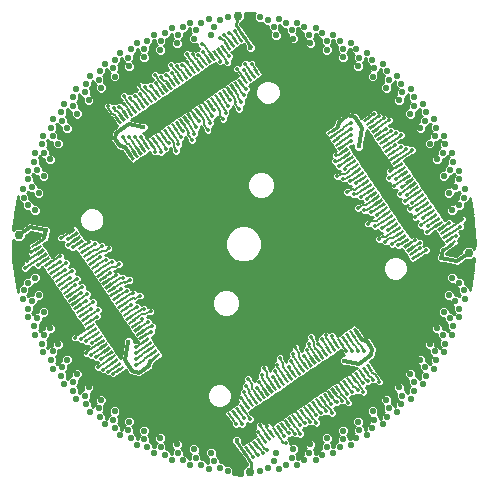
<source format=gtl>
G75*
%MOIN*%
%OFA0B0*%
%FSLAX24Y24*%
%IPPOS*%
%LPD*%
%AMOC8*
5,1,8,0,0,1.08239X$1,22.5*
%
%ADD10R,0.0091X0.0295*%
%ADD11R,0.0138X0.0295*%
%ADD12C,0.0210*%
%ADD13C,0.0295*%
%ADD14C,0.0139*%
%ADD15C,0.0050*%
%ADD16C,0.0120*%
%ADD17C,0.0090*%
%ADD18C,0.0178*%
%ADD19C,0.0140*%
%ADD20C,0.0100*%
D10*
G36*
X005925Y005844D02*
X005874Y005919D01*
X006117Y006082D01*
X006168Y006007D01*
X005925Y005844D01*
G37*
G36*
X006013Y005714D02*
X005962Y005789D01*
X006205Y005952D01*
X006256Y005877D01*
X006013Y005714D01*
G37*
G36*
X006101Y005583D02*
X006050Y005658D01*
X006293Y005821D01*
X006344Y005746D01*
X006101Y005583D01*
G37*
G36*
X005837Y005975D02*
X005786Y006050D01*
X006029Y006213D01*
X006080Y006138D01*
X005837Y005975D01*
G37*
G36*
X005749Y006105D02*
X005698Y006180D01*
X005941Y006343D01*
X005992Y006268D01*
X005749Y006105D01*
G37*
G36*
X005661Y006236D02*
X005610Y006311D01*
X005853Y006474D01*
X005904Y006399D01*
X005661Y006236D01*
G37*
G36*
X005573Y006367D02*
X005522Y006442D01*
X005765Y006605D01*
X005816Y006530D01*
X005573Y006367D01*
G37*
G36*
X005485Y006497D02*
X005434Y006572D01*
X005677Y006735D01*
X005728Y006660D01*
X005485Y006497D01*
G37*
G36*
X005397Y006628D02*
X005346Y006703D01*
X005589Y006866D01*
X005640Y006791D01*
X005397Y006628D01*
G37*
G36*
X005309Y006758D02*
X005258Y006833D01*
X005501Y006996D01*
X005552Y006921D01*
X005309Y006758D01*
G37*
G36*
X005221Y006889D02*
X005170Y006964D01*
X005413Y007127D01*
X005464Y007052D01*
X005221Y006889D01*
G37*
G36*
X005133Y007019D02*
X005082Y007094D01*
X005325Y007257D01*
X005376Y007182D01*
X005133Y007019D01*
G37*
G36*
X005045Y007150D02*
X004994Y007225D01*
X005237Y007388D01*
X005288Y007313D01*
X005045Y007150D01*
G37*
G36*
X004957Y007280D02*
X004906Y007355D01*
X005149Y007518D01*
X005200Y007443D01*
X004957Y007280D01*
G37*
G36*
X004869Y007411D02*
X004818Y007486D01*
X005061Y007649D01*
X005112Y007574D01*
X004869Y007411D01*
G37*
G36*
X004781Y007542D02*
X004730Y007617D01*
X004973Y007780D01*
X005024Y007705D01*
X004781Y007542D01*
G37*
G36*
X004692Y007672D02*
X004641Y007747D01*
X004884Y007910D01*
X004935Y007835D01*
X004692Y007672D01*
G37*
G36*
X004604Y007803D02*
X004553Y007878D01*
X004796Y008041D01*
X004847Y007966D01*
X004604Y007803D01*
G37*
G36*
X004516Y007933D02*
X004465Y008008D01*
X004708Y008171D01*
X004759Y008096D01*
X004516Y007933D01*
G37*
G36*
X004428Y008064D02*
X004377Y008139D01*
X004620Y008302D01*
X004671Y008227D01*
X004428Y008064D01*
G37*
G36*
X004340Y008194D02*
X004289Y008269D01*
X004532Y008432D01*
X004583Y008357D01*
X004340Y008194D01*
G37*
G36*
X004252Y008325D02*
X004201Y008400D01*
X004444Y008563D01*
X004495Y008488D01*
X004252Y008325D01*
G37*
G36*
X004164Y008455D02*
X004113Y008530D01*
X004356Y008693D01*
X004407Y008618D01*
X004164Y008455D01*
G37*
G36*
X004076Y008586D02*
X004025Y008661D01*
X004268Y008824D01*
X004319Y008749D01*
X004076Y008586D01*
G37*
G36*
X003988Y008717D02*
X003937Y008792D01*
X004180Y008955D01*
X004231Y008880D01*
X003988Y008717D01*
G37*
G36*
X003900Y008847D02*
X003849Y008922D01*
X004092Y009085D01*
X004143Y009010D01*
X003900Y008847D01*
G37*
G36*
X003812Y008978D02*
X003761Y009053D01*
X004004Y009216D01*
X004055Y009141D01*
X003812Y008978D01*
G37*
G36*
X003724Y009108D02*
X003673Y009183D01*
X003916Y009346D01*
X003967Y009271D01*
X003724Y009108D01*
G37*
G36*
X003636Y009239D02*
X003585Y009314D01*
X003828Y009477D01*
X003879Y009402D01*
X003636Y009239D01*
G37*
G36*
X003548Y009369D02*
X003497Y009444D01*
X003740Y009607D01*
X003791Y009532D01*
X003548Y009369D01*
G37*
G36*
X003460Y009500D02*
X003409Y009575D01*
X003652Y009738D01*
X003703Y009663D01*
X003460Y009500D01*
G37*
G36*
X003372Y009630D02*
X003321Y009705D01*
X003564Y009868D01*
X003615Y009793D01*
X003372Y009630D01*
G37*
G36*
X003283Y009761D02*
X003232Y009836D01*
X003475Y009999D01*
X003526Y009924D01*
X003283Y009761D01*
G37*
G36*
X003195Y009892D02*
X003144Y009967D01*
X003387Y010130D01*
X003438Y010055D01*
X003195Y009892D01*
G37*
G36*
X003107Y010022D02*
X003056Y010097D01*
X003299Y010260D01*
X003350Y010185D01*
X003107Y010022D01*
G37*
G36*
X004334Y010958D02*
X004385Y010883D01*
X004142Y010720D01*
X004091Y010795D01*
X004334Y010958D01*
G37*
G36*
X004422Y010827D02*
X004473Y010752D01*
X004230Y010589D01*
X004179Y010664D01*
X004422Y010827D01*
G37*
G36*
X004510Y010697D02*
X004561Y010622D01*
X004318Y010459D01*
X004267Y010534D01*
X004510Y010697D01*
G37*
G36*
X004598Y010566D02*
X004649Y010491D01*
X004406Y010328D01*
X004355Y010403D01*
X004598Y010566D01*
G37*
G36*
X004686Y010436D02*
X004737Y010361D01*
X004494Y010198D01*
X004443Y010273D01*
X004686Y010436D01*
G37*
G36*
X004774Y010305D02*
X004825Y010230D01*
X004582Y010067D01*
X004531Y010142D01*
X004774Y010305D01*
G37*
G36*
X004862Y010175D02*
X004913Y010100D01*
X004670Y009937D01*
X004619Y010012D01*
X004862Y010175D01*
G37*
G36*
X004950Y010044D02*
X005001Y009969D01*
X004758Y009806D01*
X004707Y009881D01*
X004950Y010044D01*
G37*
G36*
X005038Y009914D02*
X005089Y009839D01*
X004846Y009676D01*
X004795Y009751D01*
X005038Y009914D01*
G37*
G36*
X005127Y009783D02*
X005178Y009708D01*
X004935Y009545D01*
X004884Y009620D01*
X005127Y009783D01*
G37*
G36*
X005215Y009652D02*
X005266Y009577D01*
X005023Y009414D01*
X004972Y009489D01*
X005215Y009652D01*
G37*
G36*
X005303Y009522D02*
X005354Y009447D01*
X005111Y009284D01*
X005060Y009359D01*
X005303Y009522D01*
G37*
G36*
X005391Y009391D02*
X005442Y009316D01*
X005199Y009153D01*
X005148Y009228D01*
X005391Y009391D01*
G37*
G36*
X005479Y009261D02*
X005530Y009186D01*
X005287Y009023D01*
X005236Y009098D01*
X005479Y009261D01*
G37*
G36*
X005567Y009130D02*
X005618Y009055D01*
X005375Y008892D01*
X005324Y008967D01*
X005567Y009130D01*
G37*
G36*
X005655Y009000D02*
X005706Y008925D01*
X005463Y008762D01*
X005412Y008837D01*
X005655Y009000D01*
G37*
G36*
X005743Y008869D02*
X005794Y008794D01*
X005551Y008631D01*
X005500Y008706D01*
X005743Y008869D01*
G37*
G36*
X005831Y008739D02*
X005882Y008664D01*
X005639Y008501D01*
X005588Y008576D01*
X005831Y008739D01*
G37*
G36*
X005919Y008608D02*
X005970Y008533D01*
X005727Y008370D01*
X005676Y008445D01*
X005919Y008608D01*
G37*
G36*
X006007Y008477D02*
X006058Y008402D01*
X005815Y008239D01*
X005764Y008314D01*
X006007Y008477D01*
G37*
G36*
X006095Y008347D02*
X006146Y008272D01*
X005903Y008109D01*
X005852Y008184D01*
X006095Y008347D01*
G37*
G36*
X006183Y008216D02*
X006234Y008141D01*
X005991Y007978D01*
X005940Y008053D01*
X006183Y008216D01*
G37*
G36*
X006271Y008086D02*
X006322Y008011D01*
X006079Y007848D01*
X006028Y007923D01*
X006271Y008086D01*
G37*
G36*
X006359Y007955D02*
X006410Y007880D01*
X006167Y007717D01*
X006116Y007792D01*
X006359Y007955D01*
G37*
G36*
X006447Y007825D02*
X006498Y007750D01*
X006255Y007587D01*
X006204Y007662D01*
X006447Y007825D01*
G37*
G36*
X006536Y007694D02*
X006587Y007619D01*
X006344Y007456D01*
X006293Y007531D01*
X006536Y007694D01*
G37*
G36*
X006624Y007564D02*
X006675Y007489D01*
X006432Y007326D01*
X006381Y007401D01*
X006624Y007564D01*
G37*
G36*
X006712Y007433D02*
X006763Y007358D01*
X006520Y007195D01*
X006469Y007270D01*
X006712Y007433D01*
G37*
G36*
X006800Y007302D02*
X006851Y007227D01*
X006608Y007064D01*
X006557Y007139D01*
X006800Y007302D01*
G37*
G36*
X006888Y007172D02*
X006939Y007097D01*
X006696Y006934D01*
X006645Y007009D01*
X006888Y007172D01*
G37*
G36*
X006976Y007041D02*
X007027Y006966D01*
X006784Y006803D01*
X006733Y006878D01*
X006976Y007041D01*
G37*
G36*
X007064Y006911D02*
X007115Y006836D01*
X006872Y006673D01*
X006821Y006748D01*
X007064Y006911D01*
G37*
G36*
X007152Y006780D02*
X007203Y006705D01*
X006960Y006542D01*
X006909Y006617D01*
X007152Y006780D01*
G37*
G36*
X007240Y006650D02*
X007291Y006575D01*
X007048Y006412D01*
X006997Y006487D01*
X007240Y006650D01*
G37*
G36*
X007328Y006519D02*
X007379Y006444D01*
X007136Y006281D01*
X007085Y006356D01*
X007328Y006519D01*
G37*
G36*
X009473Y004422D02*
X009548Y004473D01*
X009711Y004230D01*
X009636Y004179D01*
X009473Y004422D01*
G37*
G36*
X009342Y004334D02*
X009417Y004385D01*
X009580Y004142D01*
X009505Y004091D01*
X009342Y004334D01*
G37*
G36*
X009603Y004510D02*
X009678Y004561D01*
X009841Y004318D01*
X009766Y004267D01*
X009603Y004510D01*
G37*
G36*
X009734Y004598D02*
X009809Y004649D01*
X009972Y004406D01*
X009897Y004355D01*
X009734Y004598D01*
G37*
G36*
X009864Y004686D02*
X009939Y004737D01*
X010102Y004494D01*
X010027Y004443D01*
X009864Y004686D01*
G37*
G36*
X009995Y004774D02*
X010070Y004825D01*
X010233Y004582D01*
X010158Y004531D01*
X009995Y004774D01*
G37*
G36*
X010125Y004862D02*
X010200Y004913D01*
X010363Y004670D01*
X010288Y004619D01*
X010125Y004862D01*
G37*
G36*
X010256Y004950D02*
X010331Y005001D01*
X010494Y004758D01*
X010419Y004707D01*
X010256Y004950D01*
G37*
G36*
X010386Y005038D02*
X010461Y005089D01*
X010624Y004846D01*
X010549Y004795D01*
X010386Y005038D01*
G37*
G36*
X010517Y005127D02*
X010592Y005178D01*
X010755Y004935D01*
X010680Y004884D01*
X010517Y005127D01*
G37*
G36*
X010648Y005215D02*
X010723Y005266D01*
X010886Y005023D01*
X010811Y004972D01*
X010648Y005215D01*
G37*
G36*
X010778Y005303D02*
X010853Y005354D01*
X011016Y005111D01*
X010941Y005060D01*
X010778Y005303D01*
G37*
G36*
X010909Y005391D02*
X010984Y005442D01*
X011147Y005199D01*
X011072Y005148D01*
X010909Y005391D01*
G37*
G36*
X011039Y005479D02*
X011114Y005530D01*
X011277Y005287D01*
X011202Y005236D01*
X011039Y005479D01*
G37*
G36*
X011170Y005567D02*
X011245Y005618D01*
X011408Y005375D01*
X011333Y005324D01*
X011170Y005567D01*
G37*
G36*
X011300Y005655D02*
X011375Y005706D01*
X011538Y005463D01*
X011463Y005412D01*
X011300Y005655D01*
G37*
G36*
X011431Y005743D02*
X011506Y005794D01*
X011669Y005551D01*
X011594Y005500D01*
X011431Y005743D01*
G37*
G36*
X011561Y005831D02*
X011636Y005882D01*
X011799Y005639D01*
X011724Y005588D01*
X011561Y005831D01*
G37*
G36*
X011692Y005919D02*
X011767Y005970D01*
X011930Y005727D01*
X011855Y005676D01*
X011692Y005919D01*
G37*
G36*
X011823Y006007D02*
X011898Y006058D01*
X012061Y005815D01*
X011986Y005764D01*
X011823Y006007D01*
G37*
G36*
X011953Y006095D02*
X012028Y006146D01*
X012191Y005903D01*
X012116Y005852D01*
X011953Y006095D01*
G37*
G36*
X012084Y006183D02*
X012159Y006234D01*
X012322Y005991D01*
X012247Y005940D01*
X012084Y006183D01*
G37*
G36*
X012214Y006271D02*
X012289Y006322D01*
X012452Y006079D01*
X012377Y006028D01*
X012214Y006271D01*
G37*
G36*
X012345Y006359D02*
X012420Y006410D01*
X012583Y006167D01*
X012508Y006116D01*
X012345Y006359D01*
G37*
G36*
X012475Y006447D02*
X012550Y006498D01*
X012713Y006255D01*
X012638Y006204D01*
X012475Y006447D01*
G37*
G36*
X012606Y006536D02*
X012681Y006587D01*
X012844Y006344D01*
X012769Y006293D01*
X012606Y006536D01*
G37*
G36*
X012736Y006624D02*
X012811Y006675D01*
X012974Y006432D01*
X012899Y006381D01*
X012736Y006624D01*
G37*
G36*
X012867Y006712D02*
X012942Y006763D01*
X013105Y006520D01*
X013030Y006469D01*
X012867Y006712D01*
G37*
G36*
X012998Y006800D02*
X013073Y006851D01*
X013236Y006608D01*
X013161Y006557D01*
X012998Y006800D01*
G37*
G36*
X013128Y006888D02*
X013203Y006939D01*
X013366Y006696D01*
X013291Y006645D01*
X013128Y006888D01*
G37*
G36*
X013259Y006976D02*
X013334Y007027D01*
X013497Y006784D01*
X013422Y006733D01*
X013259Y006976D01*
G37*
G36*
X013389Y007064D02*
X013464Y007115D01*
X013627Y006872D01*
X013552Y006821D01*
X013389Y007064D01*
G37*
G36*
X013520Y007152D02*
X013595Y007203D01*
X013758Y006960D01*
X013683Y006909D01*
X013520Y007152D01*
G37*
G36*
X013650Y007240D02*
X013725Y007291D01*
X013888Y007048D01*
X013813Y006997D01*
X013650Y007240D01*
G37*
G36*
X013781Y007328D02*
X013856Y007379D01*
X014019Y007136D01*
X013944Y007085D01*
X013781Y007328D01*
G37*
G36*
X014717Y006101D02*
X014642Y006050D01*
X014479Y006293D01*
X014554Y006344D01*
X014717Y006101D01*
G37*
G36*
X014586Y006013D02*
X014511Y005962D01*
X014348Y006205D01*
X014423Y006256D01*
X014586Y006013D01*
G37*
G36*
X014456Y005925D02*
X014381Y005874D01*
X014218Y006117D01*
X014293Y006168D01*
X014456Y005925D01*
G37*
G36*
X014325Y005837D02*
X014250Y005786D01*
X014087Y006029D01*
X014162Y006080D01*
X014325Y005837D01*
G37*
G36*
X014195Y005749D02*
X014120Y005698D01*
X013957Y005941D01*
X014032Y005992D01*
X014195Y005749D01*
G37*
G36*
X014064Y005661D02*
X013989Y005610D01*
X013826Y005853D01*
X013901Y005904D01*
X014064Y005661D01*
G37*
G36*
X013933Y005573D02*
X013858Y005522D01*
X013695Y005765D01*
X013770Y005816D01*
X013933Y005573D01*
G37*
G36*
X013803Y005485D02*
X013728Y005434D01*
X013565Y005677D01*
X013640Y005728D01*
X013803Y005485D01*
G37*
G36*
X013672Y005397D02*
X013597Y005346D01*
X013434Y005589D01*
X013509Y005640D01*
X013672Y005397D01*
G37*
G36*
X013542Y005309D02*
X013467Y005258D01*
X013304Y005501D01*
X013379Y005552D01*
X013542Y005309D01*
G37*
G36*
X013411Y005221D02*
X013336Y005170D01*
X013173Y005413D01*
X013248Y005464D01*
X013411Y005221D01*
G37*
G36*
X013281Y005133D02*
X013206Y005082D01*
X013043Y005325D01*
X013118Y005376D01*
X013281Y005133D01*
G37*
G36*
X013150Y005045D02*
X013075Y004994D01*
X012912Y005237D01*
X012987Y005288D01*
X013150Y005045D01*
G37*
G36*
X013020Y004957D02*
X012945Y004906D01*
X012782Y005149D01*
X012857Y005200D01*
X013020Y004957D01*
G37*
G36*
X012889Y004869D02*
X012814Y004818D01*
X012651Y005061D01*
X012726Y005112D01*
X012889Y004869D01*
G37*
G36*
X012758Y004781D02*
X012683Y004730D01*
X012520Y004973D01*
X012595Y005024D01*
X012758Y004781D01*
G37*
G36*
X012628Y004692D02*
X012553Y004641D01*
X012390Y004884D01*
X012465Y004935D01*
X012628Y004692D01*
G37*
G36*
X012497Y004604D02*
X012422Y004553D01*
X012259Y004796D01*
X012334Y004847D01*
X012497Y004604D01*
G37*
G36*
X012367Y004516D02*
X012292Y004465D01*
X012129Y004708D01*
X012204Y004759D01*
X012367Y004516D01*
G37*
G36*
X012236Y004428D02*
X012161Y004377D01*
X011998Y004620D01*
X012073Y004671D01*
X012236Y004428D01*
G37*
G36*
X012106Y004340D02*
X012031Y004289D01*
X011868Y004532D01*
X011943Y004583D01*
X012106Y004340D01*
G37*
G36*
X011975Y004252D02*
X011900Y004201D01*
X011737Y004444D01*
X011812Y004495D01*
X011975Y004252D01*
G37*
G36*
X011845Y004164D02*
X011770Y004113D01*
X011607Y004356D01*
X011682Y004407D01*
X011845Y004164D01*
G37*
G36*
X011714Y004076D02*
X011639Y004025D01*
X011476Y004268D01*
X011551Y004319D01*
X011714Y004076D01*
G37*
G36*
X011583Y003988D02*
X011508Y003937D01*
X011345Y004180D01*
X011420Y004231D01*
X011583Y003988D01*
G37*
G36*
X011453Y003900D02*
X011378Y003849D01*
X011215Y004092D01*
X011290Y004143D01*
X011453Y003900D01*
G37*
G36*
X011322Y003812D02*
X011247Y003761D01*
X011084Y004004D01*
X011159Y004055D01*
X011322Y003812D01*
G37*
G36*
X011192Y003724D02*
X011117Y003673D01*
X010954Y003916D01*
X011029Y003967D01*
X011192Y003724D01*
G37*
G36*
X011061Y003636D02*
X010986Y003585D01*
X010823Y003828D01*
X010898Y003879D01*
X011061Y003636D01*
G37*
G36*
X010931Y003548D02*
X010856Y003497D01*
X010693Y003740D01*
X010768Y003791D01*
X010931Y003548D01*
G37*
G36*
X010800Y003460D02*
X010725Y003409D01*
X010562Y003652D01*
X010637Y003703D01*
X010800Y003460D01*
G37*
G36*
X010670Y003372D02*
X010595Y003321D01*
X010432Y003564D01*
X010507Y003615D01*
X010670Y003372D01*
G37*
G36*
X010539Y003283D02*
X010464Y003232D01*
X010301Y003475D01*
X010376Y003526D01*
X010539Y003283D01*
G37*
G36*
X010408Y003195D02*
X010333Y003144D01*
X010170Y003387D01*
X010245Y003438D01*
X010408Y003195D01*
G37*
G36*
X010278Y003107D02*
X010203Y003056D01*
X010040Y003299D01*
X010115Y003350D01*
X010278Y003107D01*
G37*
G36*
X015966Y009342D02*
X015915Y009417D01*
X016158Y009580D01*
X016209Y009505D01*
X015966Y009342D01*
G37*
G36*
X015878Y009473D02*
X015827Y009548D01*
X016070Y009711D01*
X016121Y009636D01*
X015878Y009473D01*
G37*
G36*
X015790Y009603D02*
X015739Y009678D01*
X015982Y009841D01*
X016033Y009766D01*
X015790Y009603D01*
G37*
G36*
X015702Y009734D02*
X015651Y009809D01*
X015894Y009972D01*
X015945Y009897D01*
X015702Y009734D01*
G37*
G36*
X015614Y009864D02*
X015563Y009939D01*
X015806Y010102D01*
X015857Y010027D01*
X015614Y009864D01*
G37*
G36*
X015526Y009995D02*
X015475Y010070D01*
X015718Y010233D01*
X015769Y010158D01*
X015526Y009995D01*
G37*
G36*
X015438Y010125D02*
X015387Y010200D01*
X015630Y010363D01*
X015681Y010288D01*
X015438Y010125D01*
G37*
G36*
X015350Y010256D02*
X015299Y010331D01*
X015542Y010494D01*
X015593Y010419D01*
X015350Y010256D01*
G37*
G36*
X015261Y010386D02*
X015210Y010461D01*
X015453Y010624D01*
X015504Y010549D01*
X015261Y010386D01*
G37*
G36*
X015173Y010517D02*
X015122Y010592D01*
X015365Y010755D01*
X015416Y010680D01*
X015173Y010517D01*
G37*
G36*
X015085Y010648D02*
X015034Y010723D01*
X015277Y010886D01*
X015328Y010811D01*
X015085Y010648D01*
G37*
G36*
X014997Y010778D02*
X014946Y010853D01*
X015189Y011016D01*
X015240Y010941D01*
X014997Y010778D01*
G37*
G36*
X014909Y010909D02*
X014858Y010984D01*
X015101Y011147D01*
X015152Y011072D01*
X014909Y010909D01*
G37*
G36*
X014821Y011039D02*
X014770Y011114D01*
X015013Y011277D01*
X015064Y011202D01*
X014821Y011039D01*
G37*
G36*
X014733Y011170D02*
X014682Y011245D01*
X014925Y011408D01*
X014976Y011333D01*
X014733Y011170D01*
G37*
G36*
X014645Y011300D02*
X014594Y011375D01*
X014837Y011538D01*
X014888Y011463D01*
X014645Y011300D01*
G37*
G36*
X014557Y011431D02*
X014506Y011506D01*
X014749Y011669D01*
X014800Y011594D01*
X014557Y011431D01*
G37*
G36*
X014469Y011561D02*
X014418Y011636D01*
X014661Y011799D01*
X014712Y011724D01*
X014469Y011561D01*
G37*
G36*
X014381Y011692D02*
X014330Y011767D01*
X014573Y011930D01*
X014624Y011855D01*
X014381Y011692D01*
G37*
G36*
X014293Y011823D02*
X014242Y011898D01*
X014485Y012061D01*
X014536Y011986D01*
X014293Y011823D01*
G37*
G36*
X014205Y011953D02*
X014154Y012028D01*
X014397Y012191D01*
X014448Y012116D01*
X014205Y011953D01*
G37*
G36*
X014117Y012084D02*
X014066Y012159D01*
X014309Y012322D01*
X014360Y012247D01*
X014117Y012084D01*
G37*
G36*
X014029Y012214D02*
X013978Y012289D01*
X014221Y012452D01*
X014272Y012377D01*
X014029Y012214D01*
G37*
G36*
X013941Y012345D02*
X013890Y012420D01*
X014133Y012583D01*
X014184Y012508D01*
X013941Y012345D01*
G37*
G36*
X013853Y012475D02*
X013802Y012550D01*
X014045Y012713D01*
X014096Y012638D01*
X013853Y012475D01*
G37*
G36*
X013764Y012606D02*
X013713Y012681D01*
X013956Y012844D01*
X014007Y012769D01*
X013764Y012606D01*
G37*
G36*
X013676Y012736D02*
X013625Y012811D01*
X013868Y012974D01*
X013919Y012899D01*
X013676Y012736D01*
G37*
G36*
X013588Y012867D02*
X013537Y012942D01*
X013780Y013105D01*
X013831Y013030D01*
X013588Y012867D01*
G37*
G36*
X013500Y012998D02*
X013449Y013073D01*
X013692Y013236D01*
X013743Y013161D01*
X013500Y012998D01*
G37*
G36*
X013412Y013128D02*
X013361Y013203D01*
X013604Y013366D01*
X013655Y013291D01*
X013412Y013128D01*
G37*
G36*
X013324Y013259D02*
X013273Y013334D01*
X013516Y013497D01*
X013567Y013422D01*
X013324Y013259D01*
G37*
G36*
X013236Y013389D02*
X013185Y013464D01*
X013428Y013627D01*
X013479Y013552D01*
X013236Y013389D01*
G37*
G36*
X013148Y013520D02*
X013097Y013595D01*
X013340Y013758D01*
X013391Y013683D01*
X013148Y013520D01*
G37*
G36*
X013060Y013650D02*
X013009Y013725D01*
X013252Y013888D01*
X013303Y013813D01*
X013060Y013650D01*
G37*
G36*
X012972Y013781D02*
X012921Y013856D01*
X013164Y014019D01*
X013215Y013944D01*
X012972Y013781D01*
G37*
G36*
X014199Y014717D02*
X014250Y014642D01*
X014007Y014479D01*
X013956Y014554D01*
X014199Y014717D01*
G37*
G36*
X014287Y014586D02*
X014338Y014511D01*
X014095Y014348D01*
X014044Y014423D01*
X014287Y014586D01*
G37*
G36*
X014375Y014456D02*
X014426Y014381D01*
X014183Y014218D01*
X014132Y014293D01*
X014375Y014456D01*
G37*
G36*
X014463Y014325D02*
X014514Y014250D01*
X014271Y014087D01*
X014220Y014162D01*
X014463Y014325D01*
G37*
G36*
X014551Y014195D02*
X014602Y014120D01*
X014359Y013957D01*
X014308Y014032D01*
X014551Y014195D01*
G37*
G36*
X014639Y014064D02*
X014690Y013989D01*
X014447Y013826D01*
X014396Y013901D01*
X014639Y014064D01*
G37*
G36*
X014727Y013933D02*
X014778Y013858D01*
X014535Y013695D01*
X014484Y013770D01*
X014727Y013933D01*
G37*
G36*
X014815Y013803D02*
X014866Y013728D01*
X014623Y013565D01*
X014572Y013640D01*
X014815Y013803D01*
G37*
G36*
X014903Y013672D02*
X014954Y013597D01*
X014711Y013434D01*
X014660Y013509D01*
X014903Y013672D01*
G37*
G36*
X014991Y013542D02*
X015042Y013467D01*
X014799Y013304D01*
X014748Y013379D01*
X014991Y013542D01*
G37*
G36*
X015079Y013411D02*
X015130Y013336D01*
X014887Y013173D01*
X014836Y013248D01*
X015079Y013411D01*
G37*
G36*
X015167Y013281D02*
X015218Y013206D01*
X014975Y013043D01*
X014924Y013118D01*
X015167Y013281D01*
G37*
G36*
X015255Y013150D02*
X015306Y013075D01*
X015063Y012912D01*
X015012Y012987D01*
X015255Y013150D01*
G37*
G36*
X015343Y013020D02*
X015394Y012945D01*
X015151Y012782D01*
X015100Y012857D01*
X015343Y013020D01*
G37*
G36*
X015431Y012889D02*
X015482Y012814D01*
X015239Y012651D01*
X015188Y012726D01*
X015431Y012889D01*
G37*
G36*
X015519Y012758D02*
X015570Y012683D01*
X015327Y012520D01*
X015276Y012595D01*
X015519Y012758D01*
G37*
G36*
X015608Y012628D02*
X015659Y012553D01*
X015416Y012390D01*
X015365Y012465D01*
X015608Y012628D01*
G37*
G36*
X015696Y012497D02*
X015747Y012422D01*
X015504Y012259D01*
X015453Y012334D01*
X015696Y012497D01*
G37*
G36*
X015784Y012367D02*
X015835Y012292D01*
X015592Y012129D01*
X015541Y012204D01*
X015784Y012367D01*
G37*
G36*
X015872Y012236D02*
X015923Y012161D01*
X015680Y011998D01*
X015629Y012073D01*
X015872Y012236D01*
G37*
G36*
X015960Y012106D02*
X016011Y012031D01*
X015768Y011868D01*
X015717Y011943D01*
X015960Y012106D01*
G37*
G36*
X016048Y011975D02*
X016099Y011900D01*
X015856Y011737D01*
X015805Y011812D01*
X016048Y011975D01*
G37*
G36*
X016136Y011845D02*
X016187Y011770D01*
X015944Y011607D01*
X015893Y011682D01*
X016136Y011845D01*
G37*
G36*
X016224Y011714D02*
X016275Y011639D01*
X016032Y011476D01*
X015981Y011551D01*
X016224Y011714D01*
G37*
G36*
X016312Y011583D02*
X016363Y011508D01*
X016120Y011345D01*
X016069Y011420D01*
X016312Y011583D01*
G37*
G36*
X016400Y011453D02*
X016451Y011378D01*
X016208Y011215D01*
X016157Y011290D01*
X016400Y011453D01*
G37*
G36*
X016488Y011322D02*
X016539Y011247D01*
X016296Y011084D01*
X016245Y011159D01*
X016488Y011322D01*
G37*
G36*
X016576Y011192D02*
X016627Y011117D01*
X016384Y010954D01*
X016333Y011029D01*
X016576Y011192D01*
G37*
G36*
X016664Y011061D02*
X016715Y010986D01*
X016472Y010823D01*
X016421Y010898D01*
X016664Y011061D01*
G37*
G36*
X016752Y010931D02*
X016803Y010856D01*
X016560Y010693D01*
X016509Y010768D01*
X016752Y010931D01*
G37*
G36*
X016840Y010800D02*
X016891Y010725D01*
X016648Y010562D01*
X016597Y010637D01*
X016840Y010800D01*
G37*
G36*
X016928Y010670D02*
X016979Y010595D01*
X016736Y010432D01*
X016685Y010507D01*
X016928Y010670D01*
G37*
G36*
X017017Y010539D02*
X017068Y010464D01*
X016825Y010301D01*
X016774Y010376D01*
X017017Y010539D01*
G37*
G36*
X017105Y010408D02*
X017156Y010333D01*
X016913Y010170D01*
X016862Y010245D01*
X017105Y010408D01*
G37*
G36*
X017193Y010278D02*
X017244Y010203D01*
X017001Y010040D01*
X016950Y010115D01*
X017193Y010278D01*
G37*
G36*
X010958Y015966D02*
X010883Y015915D01*
X010720Y016158D01*
X010795Y016209D01*
X010958Y015966D01*
G37*
G36*
X010827Y015878D02*
X010752Y015827D01*
X010589Y016070D01*
X010664Y016121D01*
X010827Y015878D01*
G37*
G36*
X010697Y015790D02*
X010622Y015739D01*
X010459Y015982D01*
X010534Y016033D01*
X010697Y015790D01*
G37*
G36*
X010566Y015702D02*
X010491Y015651D01*
X010328Y015894D01*
X010403Y015945D01*
X010566Y015702D01*
G37*
G36*
X010436Y015614D02*
X010361Y015563D01*
X010198Y015806D01*
X010273Y015857D01*
X010436Y015614D01*
G37*
G36*
X010305Y015526D02*
X010230Y015475D01*
X010067Y015718D01*
X010142Y015769D01*
X010305Y015526D01*
G37*
G36*
X010175Y015438D02*
X010100Y015387D01*
X009937Y015630D01*
X010012Y015681D01*
X010175Y015438D01*
G37*
G36*
X010044Y015350D02*
X009969Y015299D01*
X009806Y015542D01*
X009881Y015593D01*
X010044Y015350D01*
G37*
G36*
X009914Y015261D02*
X009839Y015210D01*
X009676Y015453D01*
X009751Y015504D01*
X009914Y015261D01*
G37*
G36*
X009783Y015173D02*
X009708Y015122D01*
X009545Y015365D01*
X009620Y015416D01*
X009783Y015173D01*
G37*
G36*
X009652Y015085D02*
X009577Y015034D01*
X009414Y015277D01*
X009489Y015328D01*
X009652Y015085D01*
G37*
G36*
X009522Y014997D02*
X009447Y014946D01*
X009284Y015189D01*
X009359Y015240D01*
X009522Y014997D01*
G37*
G36*
X009391Y014909D02*
X009316Y014858D01*
X009153Y015101D01*
X009228Y015152D01*
X009391Y014909D01*
G37*
G36*
X009261Y014821D02*
X009186Y014770D01*
X009023Y015013D01*
X009098Y015064D01*
X009261Y014821D01*
G37*
G36*
X009130Y014733D02*
X009055Y014682D01*
X008892Y014925D01*
X008967Y014976D01*
X009130Y014733D01*
G37*
G36*
X009000Y014645D02*
X008925Y014594D01*
X008762Y014837D01*
X008837Y014888D01*
X009000Y014645D01*
G37*
G36*
X008869Y014557D02*
X008794Y014506D01*
X008631Y014749D01*
X008706Y014800D01*
X008869Y014557D01*
G37*
G36*
X008739Y014469D02*
X008664Y014418D01*
X008501Y014661D01*
X008576Y014712D01*
X008739Y014469D01*
G37*
G36*
X008608Y014381D02*
X008533Y014330D01*
X008370Y014573D01*
X008445Y014624D01*
X008608Y014381D01*
G37*
G36*
X008477Y014293D02*
X008402Y014242D01*
X008239Y014485D01*
X008314Y014536D01*
X008477Y014293D01*
G37*
G36*
X008347Y014205D02*
X008272Y014154D01*
X008109Y014397D01*
X008184Y014448D01*
X008347Y014205D01*
G37*
G36*
X008216Y014117D02*
X008141Y014066D01*
X007978Y014309D01*
X008053Y014360D01*
X008216Y014117D01*
G37*
G36*
X008086Y014029D02*
X008011Y013978D01*
X007848Y014221D01*
X007923Y014272D01*
X008086Y014029D01*
G37*
G36*
X007955Y013941D02*
X007880Y013890D01*
X007717Y014133D01*
X007792Y014184D01*
X007955Y013941D01*
G37*
G36*
X007825Y013853D02*
X007750Y013802D01*
X007587Y014045D01*
X007662Y014096D01*
X007825Y013853D01*
G37*
G36*
X007694Y013764D02*
X007619Y013713D01*
X007456Y013956D01*
X007531Y014007D01*
X007694Y013764D01*
G37*
G36*
X007564Y013676D02*
X007489Y013625D01*
X007326Y013868D01*
X007401Y013919D01*
X007564Y013676D01*
G37*
G36*
X007433Y013588D02*
X007358Y013537D01*
X007195Y013780D01*
X007270Y013831D01*
X007433Y013588D01*
G37*
G36*
X007302Y013500D02*
X007227Y013449D01*
X007064Y013692D01*
X007139Y013743D01*
X007302Y013500D01*
G37*
G36*
X007172Y013412D02*
X007097Y013361D01*
X006934Y013604D01*
X007009Y013655D01*
X007172Y013412D01*
G37*
G36*
X007041Y013324D02*
X006966Y013273D01*
X006803Y013516D01*
X006878Y013567D01*
X007041Y013324D01*
G37*
G36*
X006911Y013236D02*
X006836Y013185D01*
X006673Y013428D01*
X006748Y013479D01*
X006911Y013236D01*
G37*
G36*
X006780Y013148D02*
X006705Y013097D01*
X006542Y013340D01*
X006617Y013391D01*
X006780Y013148D01*
G37*
G36*
X006650Y013060D02*
X006575Y013009D01*
X006412Y013252D01*
X006487Y013303D01*
X006650Y013060D01*
G37*
G36*
X006519Y012972D02*
X006444Y012921D01*
X006281Y013164D01*
X006356Y013215D01*
X006519Y012972D01*
G37*
G36*
X005583Y014199D02*
X005658Y014250D01*
X005821Y014007D01*
X005746Y013956D01*
X005583Y014199D01*
G37*
G36*
X005714Y014287D02*
X005789Y014338D01*
X005952Y014095D01*
X005877Y014044D01*
X005714Y014287D01*
G37*
G36*
X005844Y014375D02*
X005919Y014426D01*
X006082Y014183D01*
X006007Y014132D01*
X005844Y014375D01*
G37*
G36*
X005975Y014463D02*
X006050Y014514D01*
X006213Y014271D01*
X006138Y014220D01*
X005975Y014463D01*
G37*
G36*
X006105Y014551D02*
X006180Y014602D01*
X006343Y014359D01*
X006268Y014308D01*
X006105Y014551D01*
G37*
G36*
X006236Y014639D02*
X006311Y014690D01*
X006474Y014447D01*
X006399Y014396D01*
X006236Y014639D01*
G37*
G36*
X006367Y014727D02*
X006442Y014778D01*
X006605Y014535D01*
X006530Y014484D01*
X006367Y014727D01*
G37*
G36*
X006497Y014815D02*
X006572Y014866D01*
X006735Y014623D01*
X006660Y014572D01*
X006497Y014815D01*
G37*
G36*
X006628Y014903D02*
X006703Y014954D01*
X006866Y014711D01*
X006791Y014660D01*
X006628Y014903D01*
G37*
G36*
X006758Y014991D02*
X006833Y015042D01*
X006996Y014799D01*
X006921Y014748D01*
X006758Y014991D01*
G37*
G36*
X006889Y015079D02*
X006964Y015130D01*
X007127Y014887D01*
X007052Y014836D01*
X006889Y015079D01*
G37*
G36*
X007019Y015167D02*
X007094Y015218D01*
X007257Y014975D01*
X007182Y014924D01*
X007019Y015167D01*
G37*
G36*
X007150Y015255D02*
X007225Y015306D01*
X007388Y015063D01*
X007313Y015012D01*
X007150Y015255D01*
G37*
G36*
X007280Y015343D02*
X007355Y015394D01*
X007518Y015151D01*
X007443Y015100D01*
X007280Y015343D01*
G37*
G36*
X007411Y015431D02*
X007486Y015482D01*
X007649Y015239D01*
X007574Y015188D01*
X007411Y015431D01*
G37*
G36*
X007542Y015519D02*
X007617Y015570D01*
X007780Y015327D01*
X007705Y015276D01*
X007542Y015519D01*
G37*
G36*
X007672Y015608D02*
X007747Y015659D01*
X007910Y015416D01*
X007835Y015365D01*
X007672Y015608D01*
G37*
G36*
X007803Y015696D02*
X007878Y015747D01*
X008041Y015504D01*
X007966Y015453D01*
X007803Y015696D01*
G37*
G36*
X007933Y015784D02*
X008008Y015835D01*
X008171Y015592D01*
X008096Y015541D01*
X007933Y015784D01*
G37*
G36*
X008064Y015872D02*
X008139Y015923D01*
X008302Y015680D01*
X008227Y015629D01*
X008064Y015872D01*
G37*
G36*
X008194Y015960D02*
X008269Y016011D01*
X008432Y015768D01*
X008357Y015717D01*
X008194Y015960D01*
G37*
G36*
X008325Y016048D02*
X008400Y016099D01*
X008563Y015856D01*
X008488Y015805D01*
X008325Y016048D01*
G37*
G36*
X008455Y016136D02*
X008530Y016187D01*
X008693Y015944D01*
X008618Y015893D01*
X008455Y016136D01*
G37*
G36*
X008586Y016224D02*
X008661Y016275D01*
X008824Y016032D01*
X008749Y015981D01*
X008586Y016224D01*
G37*
G36*
X008717Y016312D02*
X008792Y016363D01*
X008955Y016120D01*
X008880Y016069D01*
X008717Y016312D01*
G37*
G36*
X008847Y016400D02*
X008922Y016451D01*
X009085Y016208D01*
X009010Y016157D01*
X008847Y016400D01*
G37*
G36*
X008978Y016488D02*
X009053Y016539D01*
X009216Y016296D01*
X009141Y016245D01*
X008978Y016488D01*
G37*
G36*
X009108Y016576D02*
X009183Y016627D01*
X009346Y016384D01*
X009271Y016333D01*
X009108Y016576D01*
G37*
G36*
X009239Y016664D02*
X009314Y016715D01*
X009477Y016472D01*
X009402Y016421D01*
X009239Y016664D01*
G37*
G36*
X009369Y016752D02*
X009444Y016803D01*
X009607Y016560D01*
X009532Y016509D01*
X009369Y016752D01*
G37*
G36*
X009500Y016840D02*
X009575Y016891D01*
X009738Y016648D01*
X009663Y016597D01*
X009500Y016840D01*
G37*
G36*
X009630Y016928D02*
X009705Y016979D01*
X009868Y016736D01*
X009793Y016685D01*
X009630Y016928D01*
G37*
G36*
X009761Y017017D02*
X009836Y017068D01*
X009999Y016825D01*
X009924Y016774D01*
X009761Y017017D01*
G37*
G36*
X009892Y017105D02*
X009967Y017156D01*
X010130Y016913D01*
X010055Y016862D01*
X009892Y017105D01*
G37*
G36*
X010022Y017193D02*
X010097Y017244D01*
X010260Y017001D01*
X010185Y016950D01*
X010022Y017193D01*
G37*
D11*
G36*
X010157Y017284D02*
X010272Y017361D01*
X010435Y017118D01*
X010320Y017041D01*
X010157Y017284D01*
G37*
G36*
X011133Y016084D02*
X011018Y016007D01*
X010855Y016250D01*
X010970Y016327D01*
X011133Y016084D01*
G37*
G36*
X012880Y013916D02*
X012803Y014031D01*
X013046Y014194D01*
X013123Y014079D01*
X012880Y013916D01*
G37*
G36*
X014081Y014892D02*
X014158Y014777D01*
X013915Y014614D01*
X013838Y014729D01*
X014081Y014892D01*
G37*
G36*
X017284Y010143D02*
X017361Y010028D01*
X017118Y009865D01*
X017041Y009980D01*
X017284Y010143D01*
G37*
G36*
X016084Y009167D02*
X016007Y009282D01*
X016250Y009445D01*
X016327Y009330D01*
X016084Y009167D01*
G37*
G36*
X013916Y007420D02*
X014031Y007497D01*
X014194Y007254D01*
X014079Y007177D01*
X013916Y007420D01*
G37*
G36*
X014892Y006219D02*
X014777Y006142D01*
X014614Y006385D01*
X014729Y006462D01*
X014892Y006219D01*
G37*
G36*
X010143Y003016D02*
X010028Y002939D01*
X009865Y003182D01*
X009980Y003259D01*
X010143Y003016D01*
G37*
G36*
X009167Y004216D02*
X009282Y004293D01*
X009445Y004050D01*
X009330Y003973D01*
X009167Y004216D01*
G37*
G36*
X007420Y006384D02*
X007497Y006269D01*
X007254Y006106D01*
X007177Y006221D01*
X007420Y006384D01*
G37*
G36*
X006219Y005408D02*
X006142Y005523D01*
X006385Y005686D01*
X006462Y005571D01*
X006219Y005408D01*
G37*
G36*
X003016Y010157D02*
X002939Y010272D01*
X003182Y010435D01*
X003259Y010320D01*
X003016Y010157D01*
G37*
G36*
X004216Y011133D02*
X004293Y011018D01*
X004050Y010855D01*
X003973Y010970D01*
X004216Y011133D01*
G37*
G36*
X006384Y012880D02*
X006269Y012803D01*
X006106Y013046D01*
X006221Y013123D01*
X006384Y012880D01*
G37*
G36*
X005408Y014081D02*
X005523Y014158D01*
X005686Y013915D01*
X005571Y013838D01*
X005408Y014081D01*
G37*
D12*
X004575Y004994D03*
X004467Y005262D03*
X004871Y005095D03*
X004980Y005366D03*
X004467Y005555D03*
X004598Y005815D03*
X004078Y005755D03*
X004102Y006046D03*
X004254Y006295D03*
X003731Y006279D03*
X003793Y005996D03*
X003780Y006567D03*
X003953Y006802D03*
X003503Y007112D03*
X003694Y007332D03*
X003272Y007679D03*
X003481Y007882D03*
X003089Y008263D03*
X003315Y008448D03*
X002956Y008861D03*
X003196Y009026D03*
X002815Y008605D03*
X002781Y008317D03*
X002970Y007996D03*
X002960Y007707D03*
X003175Y007403D03*
X003190Y007114D03*
X003430Y006829D03*
X003468Y006542D03*
X004163Y005478D03*
X004896Y004804D03*
X005026Y004545D03*
X005313Y004671D03*
X005398Y004950D03*
X005850Y004570D03*
X005788Y004286D03*
X005513Y004136D03*
X005361Y004383D03*
X005861Y004002D03*
X006033Y003769D03*
X006294Y003941D03*
X006332Y004230D03*
X006390Y003665D03*
X006581Y003447D03*
X006827Y003640D03*
X006946Y003373D03*
X007154Y003172D03*
X007384Y003385D03*
X007524Y003129D03*
X007749Y002946D03*
X007960Y003177D03*
X008121Y002934D03*
X008360Y002770D03*
X008551Y003019D03*
X008732Y002789D03*
X008984Y002646D03*
X009153Y002910D03*
X009070Y003189D03*
X009353Y002697D03*
X009616Y002575D03*
X010684Y002575D03*
X010947Y002697D03*
X011147Y002910D03*
X011230Y003189D03*
X011568Y002789D03*
X011316Y002646D03*
X011749Y003019D03*
X011940Y002770D03*
X012179Y002934D03*
X012340Y003177D03*
X012551Y002946D03*
X012776Y003129D03*
X012916Y003385D03*
X013146Y003172D03*
X013354Y003373D03*
X013473Y003640D03*
X013719Y003447D03*
X013910Y003665D03*
X014006Y003941D03*
X013968Y004230D03*
X014267Y003769D03*
X014439Y004002D03*
X014787Y004136D03*
X014939Y004383D03*
X014987Y004671D03*
X014902Y004950D03*
X015404Y004804D03*
X015274Y004545D03*
X015725Y004994D03*
X015833Y005262D03*
X015429Y005095D03*
X015320Y005366D03*
X015833Y005555D03*
X015702Y005815D03*
X016222Y005755D03*
X016198Y006046D03*
X016045Y006295D03*
X016569Y006279D03*
X016507Y005996D03*
X016520Y006567D03*
X016347Y006802D03*
X016797Y007112D03*
X016606Y007332D03*
X017028Y007679D03*
X016819Y007882D03*
X017211Y008263D03*
X016985Y008448D03*
X017344Y008861D03*
X017104Y009026D03*
X017485Y008605D03*
X017519Y008317D03*
X017330Y007996D03*
X017340Y007707D03*
X017125Y007403D03*
X017110Y007114D03*
X016870Y006829D03*
X016832Y006542D03*
X016137Y005478D03*
X014450Y004570D03*
X014512Y004286D03*
X013459Y003931D03*
X012927Y003676D03*
X012376Y003467D03*
X011809Y003304D03*
X008491Y003304D03*
X007924Y003467D03*
X007373Y003676D03*
X006841Y003931D03*
X003196Y011274D03*
X002956Y011439D03*
X002815Y011695D03*
X002781Y011983D03*
X002970Y012304D03*
X003089Y012037D03*
X003315Y011852D03*
X003481Y012418D03*
X003272Y012621D03*
X003175Y012897D03*
X003190Y013186D03*
X003503Y013188D03*
X003694Y012968D03*
X003430Y013471D03*
X003468Y013758D03*
X003780Y013733D03*
X003953Y013498D03*
X004254Y014005D03*
X004102Y014254D03*
X004078Y014545D03*
X004163Y014822D03*
X004467Y014745D03*
X004598Y014485D03*
X004980Y014934D03*
X004871Y015205D03*
X004575Y015306D03*
X004467Y015038D03*
X004896Y015496D03*
X005026Y015755D03*
X005313Y015629D03*
X005398Y015350D03*
X005850Y015730D03*
X005788Y016014D03*
X005513Y016164D03*
X005361Y015917D03*
X005861Y016298D03*
X006033Y016531D03*
X006294Y016359D03*
X006332Y016070D03*
X006390Y016635D03*
X006581Y016853D03*
X006827Y016660D03*
X006946Y016927D03*
X007154Y017128D03*
X007384Y016915D03*
X007524Y017171D03*
X007749Y017354D03*
X007960Y017123D03*
X008121Y017366D03*
X008360Y017530D03*
X008551Y017281D03*
X008732Y017511D03*
X008984Y017654D03*
X009153Y017390D03*
X009070Y017111D03*
X009353Y017603D03*
X009616Y017725D03*
X010684Y017725D03*
X010947Y017603D03*
X011147Y017390D03*
X011230Y017111D03*
X011568Y017511D03*
X011316Y017654D03*
X011749Y017281D03*
X011940Y017530D03*
X012179Y017366D03*
X012340Y017123D03*
X012551Y017354D03*
X012776Y017171D03*
X012916Y016915D03*
X013146Y017128D03*
X013354Y016927D03*
X013473Y016660D03*
X013719Y016853D03*
X013910Y016635D03*
X014006Y016359D03*
X013968Y016070D03*
X014267Y016531D03*
X014439Y016298D03*
X014787Y016164D03*
X014939Y015917D03*
X014987Y015629D03*
X014902Y015350D03*
X015404Y015496D03*
X015274Y015755D03*
X015725Y015306D03*
X015833Y015038D03*
X015429Y015205D03*
X015320Y014934D03*
X015833Y014745D03*
X015702Y014485D03*
X016222Y014545D03*
X016198Y014254D03*
X016045Y014005D03*
X016569Y014021D03*
X016507Y014304D03*
X016520Y013733D03*
X016347Y013498D03*
X016797Y013188D03*
X016606Y012968D03*
X017028Y012621D03*
X016819Y012418D03*
X017211Y012037D03*
X016985Y011852D03*
X017344Y011439D03*
X017104Y011274D03*
X017485Y011695D03*
X017519Y011983D03*
X017330Y012304D03*
X017340Y012593D03*
X017125Y012897D03*
X017110Y013186D03*
X016870Y013471D03*
X016832Y013758D03*
X016137Y014822D03*
X014450Y015730D03*
X014512Y016014D03*
X013459Y016369D03*
X012927Y016624D03*
X012376Y016833D03*
X011809Y016996D03*
X008491Y016996D03*
X007924Y016833D03*
X007373Y016624D03*
X006841Y016369D03*
X003793Y014304D03*
X003731Y014021D03*
X002960Y012593D03*
D13*
X002650Y010950D03*
X002650Y010450D03*
X002650Y009950D03*
X009950Y002550D03*
X010350Y002550D03*
X017650Y009350D03*
X017650Y009850D03*
X017650Y010350D03*
X010350Y017750D03*
X009950Y017750D03*
D14*
X009850Y017250D03*
X009675Y017175D03*
X009500Y017125D03*
X009361Y017013D03*
X008750Y016800D03*
X008800Y016550D03*
X008635Y016455D03*
X008447Y016470D03*
X008266Y016478D03*
X008275Y016200D03*
X008100Y016125D03*
X007925Y016075D03*
X007721Y016114D03*
X007750Y015850D03*
X007575Y015775D03*
X007400Y015725D03*
X007204Y015786D03*
X007225Y015500D03*
X007050Y015425D03*
X006875Y015375D03*
X006679Y015436D03*
X006700Y015150D03*
X006525Y015075D03*
X006350Y015025D03*
X006154Y015086D03*
X006175Y014800D03*
X006000Y014725D03*
X005825Y014675D03*
X005629Y014736D03*
X005550Y014350D03*
X006125Y013725D03*
X006325Y013725D03*
X006525Y013725D03*
X006725Y013725D03*
X007250Y014050D03*
X007050Y014550D03*
X007750Y014950D03*
X007850Y014450D03*
X008125Y013900D03*
X008050Y013700D03*
X007975Y013475D03*
X007900Y013250D03*
X007675Y013500D03*
X007550Y013325D03*
X007400Y013200D03*
X007200Y013225D03*
X008425Y013600D03*
X008500Y013825D03*
X008575Y014050D03*
X008650Y014250D03*
X009025Y014175D03*
X009100Y014400D03*
X009175Y014600D03*
X009475Y014300D03*
X009550Y014525D03*
X009625Y014750D03*
X009700Y014950D03*
X010075Y014875D03*
X010150Y015100D03*
X010225Y015300D03*
X010151Y015952D03*
X010203Y016163D03*
X010414Y016149D03*
X010650Y016450D03*
X009950Y016550D03*
X009661Y016403D03*
X009604Y016196D03*
X009373Y016229D03*
X009550Y015650D03*
X009937Y015992D03*
X009050Y015250D03*
X008850Y015750D03*
X008250Y015350D03*
X008450Y014850D03*
X008950Y013950D03*
X010000Y014650D03*
X010950Y014350D03*
X010850Y013950D03*
X010750Y013550D03*
X010650Y013050D03*
X010550Y012750D03*
X009950Y012650D03*
X009550Y012250D03*
X009950Y011950D03*
X009550Y011550D03*
X009150Y011850D03*
X008850Y011150D03*
X008350Y011550D03*
X007950Y011350D03*
X007650Y011550D03*
X007150Y011550D03*
X006650Y011550D03*
X006350Y011050D03*
X006650Y010750D03*
X007150Y010850D03*
X007650Y010850D03*
X008150Y010850D03*
X007950Y010250D03*
X007650Y009850D03*
X007350Y010250D03*
X008150Y009350D03*
X008750Y009250D03*
X008750Y008750D03*
X009250Y009050D03*
X009650Y009450D03*
X009250Y009850D03*
X008750Y009950D03*
X008450Y010050D03*
X008950Y010550D03*
X009350Y010450D03*
X009350Y011050D03*
X009950Y010950D03*
X010650Y010850D03*
X011050Y011250D03*
X011550Y011050D03*
X011550Y011550D03*
X012150Y010950D03*
X012650Y010450D03*
X012950Y010050D03*
X012350Y010050D03*
X011850Y010250D03*
X011550Y010350D03*
X011050Y010450D03*
X010950Y009850D03*
X011350Y009750D03*
X011450Y009150D03*
X011950Y008750D03*
X012350Y008950D03*
X012650Y008750D03*
X013150Y008750D03*
X013650Y008750D03*
X013950Y009250D03*
X013650Y009550D03*
X013150Y009450D03*
X012650Y009450D03*
X012150Y009450D03*
X011150Y008450D03*
X010750Y008750D03*
X010950Y009250D03*
X010350Y009350D03*
X009750Y008750D03*
X010350Y008350D03*
X010750Y008050D03*
X010350Y007650D03*
X009750Y007550D03*
X009650Y007250D03*
X009550Y006750D03*
X009450Y006350D03*
X009350Y005950D03*
X008950Y006150D03*
X008950Y006650D03*
X009050Y007150D03*
X008950Y007550D03*
X008950Y008050D03*
X007050Y007900D03*
X006825Y007975D03*
X006600Y008050D03*
X006400Y008125D03*
X006475Y008500D03*
X006250Y008575D03*
X006050Y008650D03*
X006125Y009025D03*
X005900Y009100D03*
X005700Y009175D03*
X006000Y009475D03*
X005775Y009550D03*
X005550Y009625D03*
X005350Y009700D03*
X005425Y010075D03*
X005200Y010150D03*
X005005Y010200D03*
X004453Y010034D03*
X004285Y010109D03*
X004282Y010300D03*
X004068Y010358D03*
X003850Y010550D03*
X003750Y009950D03*
X004037Y009736D03*
X004017Y009541D03*
X004246Y009515D03*
X004185Y009293D03*
X004428Y009245D03*
X004366Y009023D03*
X004595Y008997D03*
X004534Y008774D03*
X004777Y008727D03*
X004716Y008505D03*
X004945Y008479D03*
X004884Y008256D03*
X005127Y008209D03*
X005065Y007987D03*
X005268Y007731D03*
X005294Y007960D03*
X005550Y007550D03*
X005750Y007150D03*
X006050Y006650D03*
X006575Y006725D03*
X006575Y006525D03*
X006575Y006325D03*
X006554Y006111D03*
X005798Y005827D03*
X005631Y005896D03*
X005465Y005964D03*
X005298Y006033D03*
X005407Y006318D03*
X005240Y006386D03*
X005074Y006455D03*
X004907Y006523D03*
X005099Y006864D03*
X004912Y006918D03*
X004724Y006973D03*
X004537Y007027D03*
X005750Y005350D03*
X007075Y007200D03*
X007100Y007400D03*
X006975Y007550D03*
X006775Y007650D03*
X006700Y008425D03*
X006350Y008950D03*
X005650Y010000D03*
X005750Y010850D03*
X006050Y011450D03*
X005450Y011550D03*
X004850Y011450D03*
X004550Y011050D03*
X004250Y011350D03*
X003850Y011250D03*
X003072Y009869D03*
X002942Y009570D03*
X002860Y009334D03*
X003296Y009447D03*
X008950Y005650D03*
X009250Y004550D03*
X009886Y004151D03*
X010097Y004137D03*
X010149Y004348D03*
X010363Y004308D03*
X010696Y004104D03*
X010639Y003897D03*
X010927Y004071D03*
X010750Y004650D03*
X011250Y005050D03*
X011450Y004550D03*
X012050Y004950D03*
X011850Y005450D03*
X011650Y006050D03*
X011725Y006250D03*
X011800Y006475D03*
X012175Y006400D03*
X012250Y006600D03*
X012325Y006825D03*
X012400Y007050D03*
X012625Y006800D03*
X012750Y006975D03*
X012900Y007100D03*
X013100Y007075D03*
X013575Y006575D03*
X013775Y006575D03*
X013975Y006575D03*
X014175Y006575D03*
X014750Y005950D03*
X014671Y005564D03*
X014475Y005625D03*
X014300Y005575D03*
X014125Y005500D03*
X013950Y005275D03*
X013775Y005225D03*
X013600Y005150D03*
X013425Y004925D03*
X013250Y004875D03*
X013075Y004800D03*
X012900Y004575D03*
X012725Y004525D03*
X012550Y004450D03*
X012579Y004186D03*
X012375Y004225D03*
X012200Y004175D03*
X012025Y004100D03*
X012034Y003822D03*
X011500Y003750D03*
X011550Y003500D03*
X010939Y003287D03*
X010800Y003175D03*
X010625Y003125D03*
X010450Y003050D03*
X010350Y003750D03*
X009650Y003850D03*
X010075Y005000D03*
X010150Y005200D03*
X010225Y005425D03*
X010300Y005650D03*
X010675Y005550D03*
X010600Y005350D03*
X010750Y005775D03*
X010825Y006000D03*
X011125Y005700D03*
X011200Y005900D03*
X011275Y006125D03*
X011350Y006350D03*
X011875Y006700D03*
X012450Y005850D03*
X012550Y005350D03*
X013250Y005750D03*
X013050Y006250D03*
X014146Y005214D03*
X013621Y004864D03*
X013096Y004514D03*
X014250Y008850D03*
X014850Y008750D03*
X015450Y008850D03*
X015750Y009250D03*
X016050Y008950D03*
X016450Y009050D03*
X016450Y009750D03*
X016232Y009942D03*
X016018Y009999D03*
X016015Y010191D03*
X015847Y010266D03*
X016263Y010564D03*
X016283Y010759D03*
X016054Y010785D03*
X016115Y011007D03*
X015872Y011055D03*
X015934Y011277D03*
X015705Y011303D03*
X015766Y011526D03*
X015523Y011573D03*
X015584Y011795D03*
X015355Y011821D03*
X015416Y012044D03*
X015173Y012091D03*
X015235Y012313D03*
X015032Y012569D03*
X015006Y012340D03*
X014750Y012750D03*
X014550Y013150D03*
X014250Y013650D03*
X013725Y013575D03*
X013725Y013775D03*
X013725Y013975D03*
X013746Y014189D03*
X014502Y014473D03*
X014669Y014404D03*
X014835Y014336D03*
X015002Y014267D03*
X014893Y013982D03*
X015060Y013914D03*
X015226Y013845D03*
X015393Y013777D03*
X015201Y013436D03*
X015388Y013382D03*
X015576Y013327D03*
X015763Y013273D03*
X014550Y014950D03*
X013225Y013100D03*
X013200Y012900D03*
X013325Y012750D03*
X013525Y012650D03*
X013250Y012400D03*
X013475Y012325D03*
X013700Y012250D03*
X013900Y012175D03*
X013825Y011800D03*
X014050Y011725D03*
X014250Y011650D03*
X014175Y011275D03*
X014400Y011200D03*
X014600Y011125D03*
X014300Y010825D03*
X014525Y010750D03*
X014750Y010675D03*
X014950Y010600D03*
X014875Y010225D03*
X015100Y010150D03*
X015305Y010100D03*
X014650Y010300D03*
X014550Y009450D03*
X013950Y011350D03*
X013600Y011875D03*
X011350Y012250D03*
X011350Y012750D03*
X011250Y013150D03*
X011350Y013650D03*
X011350Y014150D03*
X011350Y014650D03*
X011050Y015750D03*
X010550Y011550D03*
X016550Y010350D03*
X017004Y010853D03*
X017358Y010730D03*
X017228Y010431D03*
X017440Y010966D03*
D15*
X017443Y010962D01*
X016832Y010551D01*
X016744Y010681D02*
X017002Y010855D01*
X017004Y010853D01*
X016656Y010812D02*
X016272Y010552D01*
X016263Y010564D01*
X016287Y010753D02*
X016283Y010759D01*
X016287Y010753D02*
X016568Y010942D01*
X016480Y011073D02*
X016054Y010785D01*
X016054Y010785D01*
X016115Y011007D02*
X016111Y011014D01*
X016392Y011203D01*
X016304Y011334D02*
X015878Y011046D01*
X015872Y011055D01*
X015934Y011277D02*
X016213Y011465D01*
X016216Y011464D01*
X016127Y011588D02*
X015705Y011303D01*
X015766Y011526D02*
X016037Y011708D01*
X016040Y011726D01*
X015952Y011856D02*
X015945Y011857D01*
X015523Y011573D01*
X015584Y011795D02*
X015863Y011983D01*
X015864Y011987D01*
X015773Y012103D02*
X015355Y011821D01*
X015416Y012044D02*
X015683Y012223D01*
X015688Y012248D01*
X015776Y012117D02*
X015773Y012103D01*
X015600Y012378D02*
X015173Y012091D01*
X015235Y012313D02*
X015512Y012509D01*
X015423Y012639D02*
X015006Y012340D01*
X015032Y012569D02*
X015335Y012770D01*
X015247Y012901D02*
X015775Y013256D01*
X015763Y013273D01*
X015583Y013317D02*
X015576Y013327D01*
X015583Y013317D02*
X015159Y013031D01*
X015071Y013162D02*
X015391Y013378D01*
X015388Y013382D01*
X015201Y013436D02*
X015200Y013438D01*
X014983Y013292D01*
X014895Y013423D02*
X015402Y013764D01*
X015393Y013777D01*
X015231Y013839D02*
X015226Y013845D01*
X015231Y013839D02*
X014807Y013553D01*
X014719Y013684D02*
X015060Y013914D01*
X015060Y013914D01*
X014893Y013982D02*
X014889Y013988D01*
X014631Y013814D01*
X014543Y013945D02*
X014546Y013959D01*
X015002Y014267D01*
X014835Y014336D02*
X014456Y014079D01*
X014455Y014076D01*
X014373Y014205D02*
X014669Y014404D01*
X014502Y014473D02*
X014296Y014333D01*
X014279Y014337D01*
X014367Y014206D02*
X014373Y014205D01*
X013746Y014189D02*
X013708Y014178D01*
X013478Y014023D01*
X013470Y013981D01*
X013156Y013769D01*
X013244Y013639D02*
X013531Y013832D01*
X013534Y013850D01*
X013721Y013976D01*
X013725Y013975D01*
X013725Y013775D02*
X013332Y013510D01*
X013332Y013508D01*
X013420Y013378D02*
X013430Y013376D01*
X013725Y013575D01*
X013508Y013247D02*
X013318Y013119D01*
X013308Y012922D02*
X013288Y012910D01*
X013267Y012903D01*
X013245Y012898D01*
X013222Y012897D01*
X013200Y012900D01*
X013308Y012922D02*
X013596Y013117D01*
X013684Y012986D02*
X013332Y012749D01*
X013325Y012750D01*
X013525Y012650D02*
X013545Y012702D01*
X013772Y012855D01*
X013860Y012725D02*
X013676Y012600D01*
X013664Y012589D02*
X013612Y012524D01*
X013589Y012507D02*
X013523Y012483D01*
X013516Y012482D02*
X013440Y012483D01*
X013422Y012479D02*
X013294Y012416D01*
X013250Y012400D01*
X013423Y012480D02*
X013432Y012483D01*
X013441Y012484D01*
X013475Y012325D02*
X013497Y012322D01*
X013519Y012323D01*
X013541Y012328D01*
X013562Y012335D01*
X013581Y012346D01*
X013581Y012347D02*
X013949Y012594D01*
X014037Y012464D02*
X013715Y012247D01*
X013700Y012250D01*
X013900Y012175D02*
X013930Y012202D01*
X014125Y012333D01*
X014213Y012203D02*
X013892Y011979D01*
X013928Y011822D02*
X013909Y011811D01*
X013889Y011803D01*
X013868Y011799D01*
X013846Y011798D01*
X013825Y011801D01*
X013929Y011821D02*
X014301Y012072D01*
X014389Y011942D02*
X014075Y011730D01*
X014067Y011726D01*
X014058Y011724D01*
X014050Y011725D01*
X014136Y011435D02*
X014159Y011432D01*
X014181Y011433D01*
X014203Y011438D01*
X014224Y011446D01*
X014244Y011457D01*
X014565Y011680D01*
X014653Y011550D02*
X014276Y011296D01*
X014276Y011295D02*
X014258Y011285D01*
X014238Y011277D01*
X014217Y011273D01*
X014196Y011272D01*
X014175Y011274D01*
X014137Y011434D02*
X014119Y011436D01*
X014102Y011435D01*
X014084Y011432D01*
X014068Y011427D01*
X014052Y011418D01*
X014052Y011419D02*
X013951Y011357D01*
X013950Y011350D01*
X014250Y011650D02*
X014281Y011679D01*
X014477Y011811D01*
X014741Y011419D02*
X014423Y011205D01*
X014416Y011202D01*
X014408Y011200D01*
X014400Y011201D01*
X014488Y010915D02*
X014512Y010912D01*
X014536Y010913D01*
X014560Y010918D01*
X014583Y010927D01*
X014604Y010939D01*
X014604Y010940D02*
X014917Y011158D01*
X015005Y011028D02*
X014578Y010740D01*
X014525Y010750D01*
X014489Y010916D02*
X014470Y010918D01*
X014452Y010917D01*
X014434Y010914D01*
X014416Y010908D01*
X014399Y010899D01*
X014303Y010840D01*
X014300Y010825D01*
X014600Y011125D02*
X014631Y011155D01*
X014829Y011289D01*
X015093Y010897D02*
X014761Y010673D01*
X014750Y010675D01*
X014833Y010393D02*
X014852Y010391D01*
X014871Y010392D01*
X014890Y010395D01*
X014908Y010402D01*
X014925Y010411D01*
X015269Y010636D01*
X015181Y010767D02*
X014981Y010631D01*
X014950Y010600D01*
X015074Y010346D02*
X015091Y010344D01*
X015108Y010346D01*
X015125Y010351D01*
X015140Y010359D01*
X015357Y010505D01*
X015446Y010375D02*
X015109Y010148D01*
X015100Y010150D01*
X015072Y010346D02*
X015059Y010347D01*
X015046Y010344D01*
X015034Y010338D01*
X014876Y010232D01*
X014875Y010225D01*
X014804Y010399D02*
X014789Y010401D01*
X014774Y010400D01*
X014760Y010397D01*
X014746Y010391D01*
X014733Y010383D01*
X014655Y010324D01*
X014650Y010300D01*
X014804Y010399D02*
X014834Y010393D01*
X015071Y010346D02*
X015074Y010345D01*
X015305Y010100D02*
X015331Y010108D01*
X015534Y010244D01*
X015622Y010114D02*
X015847Y010266D01*
X016015Y010191D02*
X015710Y009983D01*
X015798Y009853D02*
X016018Y009999D01*
X016183Y009909D02*
X015902Y009719D01*
X015886Y009722D01*
X016183Y009909D02*
X016232Y009942D01*
X016921Y010420D02*
X017323Y010692D01*
X017358Y010730D01*
X017225Y010435D02*
X017228Y010431D01*
X017225Y010435D02*
X017009Y010289D01*
X016127Y011588D02*
X016128Y011595D01*
X013892Y011979D02*
X013875Y011970D01*
X013857Y011964D01*
X013839Y011962D01*
X013820Y011964D01*
X013782Y011971D01*
X013745Y011964D02*
X013601Y011875D01*
X013600Y011875D01*
X013744Y011965D02*
X013756Y011971D01*
X013769Y011973D01*
X013782Y011972D01*
X013664Y012589D02*
X013670Y012595D01*
X013676Y012601D01*
X013612Y012524D02*
X013606Y012517D01*
X013598Y012512D01*
X013589Y012507D01*
X013524Y012483D02*
X013517Y012482D01*
X013318Y013119D02*
X013301Y013110D01*
X013283Y013103D01*
X013264Y013099D01*
X013245Y013098D01*
X013225Y013100D01*
X010225Y015300D02*
X010204Y015322D01*
X010185Y015345D01*
X010167Y015369D01*
X010056Y015534D01*
X010186Y015622D02*
X009937Y015992D01*
X009607Y016199D02*
X009604Y016196D01*
X009607Y016199D02*
X009358Y016568D01*
X009488Y016656D02*
X009489Y016656D01*
X009661Y016403D01*
X009389Y016240D02*
X009373Y016229D01*
X009389Y016240D02*
X009227Y016480D01*
X009097Y016392D02*
X008853Y016753D01*
X008796Y016791D02*
X008750Y016800D01*
X008796Y016791D02*
X008813Y016786D01*
X008829Y016778D01*
X008842Y016767D01*
X008854Y016753D01*
X008800Y016550D02*
X008966Y016304D01*
X008836Y016216D02*
X008676Y016447D01*
X008635Y016455D01*
X008536Y016342D02*
X008547Y016329D01*
X008560Y016318D01*
X008575Y016310D01*
X008591Y016306D01*
X008706Y016135D01*
X008705Y016128D01*
X008574Y016040D02*
X008435Y016246D01*
X008408Y016264D02*
X008266Y016475D01*
X008266Y016478D01*
X008447Y016470D02*
X008536Y016342D01*
X008436Y016247D02*
X008426Y016250D01*
X008416Y016256D01*
X008409Y016265D01*
X008277Y016200D02*
X008444Y015952D01*
X008313Y015864D02*
X008158Y016094D01*
X008115Y016122D02*
X008100Y016125D01*
X008116Y016122D02*
X008128Y016118D01*
X008140Y016112D01*
X008150Y016104D01*
X008159Y016093D01*
X008275Y016200D02*
X008277Y016200D01*
X008006Y015970D02*
X007999Y015972D01*
X007993Y015976D01*
X007988Y015982D01*
X007988Y015981D02*
X007925Y016075D01*
X007816Y015986D02*
X007826Y015976D01*
X007825Y015975D02*
X007900Y015900D01*
X007918Y015879D02*
X008052Y015688D01*
X008162Y015780D02*
X008057Y015936D01*
X008047Y015947D01*
X008035Y015957D01*
X008022Y015964D01*
X008007Y015969D01*
X007816Y015986D02*
X007721Y016114D01*
X007750Y015850D02*
X007753Y015849D01*
X007922Y015600D01*
X007791Y015512D02*
X007643Y015732D01*
X007578Y015774D02*
X007575Y015775D01*
X007578Y015775D02*
X007594Y015771D01*
X007608Y015764D01*
X007622Y015755D01*
X007634Y015745D01*
X007644Y015732D01*
X007508Y015597D02*
X007496Y015601D01*
X007485Y015607D01*
X007475Y015615D01*
X007467Y015624D01*
X007468Y015625D02*
X007400Y015725D01*
X007284Y015640D02*
X007291Y015631D01*
X007298Y015623D01*
X007378Y015550D01*
X007399Y015527D02*
X007530Y015335D01*
X007647Y015426D02*
X007661Y015423D01*
X007647Y015426D02*
X007549Y015571D01*
X007541Y015580D01*
X007531Y015588D01*
X007520Y015594D01*
X007508Y015598D01*
X007284Y015639D02*
X007216Y015752D01*
X007204Y015786D01*
X007225Y015500D02*
X007230Y015499D01*
X007399Y015247D01*
X007269Y015159D02*
X007112Y015392D01*
X007067Y015422D02*
X007050Y015425D01*
X007067Y015422D02*
X007080Y015418D01*
X007092Y015412D01*
X007103Y015403D01*
X007111Y015393D01*
X006974Y015252D02*
X006963Y015256D01*
X006953Y015262D01*
X006946Y015271D01*
X006945Y015271D02*
X006875Y015375D01*
X006736Y015304D02*
X006731Y015310D01*
X006727Y015318D01*
X006679Y015436D01*
X006736Y015304D02*
X006871Y015187D01*
X006904Y015148D02*
X007008Y014983D01*
X007131Y015073D02*
X007032Y015219D01*
X006988Y015249D02*
X006974Y015251D01*
X006987Y015249D02*
X007001Y015245D01*
X007013Y015238D01*
X007023Y015230D01*
X007032Y015219D01*
X007131Y015073D02*
X007138Y015071D01*
X006877Y014895D02*
X006706Y015149D01*
X006700Y015150D01*
X006871Y015187D02*
X006889Y015169D01*
X006904Y015148D01*
X006572Y015066D02*
X006747Y014807D01*
X006616Y014719D02*
X006616Y014719D01*
X006499Y014892D01*
X006457Y014920D02*
X006435Y014924D01*
X006404Y014944D02*
X006350Y015025D01*
X006231Y014943D02*
X006226Y014950D01*
X006221Y014957D01*
X006221Y014958D02*
X006154Y015086D01*
X006231Y014944D02*
X006273Y014902D01*
X006277Y014898D02*
X006486Y014631D01*
X006355Y014543D02*
X006183Y014799D01*
X006175Y014800D01*
X006276Y014898D02*
X006272Y014902D01*
X006457Y014920D02*
X006470Y014916D01*
X006481Y014910D01*
X006491Y014902D01*
X006499Y014892D01*
X006435Y014924D02*
X006423Y014928D01*
X006413Y014935D01*
X006404Y014944D01*
X006525Y015075D02*
X006572Y015066D01*
X006076Y014675D02*
X006224Y014455D01*
X006094Y014367D02*
X005975Y014543D01*
X005932Y014572D02*
X005908Y014576D01*
X005878Y014596D02*
X005825Y014675D01*
X005879Y014596D02*
X005887Y014587D01*
X005897Y014581D01*
X005908Y014577D01*
X005932Y014572D02*
X005944Y014568D01*
X005956Y014562D01*
X005966Y014554D01*
X005975Y014543D01*
X006076Y014675D02*
X006064Y014689D01*
X006051Y014702D01*
X006035Y014712D01*
X006018Y014720D01*
X006001Y014725D01*
X006000Y014725D01*
X005798Y014472D02*
X005791Y014474D01*
X005784Y014478D01*
X005779Y014484D01*
X005639Y014692D01*
X005629Y014736D01*
X005798Y014472D02*
X005812Y014469D01*
X005854Y014441D02*
X005963Y014279D01*
X005854Y014441D02*
X005846Y014451D01*
X005836Y014459D01*
X005825Y014465D01*
X005812Y014469D01*
X006125Y013725D02*
X006122Y013708D01*
X006277Y013478D01*
X006319Y013470D01*
X006531Y013156D01*
X006661Y013244D02*
X006468Y013531D01*
X006450Y013534D01*
X006324Y013721D01*
X006325Y013725D01*
X006525Y013725D02*
X006790Y013332D01*
X006792Y013332D01*
X006922Y013420D02*
X006924Y013430D01*
X006725Y013725D01*
X007053Y013508D02*
X007181Y013318D01*
X007378Y013308D02*
X007390Y013288D01*
X007397Y013267D01*
X007402Y013245D01*
X007403Y013222D01*
X007400Y013200D01*
X007378Y013308D02*
X007183Y013596D01*
X007314Y013684D02*
X007551Y013332D01*
X007550Y013325D01*
X007818Y013527D02*
X007817Y013539D01*
X007815Y013550D01*
X007810Y013561D01*
X007773Y013632D01*
X007740Y013659D02*
X007726Y013663D01*
X007692Y013687D02*
X007575Y013860D01*
X007445Y013772D02*
X007548Y013619D01*
X007739Y013659D02*
X007750Y013655D01*
X007759Y013649D01*
X007767Y013641D01*
X007773Y013632D01*
X007726Y013663D02*
X007713Y013669D01*
X007701Y013677D01*
X007692Y013687D01*
X007818Y013527D02*
X007817Y013433D01*
X007828Y013382D02*
X007884Y013269D01*
X007900Y013250D01*
X007829Y013381D02*
X007822Y013398D01*
X007818Y013415D01*
X007817Y013433D01*
X007975Y013475D02*
X007978Y013497D01*
X007977Y013519D01*
X007972Y013541D01*
X007965Y013562D01*
X007954Y013581D01*
X007953Y013581D02*
X007706Y013949D01*
X007836Y014037D02*
X008053Y013715D01*
X008050Y013700D01*
X008125Y013900D02*
X008098Y013930D01*
X007967Y014125D01*
X008097Y014213D02*
X008297Y013917D01*
X008311Y013846D02*
X008310Y013840D01*
X008499Y013825D02*
X008502Y013846D01*
X008501Y013868D01*
X008497Y013889D01*
X008489Y013909D01*
X008478Y013928D01*
X008479Y013929D02*
X008228Y014301D01*
X008358Y014389D02*
X008578Y014064D01*
X008575Y014050D01*
X008843Y014167D02*
X008845Y014187D01*
X008844Y014208D01*
X008840Y014228D01*
X008833Y014247D01*
X008823Y014265D01*
X008822Y014265D02*
X008620Y014565D01*
X008750Y014653D02*
X009004Y014276D01*
X009005Y014276D02*
X009015Y014258D01*
X009023Y014238D01*
X009027Y014217D01*
X009028Y014196D01*
X009026Y014175D01*
X008842Y014167D02*
X008840Y014147D01*
X008841Y014128D01*
X008845Y014109D01*
X008852Y014090D01*
X008861Y014073D01*
X008943Y013951D01*
X008950Y013950D01*
X008650Y014250D02*
X008621Y014281D01*
X008489Y014477D01*
X008881Y014741D02*
X009102Y014412D01*
X009100Y014400D01*
X009358Y014506D02*
X009361Y014528D01*
X009361Y014551D01*
X009358Y014573D01*
X009352Y014595D01*
X009343Y014616D01*
X009332Y014635D01*
X009142Y014917D01*
X009272Y015005D02*
X009530Y014623D01*
X009540Y014605D01*
X009547Y014586D01*
X009551Y014566D01*
X009552Y014545D01*
X009550Y014525D01*
X009358Y014506D02*
X009356Y014487D01*
X009358Y014467D01*
X009364Y014448D01*
X009373Y014431D01*
X009460Y014303D01*
X009475Y014300D01*
X009175Y014600D02*
X009145Y014631D01*
X009011Y014829D01*
X009403Y015093D02*
X009627Y014761D01*
X009625Y014750D01*
X009878Y014861D02*
X009881Y014884D01*
X009881Y014907D01*
X009877Y014930D01*
X009871Y014952D01*
X009863Y014974D01*
X009851Y014993D01*
X009850Y014993D02*
X009664Y015269D01*
X009533Y015181D02*
X009669Y014981D01*
X009700Y014950D01*
X009954Y015071D02*
X009956Y015089D01*
X009954Y015108D01*
X009949Y015126D01*
X009940Y015142D01*
X009795Y015357D01*
X009925Y015446D02*
X010146Y015117D01*
X010150Y015109D01*
X010150Y015100D01*
X009954Y015072D02*
X009953Y015059D01*
X009956Y015046D01*
X009962Y015034D01*
X010068Y014876D01*
X010075Y014875D01*
X009877Y014862D02*
X009875Y014844D01*
X009876Y014826D01*
X009879Y014809D01*
X009886Y014792D01*
X009894Y014776D01*
X009895Y014776D02*
X009976Y014655D01*
X010000Y014650D01*
X010317Y015710D02*
X010151Y015952D01*
X010203Y016163D02*
X010447Y015798D01*
X010578Y015886D02*
X010581Y015902D01*
X010414Y016149D01*
X009749Y016832D02*
X009500Y017125D01*
X009675Y017174D02*
X009693Y017169D01*
X009709Y017160D01*
X009723Y017149D01*
X009735Y017135D01*
X009880Y016921D01*
X010011Y017009D02*
X009849Y017247D01*
X009850Y017250D01*
X009491Y016935D02*
X009619Y016744D01*
X009491Y016935D02*
X009476Y016953D01*
X009460Y016969D01*
X009441Y016983D01*
X009421Y016995D01*
X009399Y017004D01*
X009377Y017010D01*
X009361Y017013D01*
X008800Y016550D02*
X008800Y016550D01*
X008183Y015776D02*
X008162Y015780D01*
X007918Y015879D02*
X007910Y015890D01*
X007901Y015900D01*
X007398Y015527D02*
X007389Y015540D01*
X007378Y015551D01*
X007549Y013618D02*
X007569Y013590D01*
X007593Y013564D01*
X007618Y013540D01*
X007646Y013519D01*
X007675Y013500D01*
X007181Y013318D02*
X007190Y013301D01*
X007197Y013283D01*
X007201Y013264D01*
X007202Y013245D01*
X007200Y013225D01*
X008311Y013846D02*
X008313Y013864D01*
X008311Y013883D01*
X008306Y013901D01*
X008297Y013917D01*
X008309Y013840D02*
X008307Y013820D01*
X008308Y013799D01*
X008312Y013779D01*
X008319Y013760D01*
X008329Y013742D01*
X008330Y013742D02*
X008425Y013601D01*
X008425Y013600D01*
X005200Y010150D02*
X005191Y010152D01*
X004854Y009925D01*
X004766Y010056D02*
X004969Y010192D01*
X005005Y010200D01*
X005228Y009954D02*
X005241Y009953D01*
X005254Y009956D01*
X005266Y009962D01*
X005424Y010068D01*
X005425Y010075D01*
X005496Y009901D02*
X005511Y009899D01*
X005526Y009900D01*
X005540Y009903D01*
X005554Y009909D01*
X005567Y009917D01*
X005645Y009976D01*
X005650Y010000D01*
X005496Y009901D02*
X005466Y009907D01*
X005375Y009889D02*
X005031Y009664D01*
X005119Y009533D02*
X005319Y009669D01*
X005350Y009700D01*
X005375Y009889D02*
X005392Y009898D01*
X005410Y009905D01*
X005429Y009908D01*
X005448Y009909D01*
X005467Y009907D01*
X005229Y009954D02*
X005226Y009955D01*
X005160Y009941D02*
X004942Y009795D01*
X005160Y009941D02*
X005175Y009949D01*
X005192Y009954D01*
X005209Y009956D01*
X005226Y009954D01*
X005539Y009627D02*
X005550Y009625D01*
X005539Y009627D02*
X005207Y009403D01*
X005295Y009272D02*
X005722Y009560D01*
X005775Y009550D01*
X005811Y009384D02*
X005830Y009382D01*
X005848Y009383D01*
X005866Y009386D01*
X005884Y009392D01*
X005901Y009401D01*
X005997Y009460D01*
X006000Y009475D01*
X005812Y009385D02*
X005788Y009388D01*
X005764Y009387D01*
X005740Y009382D01*
X005717Y009373D01*
X005696Y009361D01*
X005696Y009360D02*
X005383Y009142D01*
X005471Y009011D02*
X005669Y009145D01*
X005700Y009175D01*
X005877Y009095D02*
X005559Y008881D01*
X005647Y008750D02*
X006024Y009004D01*
X006024Y009005D02*
X006042Y009015D01*
X006062Y009023D01*
X006083Y009027D01*
X006104Y009028D01*
X006125Y009026D01*
X006163Y008866D02*
X006181Y008864D01*
X006198Y008865D01*
X006216Y008868D01*
X006232Y008873D01*
X006248Y008882D01*
X006248Y008881D02*
X006349Y008943D01*
X006350Y008950D01*
X006164Y008865D02*
X006141Y008868D01*
X006119Y008867D01*
X006097Y008862D01*
X006076Y008854D01*
X006056Y008843D01*
X005735Y008620D01*
X005823Y008489D02*
X006019Y008621D01*
X006050Y008650D01*
X006225Y008570D02*
X005911Y008358D01*
X005999Y008228D02*
X006371Y008479D01*
X006372Y008478D02*
X006391Y008489D01*
X006411Y008497D01*
X006432Y008501D01*
X006454Y008502D01*
X006475Y008499D01*
X006518Y008328D02*
X006531Y008327D01*
X006544Y008329D01*
X006556Y008335D01*
X006555Y008336D02*
X006699Y008425D01*
X006700Y008425D01*
X006518Y008329D02*
X006480Y008336D01*
X006408Y008321D02*
X006087Y008097D01*
X006175Y007967D02*
X006370Y008098D01*
X006400Y008125D01*
X006408Y008321D02*
X006425Y008330D01*
X006443Y008336D01*
X006461Y008338D01*
X006480Y008336D01*
X006250Y008575D02*
X006242Y008576D01*
X006233Y008574D01*
X006225Y008570D01*
X005900Y009099D02*
X005892Y009100D01*
X005884Y009098D01*
X005877Y009095D01*
X004945Y008479D02*
X004527Y008197D01*
X004524Y008183D01*
X004617Y008077D02*
X004884Y008256D01*
X005127Y008209D02*
X004700Y007922D01*
X004612Y008052D02*
X004617Y008077D01*
X004436Y008313D02*
X004437Y008317D01*
X004716Y008505D01*
X004777Y008727D02*
X004355Y008443D01*
X004348Y008444D01*
X004260Y008574D02*
X004263Y008592D01*
X004534Y008774D01*
X004595Y008997D02*
X004173Y008712D01*
X004172Y008705D01*
X004087Y008835D02*
X004366Y009023D01*
X004428Y009245D02*
X004422Y009254D01*
X003996Y008966D01*
X004084Y008836D02*
X004087Y008835D01*
X003908Y009097D02*
X004189Y009286D01*
X004185Y009293D01*
X004246Y009515D02*
X004246Y009515D01*
X003820Y009227D01*
X003732Y009358D02*
X004013Y009547D01*
X004017Y009541D01*
X004037Y009736D02*
X004028Y009748D01*
X003644Y009488D01*
X003556Y009619D02*
X003298Y009445D01*
X003296Y009447D01*
X003468Y009749D02*
X002857Y009338D01*
X002860Y009334D01*
X002942Y009570D02*
X002977Y009608D01*
X003379Y009880D01*
X003291Y010011D02*
X003075Y009865D01*
X003072Y009869D01*
X004068Y010358D02*
X004117Y010391D01*
X004398Y010581D01*
X004414Y010578D01*
X004502Y010447D02*
X004282Y010300D01*
X004285Y010109D02*
X004590Y010317D01*
X004678Y010186D02*
X004453Y010034D01*
X005065Y007987D02*
X004788Y007791D01*
X004877Y007661D02*
X005294Y007960D01*
X005268Y007731D02*
X004965Y007530D01*
X005053Y007399D02*
X004525Y007044D01*
X004537Y007027D01*
X004717Y006983D02*
X004724Y006973D01*
X004717Y006983D02*
X005141Y007269D01*
X005229Y007138D02*
X004909Y006922D01*
X004912Y006918D01*
X005099Y006864D02*
X005100Y006862D01*
X005317Y007008D01*
X005405Y006877D02*
X004898Y006536D01*
X004907Y006523D01*
X005069Y006461D02*
X005074Y006455D01*
X005069Y006461D02*
X005493Y006747D01*
X005581Y006616D02*
X005240Y006386D01*
X005240Y006386D01*
X005407Y006318D02*
X005411Y006312D01*
X005669Y006486D01*
X005757Y006355D02*
X005754Y006341D01*
X005298Y006033D01*
X005465Y005964D02*
X005844Y006221D01*
X005845Y006224D01*
X005927Y006095D02*
X005631Y005896D01*
X005798Y005827D02*
X006004Y005967D01*
X006021Y005963D01*
X005933Y006094D02*
X005927Y006095D01*
X006554Y006111D02*
X006592Y006122D01*
X006822Y006277D01*
X006830Y006319D01*
X007144Y006531D01*
X007056Y006661D02*
X006769Y006468D01*
X006765Y006450D01*
X006579Y006324D01*
X006575Y006325D01*
X006575Y006525D02*
X006968Y006790D01*
X006968Y006792D01*
X006880Y006922D02*
X006870Y006924D01*
X006575Y006725D01*
X006792Y007053D02*
X006982Y007181D01*
X006992Y007378D02*
X007012Y007390D01*
X007033Y007397D01*
X007055Y007402D01*
X007078Y007403D01*
X007100Y007400D01*
X006992Y007378D02*
X006704Y007183D01*
X006616Y007314D02*
X006968Y007551D01*
X006975Y007550D01*
X006775Y007650D02*
X006755Y007598D01*
X006528Y007445D01*
X006440Y007575D02*
X006624Y007700D01*
X006636Y007711D02*
X006688Y007776D01*
X006711Y007793D02*
X006777Y007817D01*
X006784Y007818D02*
X006860Y007817D01*
X006878Y007821D02*
X007006Y007884D01*
X007050Y007900D01*
X006877Y007820D02*
X006868Y007817D01*
X006859Y007816D01*
X006825Y007975D02*
X006803Y007978D01*
X006781Y007977D01*
X006759Y007972D01*
X006738Y007965D01*
X006719Y007954D01*
X006719Y007953D02*
X006351Y007706D01*
X006263Y007836D02*
X006585Y008053D01*
X006600Y008050D01*
X006636Y007711D02*
X006630Y007705D01*
X006624Y007699D01*
X006688Y007776D02*
X006694Y007783D01*
X006702Y007788D01*
X006711Y007793D01*
X006776Y007817D02*
X006783Y007818D01*
X006982Y007181D02*
X006999Y007190D01*
X007017Y007197D01*
X007036Y007201D01*
X007055Y007202D01*
X007075Y007200D01*
X010075Y005000D02*
X010096Y004978D01*
X010115Y004955D01*
X010133Y004931D01*
X010244Y004766D01*
X010114Y004678D02*
X010363Y004308D01*
X010693Y004101D02*
X010696Y004104D01*
X010693Y004101D02*
X010942Y003732D01*
X010812Y003644D02*
X010811Y003644D01*
X010639Y003897D01*
X010911Y004060D02*
X010927Y004071D01*
X010911Y004060D02*
X011073Y003820D01*
X011203Y003908D02*
X011447Y003547D01*
X011504Y003509D02*
X011550Y003500D01*
X011504Y003509D02*
X011487Y003514D01*
X011471Y003522D01*
X011458Y003533D01*
X011446Y003547D01*
X011500Y003750D02*
X011334Y003996D01*
X011464Y004084D02*
X011624Y003853D01*
X011665Y003845D01*
X011764Y003958D02*
X011753Y003971D01*
X011740Y003982D01*
X011725Y003990D01*
X011709Y003994D01*
X011594Y004165D01*
X011595Y004172D01*
X011726Y004260D02*
X011865Y004054D01*
X011892Y004036D02*
X012034Y003825D01*
X012034Y003822D01*
X011853Y003830D02*
X011843Y003850D01*
X011764Y003958D01*
X011864Y004053D02*
X011874Y004050D01*
X011884Y004044D01*
X011891Y004035D01*
X012023Y004100D02*
X011856Y004348D01*
X011987Y004436D02*
X012142Y004206D01*
X012185Y004178D02*
X012200Y004175D01*
X012184Y004178D02*
X012172Y004182D01*
X012160Y004188D01*
X012150Y004196D01*
X012141Y004207D01*
X012025Y004100D02*
X012023Y004100D01*
X012294Y004330D02*
X012301Y004328D01*
X012307Y004324D01*
X012312Y004318D01*
X012312Y004319D02*
X012375Y004225D01*
X012484Y004314D02*
X012474Y004324D01*
X012475Y004325D02*
X012400Y004400D01*
X012382Y004421D02*
X012248Y004612D01*
X012138Y004520D02*
X012243Y004364D01*
X012253Y004353D01*
X012265Y004343D01*
X012278Y004336D01*
X012293Y004331D01*
X012484Y004314D02*
X012579Y004186D01*
X012550Y004450D02*
X012547Y004451D01*
X012378Y004700D01*
X012509Y004788D02*
X012657Y004568D01*
X012722Y004526D02*
X012725Y004525D01*
X012722Y004525D02*
X012706Y004529D01*
X012692Y004536D01*
X012678Y004545D01*
X012666Y004555D01*
X012656Y004568D01*
X012792Y004703D02*
X012804Y004699D01*
X012815Y004693D01*
X012825Y004685D01*
X012833Y004676D01*
X012832Y004675D02*
X012900Y004575D01*
X013016Y004660D02*
X013009Y004669D01*
X013002Y004677D01*
X012922Y004750D01*
X012901Y004773D02*
X012770Y004965D01*
X012653Y004874D02*
X012639Y004877D01*
X012653Y004874D02*
X012751Y004729D01*
X012759Y004720D01*
X012769Y004712D01*
X012780Y004706D01*
X012792Y004702D01*
X013015Y004661D02*
X013084Y004548D01*
X013096Y004514D01*
X013075Y004800D02*
X013070Y004801D01*
X012901Y005053D01*
X013031Y005141D02*
X013188Y004908D01*
X013233Y004878D02*
X013250Y004875D01*
X013233Y004878D02*
X013220Y004882D01*
X013208Y004888D01*
X013197Y004897D01*
X013189Y004907D01*
X013326Y005048D02*
X013337Y005044D01*
X013347Y005038D01*
X013354Y005029D01*
X013355Y005029D02*
X013425Y004925D01*
X013564Y004996D02*
X013569Y004990D01*
X013573Y004982D01*
X013621Y004864D01*
X013564Y004996D02*
X013429Y005113D01*
X013396Y005152D02*
X013292Y005317D01*
X013169Y005227D02*
X013162Y005229D01*
X013169Y005227D02*
X013268Y005081D01*
X013312Y005051D02*
X013326Y005049D01*
X013313Y005051D02*
X013299Y005055D01*
X013287Y005062D01*
X013277Y005070D01*
X013268Y005081D01*
X013396Y005152D02*
X013411Y005131D01*
X013429Y005113D01*
X013594Y005151D02*
X013423Y005405D01*
X013553Y005493D02*
X013728Y005234D01*
X013775Y005225D01*
X013865Y005376D02*
X013877Y005372D01*
X013887Y005365D01*
X013896Y005356D01*
X013950Y005275D01*
X014063Y005362D02*
X014073Y005350D01*
X014082Y005336D01*
X014083Y005335D02*
X014146Y005214D01*
X014063Y005362D02*
X014029Y005396D01*
X014022Y005404D02*
X013814Y005669D01*
X013684Y005581D02*
X013801Y005408D01*
X013843Y005380D02*
X013865Y005376D01*
X013843Y005380D02*
X013830Y005384D01*
X013819Y005390D01*
X013809Y005398D01*
X013801Y005408D01*
X013684Y005581D02*
X013684Y005581D01*
X013945Y005757D02*
X014117Y005501D01*
X014125Y005500D01*
X014022Y005405D02*
X014029Y005396D01*
X014224Y005625D02*
X014076Y005845D01*
X014206Y005933D02*
X014325Y005757D01*
X014368Y005728D02*
X014392Y005724D01*
X014422Y005704D02*
X014475Y005625D01*
X014421Y005704D02*
X014413Y005713D01*
X014403Y005719D01*
X014392Y005723D01*
X014368Y005728D02*
X014356Y005732D01*
X014344Y005738D01*
X014334Y005746D01*
X014325Y005757D01*
X014224Y005625D02*
X014236Y005611D01*
X014249Y005598D01*
X014265Y005588D01*
X014282Y005580D01*
X014299Y005575D01*
X014300Y005575D01*
X014502Y005828D02*
X014509Y005826D01*
X014516Y005822D01*
X014521Y005816D01*
X014661Y005608D01*
X014671Y005564D01*
X014502Y005828D02*
X014488Y005831D01*
X014446Y005859D02*
X014337Y006021D01*
X014446Y005859D02*
X014454Y005849D01*
X014464Y005841D01*
X014475Y005835D01*
X014488Y005831D01*
X014175Y006575D02*
X014178Y006592D01*
X014023Y006822D01*
X013981Y006830D01*
X013769Y007144D01*
X013639Y007056D02*
X013832Y006769D01*
X013850Y006765D01*
X013976Y006579D01*
X013975Y006575D01*
X013775Y006575D02*
X013510Y006968D01*
X013508Y006968D01*
X013378Y006880D02*
X013376Y006870D01*
X013575Y006575D01*
X013247Y006792D02*
X013119Y006982D01*
X012922Y006992D02*
X012910Y007012D01*
X012903Y007033D01*
X012898Y007055D01*
X012897Y007078D01*
X012900Y007100D01*
X012922Y006992D02*
X013117Y006704D01*
X012986Y006616D02*
X012749Y006968D01*
X012750Y006975D01*
X012482Y006773D02*
X012483Y006761D01*
X012485Y006750D01*
X012490Y006739D01*
X012527Y006668D01*
X012560Y006641D02*
X012574Y006637D01*
X012608Y006613D02*
X012725Y006440D01*
X012855Y006528D02*
X012752Y006681D01*
X012561Y006641D02*
X012550Y006645D01*
X012541Y006651D01*
X012533Y006659D01*
X012527Y006668D01*
X012574Y006637D02*
X012587Y006631D01*
X012599Y006623D01*
X012608Y006613D01*
X012482Y006773D02*
X012483Y006867D01*
X012472Y006918D02*
X012416Y007031D01*
X012400Y007050D01*
X012471Y006919D02*
X012478Y006902D01*
X012482Y006885D01*
X012483Y006867D01*
X012325Y006825D02*
X012322Y006803D01*
X012323Y006781D01*
X012328Y006759D01*
X012335Y006738D01*
X012346Y006719D01*
X012347Y006719D02*
X012594Y006351D01*
X012464Y006263D02*
X012247Y006585D01*
X012250Y006600D01*
X012175Y006400D02*
X012202Y006370D01*
X012333Y006175D01*
X012203Y006087D02*
X012003Y006383D01*
X011989Y006454D02*
X011990Y006460D01*
X011801Y006475D02*
X011798Y006454D01*
X011799Y006432D01*
X011803Y006411D01*
X011811Y006391D01*
X011822Y006372D01*
X011821Y006371D02*
X012072Y005999D01*
X011942Y005911D02*
X011722Y006236D01*
X011725Y006250D01*
X011457Y006133D02*
X011455Y006113D01*
X011456Y006092D01*
X011460Y006072D01*
X011467Y006053D01*
X011477Y006035D01*
X011478Y006035D02*
X011680Y005735D01*
X011550Y005647D02*
X011296Y006024D01*
X011295Y006024D02*
X011285Y006042D01*
X011277Y006062D01*
X011273Y006083D01*
X011272Y006104D01*
X011274Y006125D01*
X011458Y006133D02*
X011460Y006153D01*
X011459Y006172D01*
X011455Y006191D01*
X011448Y006210D01*
X011439Y006227D01*
X011357Y006349D01*
X011350Y006350D01*
X011650Y006050D02*
X011679Y006019D01*
X011811Y005823D01*
X011419Y005559D02*
X011198Y005888D01*
X011200Y005900D01*
X010942Y005794D02*
X010939Y005772D01*
X010939Y005749D01*
X010942Y005727D01*
X010948Y005705D01*
X010957Y005684D01*
X010968Y005665D01*
X011158Y005383D01*
X011028Y005295D02*
X010770Y005677D01*
X010760Y005695D01*
X010753Y005714D01*
X010749Y005734D01*
X010748Y005755D01*
X010750Y005775D01*
X010942Y005794D02*
X010944Y005813D01*
X010942Y005833D01*
X010936Y005852D01*
X010927Y005869D01*
X010840Y005997D01*
X010825Y006000D01*
X011125Y005700D02*
X011155Y005669D01*
X011289Y005471D01*
X010897Y005207D02*
X010673Y005539D01*
X010675Y005550D01*
X010422Y005439D02*
X010419Y005416D01*
X010419Y005393D01*
X010423Y005370D01*
X010429Y005348D01*
X010437Y005326D01*
X010449Y005307D01*
X010450Y005307D02*
X010636Y005031D01*
X010767Y005119D02*
X010631Y005319D01*
X010600Y005350D01*
X010346Y005229D02*
X010344Y005211D01*
X010346Y005192D01*
X010351Y005174D01*
X010360Y005158D01*
X010505Y004942D01*
X010375Y004854D02*
X010154Y005183D01*
X010150Y005191D01*
X010150Y005200D01*
X010346Y005228D02*
X010347Y005241D01*
X010344Y005254D01*
X010338Y005266D01*
X010232Y005424D01*
X010225Y005425D01*
X010423Y005438D02*
X010425Y005456D01*
X010424Y005474D01*
X010421Y005491D01*
X010414Y005508D01*
X010406Y005524D01*
X010405Y005524D02*
X010324Y005645D01*
X010300Y005650D01*
X009983Y004590D02*
X010149Y004348D01*
X010097Y004137D02*
X009853Y004502D01*
X009722Y004414D02*
X009719Y004398D01*
X009886Y004151D01*
X010551Y003468D02*
X010800Y003175D01*
X010625Y003126D02*
X010607Y003131D01*
X010591Y003140D01*
X010577Y003151D01*
X010565Y003165D01*
X010420Y003379D01*
X010289Y003291D02*
X010450Y003053D01*
X010450Y003050D01*
X010809Y003365D02*
X010681Y003556D01*
X010809Y003365D02*
X010824Y003347D01*
X010840Y003331D01*
X010859Y003317D01*
X010879Y003305D01*
X010901Y003296D01*
X010923Y003290D01*
X010939Y003287D01*
X011500Y003750D02*
X011500Y003750D01*
X012117Y004524D02*
X012138Y004520D01*
X012382Y004421D02*
X012390Y004410D01*
X012399Y004400D01*
X012902Y004773D02*
X012911Y004760D01*
X012922Y004749D01*
X013594Y005151D02*
X013600Y005150D01*
X012751Y006682D02*
X012731Y006710D01*
X012707Y006736D01*
X012682Y006760D01*
X012654Y006781D01*
X012625Y006800D01*
X013119Y006982D02*
X013110Y006999D01*
X013103Y007017D01*
X013099Y007036D01*
X013098Y007055D01*
X013100Y007075D01*
X011989Y006454D02*
X011987Y006436D01*
X011989Y006417D01*
X011994Y006399D01*
X012003Y006383D01*
X011991Y006460D02*
X011993Y006480D01*
X011992Y006501D01*
X011988Y006521D01*
X011981Y006540D01*
X011971Y006558D01*
X011970Y006558D02*
X011875Y006699D01*
X011875Y006700D01*
D16*
X013499Y006257D02*
X013985Y006163D01*
X014400Y006443D01*
X014440Y006651D01*
X014272Y006900D01*
X014102Y006933D01*
X013900Y007232D01*
X016736Y009685D02*
X016788Y009950D01*
X016736Y009685D02*
X017255Y009584D01*
X017650Y009850D01*
X013988Y013402D02*
X014109Y014027D01*
X013862Y014393D01*
X013642Y014436D01*
X013318Y014216D01*
X013284Y014046D01*
X006801Y014043D02*
X006315Y014137D01*
X005900Y013857D01*
X005860Y013649D01*
X006028Y013400D01*
X006198Y013367D01*
X006400Y013068D01*
X003564Y010615D02*
X003512Y010350D01*
X003564Y010615D02*
X003045Y010716D01*
X002650Y010450D01*
X006312Y006898D02*
X006191Y006273D01*
X006438Y005907D01*
X006658Y005864D01*
X006982Y006083D01*
X007016Y006254D01*
D17*
X007232Y006400D01*
X009922Y003603D02*
X009935Y003584D01*
X009912Y003569D01*
X010159Y003203D01*
X010406Y002837D01*
X010350Y002550D01*
X016788Y009950D02*
X017097Y010159D01*
X013284Y014046D02*
X013068Y013900D01*
X010378Y016697D02*
X010365Y016716D01*
X010388Y016731D01*
X010141Y017097D01*
X009894Y017463D01*
X009950Y017750D01*
X003512Y010350D02*
X003203Y010141D01*
D18*
X003564Y010615D03*
X006801Y014043D03*
X010378Y016697D03*
X013988Y013402D03*
X016736Y009685D03*
X013499Y006257D03*
X009922Y003603D03*
X006312Y006898D03*
D19*
X011665Y003845D03*
X011853Y003830D03*
D20*
X011752Y003706D02*
X011787Y003670D01*
X011920Y003670D01*
X011940Y003690D01*
X011968Y003663D01*
X012100Y003663D01*
X012193Y003756D01*
X012193Y003888D01*
X012116Y003965D01*
X012166Y004016D01*
X012266Y004016D01*
X012316Y004066D01*
X012441Y004066D01*
X012458Y004082D01*
X012513Y004027D01*
X012645Y004027D01*
X012739Y004120D01*
X012739Y004252D01*
X012658Y004333D01*
X012691Y004366D01*
X012791Y004366D01*
X012841Y004416D01*
X012966Y004416D01*
X012967Y004417D01*
X013030Y004355D01*
X013162Y004355D01*
X013255Y004448D01*
X013255Y004580D01*
X013168Y004667D01*
X013216Y004716D01*
X013316Y004716D01*
X013366Y004766D01*
X013491Y004766D01*
X013492Y004767D01*
X013555Y004705D01*
X013687Y004705D01*
X013780Y004798D01*
X013780Y004930D01*
X013693Y005017D01*
X013741Y005066D01*
X013841Y005066D01*
X013891Y005116D01*
X014016Y005116D01*
X014017Y005117D01*
X014080Y005055D01*
X014212Y005055D01*
X014305Y005148D01*
X014305Y005280D01*
X014218Y005367D01*
X014266Y005416D01*
X014366Y005416D01*
X014416Y005466D01*
X014541Y005466D01*
X014542Y005467D01*
X014605Y005405D01*
X014737Y005405D01*
X014830Y005498D01*
X014830Y005630D01*
X014737Y005723D01*
X014722Y005723D01*
X014643Y005841D01*
X014619Y005875D01*
X014590Y005920D01*
X014578Y005922D01*
X014571Y005932D01*
X014557Y005935D01*
X014557Y005935D01*
X014551Y005936D01*
X014552Y005944D01*
X014357Y006233D01*
X014432Y006283D01*
X014528Y006348D01*
X014535Y006353D01*
X014559Y006475D01*
X014587Y006618D01*
X014599Y006683D01*
X014530Y006786D01*
X014432Y006932D01*
X014364Y007032D01*
X014362Y007035D01*
X014240Y007059D01*
X014240Y007059D01*
X014192Y007068D01*
X013990Y007367D01*
X013969Y007371D01*
X013909Y007461D01*
X013835Y007475D01*
X013705Y007387D01*
X013574Y007299D01*
X013444Y007211D01*
X013444Y007211D01*
X013313Y007123D01*
X013259Y007087D01*
X013259Y007141D01*
X013166Y007234D01*
X013034Y007234D01*
X013012Y007213D01*
X012966Y007259D01*
X012834Y007259D01*
X012741Y007166D01*
X012741Y007134D01*
X012684Y007134D01*
X012591Y007041D01*
X012591Y006959D01*
X012580Y006959D01*
X012575Y006969D01*
X012570Y006979D01*
X012559Y007001D01*
X012559Y007116D01*
X012466Y007209D01*
X012334Y007209D01*
X012241Y007116D01*
X012241Y006984D01*
X012250Y006975D01*
X012166Y006891D01*
X012166Y006759D01*
X012175Y006750D01*
X012091Y006666D01*
X012091Y006584D01*
X012065Y006622D01*
X012039Y006661D01*
X012034Y006668D01*
X012034Y006766D01*
X011941Y006859D01*
X011809Y006859D01*
X011716Y006766D01*
X011716Y006634D01*
X011725Y006625D01*
X011641Y006541D01*
X011641Y006409D01*
X011650Y006400D01*
X011566Y006316D01*
X011566Y006230D01*
X011561Y006252D01*
X011534Y006291D01*
X011509Y006328D01*
X011509Y006416D01*
X011416Y006509D01*
X011284Y006509D01*
X011191Y006416D01*
X011191Y006284D01*
X011200Y006275D01*
X011116Y006191D01*
X011116Y006059D01*
X011125Y006050D01*
X011041Y005966D01*
X011041Y005906D01*
X011022Y005934D01*
X011020Y005936D01*
X010984Y005989D01*
X010984Y006066D01*
X010891Y006159D01*
X010759Y006159D01*
X010666Y006066D01*
X010666Y005934D01*
X010675Y005925D01*
X010591Y005841D01*
X010591Y005709D01*
X010600Y005700D01*
X010516Y005616D01*
X010516Y005566D01*
X010502Y005586D01*
X010459Y005650D01*
X010459Y005716D01*
X010366Y005809D01*
X010234Y005809D01*
X010141Y005716D01*
X010141Y005584D01*
X010150Y005575D01*
X010066Y005491D01*
X010066Y005359D01*
X010075Y005350D01*
X009991Y005266D01*
X009991Y005141D01*
X009916Y005066D01*
X009916Y004934D01*
X009977Y004873D01*
X009919Y004833D01*
X009919Y004833D01*
X009788Y004745D01*
X009658Y004657D01*
X009658Y004657D01*
X009521Y004565D01*
X009507Y004492D01*
X009713Y004185D01*
X009726Y004183D01*
X009726Y004182D01*
X009726Y004085D01*
X009820Y003992D01*
X009952Y003992D01*
X009984Y004024D01*
X010031Y003977D01*
X010163Y003977D01*
X010257Y004071D01*
X010257Y004189D01*
X010297Y004148D01*
X010429Y004148D01*
X010523Y004242D01*
X010523Y004374D01*
X010429Y004467D01*
X010395Y004467D01*
X010342Y004546D01*
X010439Y004611D01*
X010439Y004611D01*
X010570Y004699D01*
X010707Y004792D01*
X010831Y004875D01*
X010962Y004964D01*
X011092Y005052D01*
X011223Y005140D01*
X011353Y005228D01*
X011353Y005228D01*
X011484Y005316D01*
X011614Y005404D01*
X011614Y005404D01*
X011745Y005492D01*
X011875Y005580D01*
X011875Y005580D01*
X012012Y005672D01*
X012137Y005756D01*
X012267Y005844D01*
X012398Y005932D01*
X012528Y006020D01*
X012659Y006108D01*
X012796Y006201D01*
X012920Y006284D01*
X013050Y006372D01*
X013050Y006372D01*
X013181Y006461D01*
X013181Y006461D01*
X013312Y006549D01*
X013410Y006615D01*
X013416Y006606D01*
X013416Y006509D01*
X013488Y006436D01*
X013425Y006436D01*
X013320Y006332D01*
X013320Y006183D01*
X013425Y006078D01*
X013573Y006078D01*
X013583Y006088D01*
X013915Y006024D01*
X013881Y006000D01*
X013881Y006000D01*
X013750Y005912D01*
X013619Y005824D01*
X013489Y005736D01*
X013489Y005736D01*
X013352Y005644D01*
X013228Y005560D01*
X013228Y005560D01*
X013097Y005472D01*
X012967Y005384D01*
X012967Y005384D01*
X012836Y005296D01*
X012706Y005208D01*
X012706Y005208D01*
X012575Y005120D01*
X012444Y005032D01*
X012314Y004944D01*
X012183Y004855D01*
X012046Y004763D01*
X011922Y004679D01*
X011792Y004591D01*
X011661Y004503D01*
X011531Y004415D01*
X011531Y004415D01*
X011400Y004327D01*
X011400Y004327D01*
X011263Y004235D01*
X011139Y004151D01*
X011139Y004151D01*
X011086Y004115D01*
X011086Y004137D01*
X010993Y004230D01*
X010861Y004230D01*
X010828Y004197D01*
X010762Y004263D01*
X010630Y004263D01*
X010537Y004170D01*
X010537Y004038D01*
X010545Y004029D01*
X010480Y003963D01*
X010480Y003831D01*
X010555Y003757D01*
X010486Y003711D01*
X010356Y003623D01*
X010225Y003535D01*
X010138Y003476D01*
X010101Y003531D01*
X010101Y003677D01*
X009996Y003782D01*
X009848Y003782D01*
X009743Y003677D01*
X009743Y003529D01*
X009846Y003426D01*
X009943Y003281D01*
X010150Y002974D01*
X010151Y002974D01*
X010263Y002808D01*
X010259Y002788D01*
X010252Y002788D01*
X010112Y002648D01*
X010112Y002463D01*
X009791Y002475D01*
X009811Y002494D01*
X009811Y002656D01*
X009697Y002770D01*
X009548Y002770D01*
X009548Y002777D01*
X009434Y002892D01*
X009348Y002892D01*
X009348Y002991D01*
X009248Y003091D01*
X009265Y003108D01*
X009265Y003270D01*
X009151Y003384D01*
X008989Y003384D01*
X008875Y003270D01*
X008875Y003108D01*
X008975Y003008D01*
X008958Y002991D01*
X008958Y002841D01*
X008927Y002841D01*
X008927Y002870D01*
X008813Y002984D01*
X008746Y002984D01*
X008746Y003099D01*
X008654Y003191D01*
X008686Y003223D01*
X008686Y003385D01*
X008572Y003499D01*
X008411Y003499D01*
X008296Y003385D01*
X008296Y003223D01*
X008388Y003132D01*
X008356Y003099D01*
X008356Y002965D01*
X008316Y002965D01*
X008316Y003015D01*
X008202Y003129D01*
X008155Y003129D01*
X008155Y003258D01*
X008073Y003340D01*
X008119Y003386D01*
X008119Y003547D01*
X008005Y003662D01*
X007844Y003662D01*
X007729Y003547D01*
X007729Y003386D01*
X007811Y003305D01*
X007765Y003258D01*
X007765Y003141D01*
X007719Y003141D01*
X007719Y003210D01*
X007605Y003324D01*
X007579Y003324D01*
X007579Y003466D01*
X007509Y003536D01*
X007568Y003596D01*
X007568Y003757D01*
X007454Y003871D01*
X007292Y003871D01*
X007178Y003757D01*
X007178Y003596D01*
X007248Y003525D01*
X007189Y003466D01*
X007189Y003367D01*
X007141Y003367D01*
X007141Y003454D01*
X007027Y003568D01*
X007022Y003568D01*
X007022Y003721D01*
X006964Y003779D01*
X007036Y003851D01*
X007036Y004012D01*
X006922Y004126D01*
X006760Y004126D01*
X006646Y004012D01*
X006646Y003851D01*
X006704Y003793D01*
X006632Y003721D01*
X006632Y003642D01*
X006585Y003642D01*
X006585Y003746D01*
X006480Y003851D01*
X006489Y003860D01*
X006489Y004022D01*
X006445Y004067D01*
X006527Y004149D01*
X006527Y004311D01*
X006413Y004425D01*
X006251Y004425D01*
X006137Y004311D01*
X006137Y004149D01*
X006182Y004105D01*
X006099Y004022D01*
X006099Y003964D01*
X006056Y003964D01*
X006056Y004083D01*
X005959Y004180D01*
X005983Y004205D01*
X005983Y004366D01*
X005953Y004397D01*
X006045Y004490D01*
X006045Y004651D01*
X005931Y004765D01*
X005770Y004765D01*
X005655Y004651D01*
X005655Y004490D01*
X005686Y004459D01*
X005593Y004366D01*
X005593Y004331D01*
X005556Y004331D01*
X005556Y004464D01*
X005469Y004551D01*
X005508Y004590D01*
X005508Y004752D01*
X005492Y004768D01*
X005593Y004869D01*
X005593Y005030D01*
X005479Y005145D01*
X005318Y005145D01*
X005203Y005030D01*
X005203Y004869D01*
X005219Y004853D01*
X005118Y004752D01*
X005118Y004730D01*
X005107Y004740D01*
X005091Y004740D01*
X005091Y004885D01*
X005014Y004962D01*
X005066Y005014D01*
X005066Y005176D01*
X005175Y005285D01*
X005175Y005446D01*
X005061Y005561D01*
X004899Y005561D01*
X004785Y005446D01*
X004785Y005285D01*
X004785Y005285D01*
X004676Y005176D01*
X004676Y005168D01*
X004662Y005183D01*
X004662Y005343D01*
X004596Y005408D01*
X004662Y005474D01*
X004662Y005620D01*
X004679Y005620D01*
X004793Y005734D01*
X004793Y005896D01*
X004679Y006010D01*
X004517Y006010D01*
X004403Y005896D01*
X004403Y005750D01*
X004386Y005750D01*
X004277Y005640D01*
X004258Y005660D01*
X004273Y005674D01*
X004273Y005836D01*
X004220Y005888D01*
X004297Y005965D01*
X004297Y006100D01*
X004335Y006100D01*
X004449Y006214D01*
X004449Y006376D01*
X004335Y006490D01*
X004174Y006490D01*
X004059Y006376D01*
X004059Y006241D01*
X004022Y006241D01*
X003923Y006142D01*
X003897Y006168D01*
X003926Y006198D01*
X003926Y006359D01*
X003887Y006398D01*
X003975Y006486D01*
X003975Y006607D01*
X004033Y006607D01*
X004148Y006721D01*
X004148Y006882D01*
X004033Y006997D01*
X003872Y006997D01*
X003758Y006882D01*
X003758Y006762D01*
X003699Y006762D01*
X003612Y006674D01*
X003581Y006705D01*
X003625Y006748D01*
X003625Y006910D01*
X003600Y006934D01*
X003698Y007032D01*
X003698Y007137D01*
X003775Y007137D01*
X003889Y007251D01*
X003889Y007413D01*
X003775Y007527D01*
X003613Y007527D01*
X003499Y007413D01*
X003499Y007307D01*
X003422Y007307D01*
X003347Y007232D01*
X003314Y007266D01*
X003370Y007322D01*
X003370Y007484D01*
X003361Y007493D01*
X003467Y007598D01*
X003467Y007687D01*
X003562Y007687D01*
X003676Y007801D01*
X003676Y007963D01*
X003562Y008077D01*
X003400Y008077D01*
X003286Y007963D01*
X003286Y007874D01*
X003191Y007874D01*
X003130Y007813D01*
X003096Y007847D01*
X003165Y007916D01*
X003165Y008068D01*
X003170Y008068D01*
X003284Y008183D01*
X003284Y008253D01*
X003395Y008253D01*
X003510Y008367D01*
X003510Y008529D01*
X003395Y008643D01*
X003234Y008643D01*
X003120Y008529D01*
X003120Y008458D01*
X003008Y008458D01*
X002962Y008412D01*
X002930Y008444D01*
X003010Y008524D01*
X003010Y008666D01*
X003037Y008666D01*
X003151Y008780D01*
X003151Y008831D01*
X003277Y008831D01*
X003391Y008945D01*
X003391Y009107D01*
X003277Y009221D01*
X003115Y009221D01*
X003001Y009107D01*
X003001Y009056D01*
X002875Y009056D01*
X002761Y008942D01*
X002761Y008800D01*
X002734Y008800D01*
X002620Y008686D01*
X002620Y008536D01*
X002616Y008549D01*
X002467Y009613D01*
X002467Y010297D01*
X002552Y010212D01*
X002748Y010212D01*
X002888Y010352D01*
X002888Y010429D01*
X003077Y010557D01*
X003388Y010497D01*
X003373Y010418D01*
X003281Y010357D01*
X002974Y010150D01*
X002960Y010077D01*
X002998Y010020D01*
X002913Y009935D01*
X002913Y009803D01*
X002972Y009744D01*
X002951Y009730D01*
X002876Y009730D01*
X002783Y009636D01*
X002783Y009504D01*
X002794Y009493D01*
X002701Y009400D01*
X002701Y009268D01*
X002794Y009175D01*
X002926Y009175D01*
X003019Y009268D01*
X003019Y009308D01*
X003137Y009388D01*
X003137Y009381D01*
X003230Y009288D01*
X003362Y009288D01*
X003440Y009366D01*
X003489Y009293D01*
X003577Y009163D01*
X003665Y009032D01*
X003753Y008902D01*
X003753Y008902D01*
X003845Y008765D01*
X003929Y008641D01*
X003929Y008641D01*
X004017Y008510D01*
X004105Y008379D01*
X004193Y008249D01*
X004193Y008249D01*
X004281Y008118D01*
X004373Y007981D01*
X004457Y007857D01*
X004545Y007727D01*
X004545Y007727D01*
X004633Y007596D01*
X004721Y007466D01*
X004721Y007466D01*
X004791Y007362D01*
X004531Y007187D01*
X004471Y007187D01*
X004377Y007093D01*
X004377Y006961D01*
X004471Y006868D01*
X004603Y006868D01*
X004658Y006813D01*
X004790Y006813D01*
X004791Y006814D01*
X004846Y006759D01*
X004978Y006759D01*
X004978Y006759D01*
X004997Y006741D01*
X004910Y006682D01*
X004841Y006682D01*
X004747Y006589D01*
X004747Y006457D01*
X004841Y006364D01*
X004939Y006364D01*
X005008Y006295D01*
X005106Y006295D01*
X005174Y006227D01*
X005273Y006227D01*
X005307Y006192D01*
X005232Y006192D01*
X005138Y006099D01*
X005138Y005967D01*
X005232Y005873D01*
X005330Y005873D01*
X005399Y005805D01*
X005497Y005805D01*
X005565Y005737D01*
X005664Y005737D01*
X005732Y005668D01*
X005864Y005668D01*
X005944Y005748D01*
X006233Y005943D01*
X006345Y005777D01*
X006348Y005772D01*
X006383Y005765D01*
X006470Y005748D01*
X006690Y005705D01*
X006761Y005753D01*
X006793Y005775D01*
X007049Y005947D01*
X007118Y005994D01*
X007134Y006080D01*
X007155Y006185D01*
X007461Y006391D01*
X007475Y006465D01*
X007387Y006595D01*
X007387Y006595D01*
X007299Y006726D01*
X007211Y006856D01*
X007211Y006856D01*
X007123Y006987D01*
X007087Y007041D01*
X007141Y007041D01*
X007234Y007134D01*
X007234Y007266D01*
X007213Y007288D01*
X007259Y007334D01*
X007259Y007466D01*
X007166Y007559D01*
X007134Y007559D01*
X007134Y007616D01*
X007041Y007709D01*
X006934Y007709D01*
X006934Y007716D01*
X006931Y007719D01*
X006971Y007738D01*
X006971Y007738D01*
X006981Y007743D01*
X006984Y007741D01*
X007116Y007741D01*
X007209Y007834D01*
X007209Y007966D01*
X007116Y008059D01*
X006984Y008059D01*
X006975Y008050D01*
X006891Y008134D01*
X006759Y008134D01*
X006750Y008125D01*
X006666Y008209D01*
X006570Y008209D01*
X006616Y008238D01*
X006619Y008240D01*
X006660Y008266D01*
X006766Y008266D01*
X006859Y008359D01*
X006859Y008491D01*
X006766Y008584D01*
X006634Y008584D01*
X006625Y008575D01*
X006541Y008659D01*
X006409Y008659D01*
X006400Y008650D01*
X006316Y008734D01*
X006191Y008734D01*
X006180Y008745D01*
X006188Y008744D01*
X006231Y008735D01*
X006231Y008735D01*
X006309Y008783D01*
X006320Y008790D01*
X006321Y008791D01*
X006416Y008791D01*
X006509Y008884D01*
X006509Y009016D01*
X006416Y009109D01*
X006284Y009109D01*
X006275Y009100D01*
X006191Y009184D01*
X006059Y009184D01*
X006050Y009175D01*
X005966Y009259D01*
X005841Y009259D01*
X005837Y009263D01*
X005838Y009264D01*
X005919Y009278D01*
X005921Y009278D01*
X005923Y009279D01*
X005960Y009302D01*
X005982Y009316D01*
X006066Y009316D01*
X006159Y009409D01*
X006159Y009541D01*
X006066Y009634D01*
X005934Y009634D01*
X005925Y009625D01*
X005841Y009709D01*
X005709Y009709D01*
X005700Y009700D01*
X005616Y009784D01*
X005537Y009784D01*
X005593Y009797D01*
X005598Y009797D01*
X005630Y009821D01*
X005636Y009825D01*
X005656Y009841D01*
X005716Y009841D01*
X005809Y009934D01*
X005809Y010066D01*
X005716Y010159D01*
X005584Y010159D01*
X005575Y010150D01*
X005491Y010234D01*
X005359Y010234D01*
X005350Y010225D01*
X005266Y010309D01*
X005134Y010309D01*
X005128Y010303D01*
X005071Y010359D01*
X004939Y010359D01*
X004885Y010305D01*
X004833Y010381D01*
X004833Y010381D01*
X004745Y010512D01*
X004657Y010642D01*
X004657Y010642D01*
X004565Y010779D01*
X004492Y010793D01*
X004185Y010587D01*
X004183Y010574D01*
X004099Y010518D01*
X004002Y010518D01*
X003909Y010424D01*
X003909Y010292D01*
X004002Y010199D01*
X004134Y010199D01*
X004146Y010211D01*
X004154Y010203D01*
X004126Y010175D01*
X004126Y010043D01*
X004219Y009950D01*
X004312Y009950D01*
X004387Y009875D01*
X004519Y009875D01*
X004568Y009925D01*
X004611Y009861D01*
X004611Y009861D01*
X004699Y009730D01*
X004792Y009593D01*
X004875Y009469D01*
X004964Y009338D01*
X005052Y009208D01*
X005140Y009077D01*
X005228Y008947D01*
X005228Y008947D01*
X005316Y008816D01*
X005404Y008686D01*
X005404Y008686D01*
X005492Y008555D01*
X005580Y008425D01*
X005580Y008425D01*
X005672Y008288D01*
X005756Y008163D01*
X005844Y008033D01*
X005844Y008033D01*
X005932Y007902D01*
X006020Y007772D01*
X006020Y007772D01*
X006108Y007641D01*
X006201Y007504D01*
X006284Y007380D01*
X006372Y007250D01*
X006461Y007119D01*
X006461Y007119D01*
X006549Y006988D01*
X006615Y006890D01*
X006606Y006884D01*
X006509Y006884D01*
X006491Y006867D01*
X006491Y006972D01*
X006387Y007077D01*
X006238Y007077D01*
X006133Y006972D01*
X006133Y006824D01*
X006143Y006814D01*
X006052Y006343D01*
X006000Y006419D01*
X006000Y006419D01*
X005912Y006550D01*
X005824Y006681D01*
X005736Y006811D01*
X005644Y006948D01*
X005560Y007072D01*
X005560Y007072D01*
X005472Y007203D01*
X005384Y007333D01*
X005384Y007333D01*
X005296Y007464D01*
X005227Y007566D01*
X005236Y007572D01*
X005334Y007572D01*
X005427Y007665D01*
X005427Y007797D01*
X005392Y007833D01*
X005454Y007894D01*
X005454Y008026D01*
X005360Y008120D01*
X005263Y008120D01*
X005286Y008143D01*
X005286Y008275D01*
X005193Y008368D01*
X005061Y008368D01*
X005029Y008337D01*
X005028Y008337D01*
X005104Y008413D01*
X005104Y008545D01*
X005011Y008638D01*
X004913Y008638D01*
X004936Y008661D01*
X004936Y008793D01*
X004843Y008887D01*
X004711Y008887D01*
X004679Y008855D01*
X004755Y008931D01*
X004755Y009063D01*
X004661Y009156D01*
X004564Y009156D01*
X004587Y009179D01*
X004587Y009311D01*
X004494Y009405D01*
X004362Y009405D01*
X004330Y009373D01*
X004329Y009373D01*
X004405Y009449D01*
X004405Y009581D01*
X004312Y009674D01*
X004196Y009674D01*
X004196Y009802D01*
X004103Y009895D01*
X003971Y009895D01*
X003877Y009802D01*
X003877Y009785D01*
X003776Y009717D01*
X003711Y009814D01*
X003623Y009944D01*
X003535Y010075D01*
X003476Y010162D01*
X003524Y010194D01*
X003545Y010190D01*
X003648Y010260D01*
X003693Y010490D01*
X003743Y010541D01*
X003743Y010689D01*
X003638Y010794D01*
X003490Y010794D01*
X003480Y010784D01*
X003134Y010851D01*
X003012Y010875D01*
X002734Y010688D01*
X002552Y010688D01*
X002467Y010603D01*
X002467Y010687D01*
X002616Y011751D01*
X002620Y011764D01*
X002620Y011614D01*
X002734Y011500D01*
X002761Y011500D01*
X002761Y011358D01*
X002875Y011244D01*
X003001Y011244D01*
X003001Y011193D01*
X003115Y011079D01*
X003277Y011079D01*
X003391Y011193D01*
X003391Y011355D01*
X003277Y011469D01*
X003151Y011469D01*
X003151Y011520D01*
X003037Y011634D01*
X003010Y011634D01*
X003010Y011776D01*
X002930Y011856D01*
X002962Y011888D01*
X003008Y011842D01*
X003120Y011842D01*
X003120Y011771D01*
X003234Y011657D01*
X003395Y011657D01*
X003510Y011771D01*
X003510Y011933D01*
X003395Y012047D01*
X003284Y012047D01*
X003284Y012117D01*
X003170Y012232D01*
X003165Y012232D01*
X003165Y012384D01*
X003096Y012453D01*
X003130Y012487D01*
X003191Y012426D01*
X003286Y012426D01*
X003286Y012337D01*
X003400Y012223D01*
X003562Y012223D01*
X003676Y012337D01*
X003676Y012499D01*
X003562Y012613D01*
X003467Y012613D01*
X003467Y012702D01*
X003361Y012807D01*
X003370Y012816D01*
X003370Y012978D01*
X003314Y013034D01*
X003347Y013068D01*
X003422Y012993D01*
X003499Y012993D01*
X003499Y012887D01*
X003613Y012773D01*
X003775Y012773D01*
X003889Y012887D01*
X003889Y013049D01*
X003775Y013163D01*
X003698Y013163D01*
X003698Y013268D01*
X003600Y013366D01*
X003625Y013390D01*
X003625Y013552D01*
X003581Y013595D01*
X003612Y013626D01*
X003699Y013538D01*
X003758Y013538D01*
X003758Y013418D01*
X003872Y013303D01*
X004033Y013303D01*
X004148Y013418D01*
X004148Y013579D01*
X004033Y013693D01*
X003975Y013693D01*
X003975Y013814D01*
X003887Y013902D01*
X003926Y013941D01*
X003926Y014102D01*
X003897Y014132D01*
X003923Y014158D01*
X004022Y014059D01*
X004059Y014059D01*
X004059Y013924D01*
X004174Y013810D01*
X004335Y013810D01*
X004449Y013924D01*
X004449Y014086D01*
X004335Y014200D01*
X004297Y014200D01*
X004297Y014335D01*
X004220Y014412D01*
X004273Y014464D01*
X004273Y014626D01*
X004258Y014640D01*
X004277Y014660D01*
X004386Y014550D01*
X004403Y014550D01*
X004403Y014404D01*
X004517Y014290D01*
X004679Y014290D01*
X004793Y014404D01*
X004793Y014566D01*
X004679Y014680D01*
X004662Y014680D01*
X004662Y014826D01*
X004596Y014892D01*
X004662Y014957D01*
X004662Y015117D01*
X004676Y015132D01*
X004676Y015124D01*
X004785Y015015D01*
X004785Y014854D01*
X004899Y014739D01*
X005061Y014739D01*
X005175Y014854D01*
X005175Y015015D01*
X005066Y015124D01*
X005066Y015124D01*
X005066Y015286D01*
X005014Y015338D01*
X005091Y015415D01*
X005091Y015560D01*
X005107Y015560D01*
X005118Y015570D01*
X005118Y015548D01*
X005219Y015447D01*
X005203Y015431D01*
X005203Y015270D01*
X005318Y015155D01*
X005479Y015155D01*
X005593Y015270D01*
X005593Y015431D01*
X005492Y015532D01*
X005508Y015548D01*
X005508Y015710D01*
X005469Y015749D01*
X005556Y015836D01*
X005556Y015969D01*
X005593Y015969D01*
X005593Y015934D01*
X005686Y015841D01*
X005655Y015810D01*
X005655Y015649D01*
X005770Y015535D01*
X005931Y015535D01*
X006045Y015649D01*
X006045Y015810D01*
X005953Y015903D01*
X005983Y015934D01*
X005983Y016095D01*
X005959Y016120D01*
X006056Y016217D01*
X006056Y016336D01*
X006099Y016336D01*
X006099Y016278D01*
X006182Y016195D01*
X006137Y016151D01*
X006137Y015989D01*
X006251Y015875D01*
X006413Y015875D01*
X006527Y015989D01*
X006527Y016151D01*
X006445Y016233D01*
X006489Y016278D01*
X006489Y016440D01*
X006480Y016449D01*
X006585Y016554D01*
X006585Y016658D01*
X006632Y016658D01*
X006632Y016579D01*
X006704Y016507D01*
X006646Y016449D01*
X006646Y016288D01*
X006760Y016174D01*
X006922Y016174D01*
X007036Y016288D01*
X007036Y016449D01*
X006964Y016521D01*
X007022Y016579D01*
X007022Y016732D01*
X007027Y016732D01*
X007141Y016846D01*
X007141Y016933D01*
X007189Y016933D01*
X007189Y016834D01*
X007248Y016775D01*
X007178Y016704D01*
X007178Y016543D01*
X007292Y016429D01*
X007454Y016429D01*
X007568Y016543D01*
X007568Y016704D01*
X007509Y016764D01*
X007579Y016834D01*
X007579Y016976D01*
X007605Y016976D01*
X007719Y017090D01*
X007719Y017159D01*
X007765Y017159D01*
X007765Y017042D01*
X007811Y016995D01*
X007729Y016914D01*
X007729Y016753D01*
X007844Y016638D01*
X008005Y016638D01*
X008119Y016753D01*
X008119Y016914D01*
X008073Y016960D01*
X008155Y017042D01*
X008155Y017171D01*
X008202Y017171D01*
X008316Y017285D01*
X008316Y017335D01*
X008356Y017335D01*
X008356Y017201D01*
X008388Y017168D01*
X008296Y017077D01*
X008296Y016915D01*
X008411Y016801D01*
X008572Y016801D01*
X008591Y016819D01*
X008591Y016734D01*
X008675Y016650D01*
X008641Y016616D01*
X008641Y016614D01*
X008569Y016614D01*
X008548Y016594D01*
X008513Y016629D01*
X008381Y016629D01*
X008361Y016609D01*
X008332Y016637D01*
X008200Y016637D01*
X008107Y016544D01*
X008107Y016412D01*
X008184Y016335D01*
X008134Y016284D01*
X008034Y016284D01*
X007984Y016234D01*
X007859Y016234D01*
X007842Y016218D01*
X007787Y016273D01*
X007655Y016273D01*
X007561Y016180D01*
X007561Y016048D01*
X007642Y015967D01*
X007609Y015934D01*
X007509Y015934D01*
X007459Y015884D01*
X007334Y015884D01*
X007333Y015883D01*
X007270Y015945D01*
X007138Y015945D01*
X007045Y015852D01*
X007045Y015720D01*
X007132Y015633D01*
X007084Y015584D01*
X006984Y015584D01*
X006934Y015534D01*
X006809Y015534D01*
X006808Y015533D01*
X006745Y015595D01*
X006613Y015595D01*
X006520Y015502D01*
X006520Y015370D01*
X006607Y015283D01*
X006559Y015234D01*
X006459Y015234D01*
X006409Y015184D01*
X006284Y015184D01*
X006283Y015183D01*
X006220Y015245D01*
X006088Y015245D01*
X005995Y015152D01*
X005995Y015020D01*
X006082Y014933D01*
X006034Y014884D01*
X005934Y014884D01*
X005884Y014834D01*
X005759Y014834D01*
X005758Y014833D01*
X005695Y014895D01*
X005563Y014895D01*
X005470Y014802D01*
X005470Y014670D01*
X005563Y014577D01*
X005578Y014577D01*
X005657Y014459D01*
X005681Y014424D01*
X005710Y014380D01*
X005722Y014378D01*
X005729Y014368D01*
X005743Y014365D01*
X005743Y014365D01*
X005749Y014364D01*
X005748Y014356D01*
X005943Y014067D01*
X005868Y014017D01*
X005772Y013952D01*
X005765Y013947D01*
X005741Y013825D01*
X005713Y013682D01*
X005701Y013617D01*
X005770Y013514D01*
X005770Y013514D01*
X005868Y013368D01*
X005936Y013268D01*
X005938Y013265D01*
X006060Y013241D01*
X006060Y013241D01*
X006108Y013232D01*
X006310Y012932D01*
X006331Y012929D01*
X006391Y012839D01*
X006465Y012825D01*
X006595Y012913D01*
X006595Y012913D01*
X006726Y013001D01*
X006856Y013089D01*
X006856Y013089D01*
X006987Y013177D01*
X007041Y013213D01*
X007041Y013159D01*
X007134Y013066D01*
X007266Y013066D01*
X007288Y013087D01*
X007334Y013041D01*
X007466Y013041D01*
X007559Y013134D01*
X007559Y013166D01*
X007616Y013166D01*
X007709Y013259D01*
X007709Y013341D01*
X007720Y013341D01*
X007725Y013331D01*
X007725Y013331D01*
X007731Y013319D01*
X007741Y013299D01*
X007741Y013184D01*
X007834Y013091D01*
X007966Y013091D01*
X008059Y013184D01*
X008059Y013316D01*
X008050Y013325D01*
X008134Y013409D01*
X008134Y013541D01*
X008125Y013550D01*
X008209Y013634D01*
X008209Y013716D01*
X008235Y013678D01*
X008261Y013639D01*
X008261Y013639D01*
X008266Y013632D01*
X008266Y013534D01*
X008359Y013441D01*
X008491Y013441D01*
X008584Y013534D01*
X008584Y013666D01*
X008575Y013675D01*
X008659Y013759D01*
X008659Y013891D01*
X008650Y013900D01*
X008734Y013984D01*
X008734Y014070D01*
X008739Y014048D01*
X008766Y014009D01*
X008791Y013972D01*
X008791Y013884D01*
X008884Y013791D01*
X009016Y013791D01*
X009109Y013884D01*
X009109Y014016D01*
X009100Y014025D01*
X009184Y014109D01*
X009184Y014241D01*
X009175Y014250D01*
X009259Y014334D01*
X009259Y014394D01*
X009278Y014366D01*
X009280Y014363D01*
X009316Y014311D01*
X009316Y014234D01*
X009409Y014141D01*
X009541Y014141D01*
X009634Y014234D01*
X009634Y014366D01*
X009625Y014375D01*
X009709Y014459D01*
X009709Y014591D01*
X009700Y014600D01*
X009784Y014684D01*
X009784Y014734D01*
X009797Y014715D01*
X009841Y014650D01*
X009841Y014584D01*
X009934Y014491D01*
X010066Y014491D01*
X010159Y014584D01*
X010159Y014716D01*
X010150Y014725D01*
X010234Y014809D01*
X010234Y014941D01*
X010225Y014950D01*
X010309Y015034D01*
X010309Y015159D01*
X010384Y015234D01*
X010384Y015366D01*
X010323Y015427D01*
X010381Y015467D01*
X010381Y015467D01*
X010512Y015555D01*
X010642Y015643D01*
X010779Y015735D01*
X010793Y015808D01*
X010587Y016115D01*
X010574Y016117D01*
X010574Y016118D01*
X010574Y016215D01*
X010480Y016308D01*
X010348Y016308D01*
X010316Y016276D01*
X010269Y016323D01*
X010137Y016323D01*
X010043Y016229D01*
X010043Y016111D01*
X010003Y016152D01*
X009871Y016152D01*
X009777Y016058D01*
X009777Y015926D01*
X009871Y015833D01*
X009905Y015833D01*
X009958Y015754D01*
X009861Y015689D01*
X009861Y015689D01*
X009730Y015601D01*
X009593Y015508D01*
X009469Y015425D01*
X009338Y015336D01*
X009208Y015248D01*
X009208Y015248D01*
X009077Y015160D01*
X008947Y015072D01*
X008947Y015072D01*
X008816Y014984D01*
X008686Y014896D01*
X008686Y014896D01*
X008555Y014808D01*
X008425Y014720D01*
X008425Y014720D01*
X008288Y014628D01*
X008163Y014544D01*
X008033Y014456D01*
X008033Y014456D01*
X007902Y014368D01*
X007772Y014280D01*
X007772Y014280D01*
X007641Y014192D01*
X007504Y014099D01*
X007380Y014016D01*
X007250Y013927D01*
X007250Y013927D01*
X007119Y013839D01*
X007119Y013839D01*
X006988Y013751D01*
X006890Y013685D01*
X006884Y013694D01*
X006884Y013791D01*
X006812Y013864D01*
X006875Y013864D01*
X006980Y013968D01*
X006980Y014117D01*
X006875Y014222D01*
X006727Y014222D01*
X006717Y014212D01*
X006385Y014276D01*
X006419Y014300D01*
X006419Y014300D01*
X006550Y014388D01*
X006681Y014476D01*
X006811Y014564D01*
X006948Y014656D01*
X007072Y014740D01*
X007072Y014740D01*
X007203Y014828D01*
X007333Y014916D01*
X007333Y014916D01*
X007464Y015004D01*
X007594Y015092D01*
X007594Y015092D01*
X007725Y015180D01*
X007856Y015268D01*
X007986Y015356D01*
X008117Y015444D01*
X008254Y015537D01*
X008378Y015621D01*
X008508Y015709D01*
X008639Y015797D01*
X008769Y015885D01*
X008769Y015885D01*
X008900Y015973D01*
X008900Y015973D01*
X009037Y016065D01*
X009161Y016149D01*
X009161Y016149D01*
X009214Y016185D01*
X009214Y016163D01*
X009307Y016070D01*
X009439Y016070D01*
X009472Y016103D01*
X009538Y016037D01*
X009670Y016037D01*
X009763Y016130D01*
X009763Y016262D01*
X009755Y016271D01*
X009820Y016337D01*
X009820Y016469D01*
X009745Y016543D01*
X009814Y016589D01*
X009944Y016677D01*
X010075Y016765D01*
X010162Y016824D01*
X010199Y016769D01*
X010199Y016623D01*
X010304Y016518D01*
X010452Y016518D01*
X010557Y016623D01*
X010557Y016771D01*
X010454Y016874D01*
X010357Y017019D01*
X010150Y017326D01*
X010149Y017326D01*
X010037Y017492D01*
X010041Y017512D01*
X010048Y017512D01*
X010188Y017652D01*
X010188Y017839D01*
X010419Y017847D01*
X010520Y017837D01*
X010489Y017806D01*
X010489Y017644D01*
X010603Y017530D01*
X010752Y017530D01*
X010752Y017523D01*
X010866Y017408D01*
X010952Y017408D01*
X010952Y017309D01*
X011052Y017209D01*
X011035Y017192D01*
X011035Y017030D01*
X011149Y016916D01*
X011311Y016916D01*
X011425Y017030D01*
X011425Y017192D01*
X011325Y017292D01*
X011342Y017309D01*
X011342Y017459D01*
X011373Y017459D01*
X011373Y017430D01*
X011487Y017316D01*
X011554Y017316D01*
X011554Y017201D01*
X011646Y017109D01*
X011614Y017077D01*
X011614Y016915D01*
X011728Y016801D01*
X011889Y016801D01*
X012004Y016915D01*
X012004Y017077D01*
X011912Y017168D01*
X011944Y017201D01*
X011944Y017335D01*
X011984Y017335D01*
X011984Y017285D01*
X012098Y017171D01*
X012145Y017171D01*
X012145Y017042D01*
X012227Y016960D01*
X012181Y016914D01*
X012181Y016753D01*
X012295Y016638D01*
X012456Y016638D01*
X012571Y016753D01*
X012571Y016914D01*
X012489Y016995D01*
X012535Y017042D01*
X012535Y017159D01*
X012581Y017159D01*
X012581Y017090D01*
X012695Y016976D01*
X012721Y016976D01*
X012721Y016834D01*
X012791Y016764D01*
X012732Y016704D01*
X012732Y016543D01*
X012846Y016429D01*
X013008Y016429D01*
X013122Y016543D01*
X013122Y016704D01*
X013052Y016775D01*
X013111Y016834D01*
X013111Y016933D01*
X013159Y016933D01*
X013159Y016846D01*
X013273Y016732D01*
X013278Y016732D01*
X013278Y016579D01*
X013336Y016521D01*
X013264Y016449D01*
X013264Y016288D01*
X013378Y016174D01*
X013540Y016174D01*
X013654Y016288D01*
X013654Y016449D01*
X013596Y016507D01*
X013668Y016579D01*
X013668Y016658D01*
X013715Y016658D01*
X013715Y016554D01*
X013820Y016449D01*
X013811Y016440D01*
X013811Y016278D01*
X013855Y016233D01*
X013773Y016151D01*
X013773Y015989D01*
X013887Y015875D01*
X014048Y015875D01*
X014163Y015989D01*
X014163Y016151D01*
X014118Y016195D01*
X014201Y016278D01*
X014201Y016336D01*
X014244Y016336D01*
X014244Y016217D01*
X014341Y016120D01*
X014317Y016095D01*
X014317Y015934D01*
X014347Y015903D01*
X014255Y015810D01*
X014255Y015649D01*
X014369Y015535D01*
X014530Y015535D01*
X014645Y015649D01*
X014645Y015810D01*
X014614Y015841D01*
X014707Y015934D01*
X014707Y015969D01*
X014744Y015969D01*
X014744Y015836D01*
X014831Y015749D01*
X014792Y015710D01*
X014792Y015548D01*
X014808Y015532D01*
X014707Y015431D01*
X014707Y015270D01*
X014821Y015155D01*
X014982Y015155D01*
X015097Y015270D01*
X015097Y015431D01*
X015081Y015447D01*
X015182Y015548D01*
X015182Y015570D01*
X015193Y015560D01*
X015209Y015560D01*
X015209Y015415D01*
X015286Y015338D01*
X015234Y015286D01*
X015234Y015124D01*
X015125Y015015D01*
X015125Y014854D01*
X015239Y014739D01*
X015401Y014739D01*
X015515Y014854D01*
X015515Y015015D01*
X015515Y015015D01*
X015624Y015124D01*
X015624Y015132D01*
X015638Y015117D01*
X015638Y014957D01*
X015704Y014892D01*
X015638Y014826D01*
X015638Y014680D01*
X015621Y014680D01*
X015507Y014566D01*
X015507Y014404D01*
X015621Y014290D01*
X015783Y014290D01*
X015897Y014404D01*
X015897Y014550D01*
X015914Y014550D01*
X016023Y014660D01*
X016042Y014640D01*
X016027Y014626D01*
X016027Y014464D01*
X016080Y014412D01*
X016003Y014335D01*
X016003Y014200D01*
X015965Y014200D01*
X015850Y014086D01*
X015850Y013924D01*
X015965Y013810D01*
X016126Y013810D01*
X016240Y013924D01*
X016240Y014059D01*
X016278Y014059D01*
X016377Y014158D01*
X016403Y014132D01*
X016374Y014102D01*
X016374Y013941D01*
X016413Y013902D01*
X016325Y013814D01*
X016325Y013693D01*
X016267Y013693D01*
X016152Y013579D01*
X016152Y013418D01*
X016267Y013303D01*
X016428Y013303D01*
X016542Y013418D01*
X016542Y013538D01*
X016601Y013538D01*
X016688Y013626D01*
X016719Y013595D01*
X016675Y013552D01*
X016675Y013390D01*
X016700Y013366D01*
X016602Y013268D01*
X016602Y013163D01*
X016525Y013163D01*
X016411Y013049D01*
X016411Y012887D01*
X016525Y012773D01*
X016687Y012773D01*
X016801Y012887D01*
X016801Y012993D01*
X016878Y012993D01*
X016953Y013068D01*
X016986Y013034D01*
X016930Y012978D01*
X016930Y012816D01*
X016939Y012807D01*
X016833Y012702D01*
X016833Y012613D01*
X016738Y012613D01*
X016624Y012499D01*
X016624Y012337D01*
X016738Y012223D01*
X016900Y012223D01*
X017014Y012337D01*
X017014Y012426D01*
X017109Y012426D01*
X017170Y012487D01*
X017204Y012453D01*
X017135Y012384D01*
X017135Y012232D01*
X017130Y012232D01*
X017016Y012117D01*
X017016Y012047D01*
X016905Y012047D01*
X016790Y011933D01*
X016790Y011771D01*
X016905Y011657D01*
X017066Y011657D01*
X017180Y011771D01*
X017180Y011842D01*
X017292Y011842D01*
X017338Y011888D01*
X017370Y011856D01*
X017290Y011776D01*
X017290Y011634D01*
X017263Y011634D01*
X017149Y011520D01*
X017149Y011469D01*
X017023Y011469D01*
X016909Y011355D01*
X016909Y011193D01*
X017023Y011079D01*
X017185Y011079D01*
X017299Y011193D01*
X017299Y011244D01*
X017425Y011244D01*
X017539Y011358D01*
X017539Y011500D01*
X017566Y011500D01*
X017680Y011614D01*
X017680Y011679D01*
X017777Y011222D01*
X017852Y010150D01*
X017325Y010150D01*
X017326Y010150D02*
X017340Y010223D01*
X017302Y010280D01*
X017387Y010365D01*
X017387Y010497D01*
X017328Y010556D01*
X017349Y010570D01*
X017424Y010570D01*
X017517Y010664D01*
X017517Y010796D01*
X017506Y010807D01*
X017599Y010900D01*
X017599Y011032D01*
X017506Y011125D01*
X017374Y011125D01*
X017281Y011032D01*
X017281Y010992D01*
X017163Y010912D01*
X017163Y010919D01*
X017070Y011012D01*
X016938Y011012D01*
X016860Y010934D01*
X016811Y011007D01*
X016723Y011137D01*
X016723Y011137D01*
X016635Y011268D01*
X016547Y011398D01*
X016547Y011398D01*
X016455Y011535D01*
X016371Y011659D01*
X016371Y011659D01*
X016283Y011790D01*
X016195Y011921D01*
X016107Y012051D01*
X016107Y012051D01*
X016019Y012182D01*
X015927Y012319D01*
X015843Y012443D01*
X015755Y012573D01*
X015755Y012573D01*
X015667Y012704D01*
X015579Y012834D01*
X015509Y012938D01*
X015769Y013113D01*
X015829Y013113D01*
X015923Y013207D01*
X015923Y013339D01*
X015829Y013432D01*
X015697Y013432D01*
X015642Y013487D01*
X015510Y013487D01*
X015509Y013486D01*
X015454Y013541D01*
X015322Y013541D01*
X015322Y013541D01*
X015303Y013559D01*
X015390Y013618D01*
X015459Y013618D01*
X015553Y013711D01*
X015553Y013843D01*
X015459Y013936D01*
X015361Y013936D01*
X015292Y014005D01*
X015194Y014005D01*
X015126Y014073D01*
X015027Y014073D01*
X014993Y014108D01*
X015068Y014108D01*
X015162Y014201D01*
X015162Y014333D01*
X015068Y014427D01*
X014970Y014427D01*
X014901Y014495D01*
X014803Y014495D01*
X014735Y014563D01*
X014636Y014563D01*
X014568Y014632D01*
X014436Y014632D01*
X014356Y014552D01*
X014067Y014357D01*
X013955Y014523D01*
X013952Y014528D01*
X013917Y014535D01*
X013830Y014552D01*
X013610Y014595D01*
X013539Y014547D01*
X013507Y014525D01*
X013251Y014353D01*
X013182Y014306D01*
X013166Y014220D01*
X013145Y014115D01*
X012839Y013909D01*
X012825Y013835D01*
X012913Y013705D01*
X012913Y013705D01*
X013001Y013574D01*
X013089Y013444D01*
X013089Y013444D01*
X013177Y013313D01*
X013213Y013259D01*
X013159Y013259D01*
X013066Y013166D01*
X013066Y013034D01*
X013087Y013012D01*
X013041Y012966D01*
X013041Y012834D01*
X013134Y012741D01*
X013166Y012741D01*
X013166Y012684D01*
X013259Y012591D01*
X013366Y012591D01*
X013366Y012584D01*
X013369Y012581D01*
X013329Y012562D01*
X013329Y012562D01*
X013319Y012557D01*
X013316Y012559D01*
X013184Y012559D01*
X013091Y012466D01*
X013091Y012334D01*
X013184Y012241D01*
X013316Y012241D01*
X013325Y012250D01*
X013409Y012166D01*
X013541Y012166D01*
X013550Y012175D01*
X013634Y012091D01*
X013730Y012091D01*
X013684Y012062D01*
X013681Y012060D01*
X013640Y012034D01*
X013534Y012034D01*
X013441Y011941D01*
X013441Y011809D01*
X013534Y011716D01*
X013666Y011716D01*
X013675Y011725D01*
X013759Y011641D01*
X013891Y011641D01*
X013900Y011650D01*
X013984Y011566D01*
X014109Y011566D01*
X014120Y011555D01*
X014112Y011556D01*
X014069Y011565D01*
X013991Y011517D01*
X013980Y011510D01*
X013979Y011509D01*
X013884Y011509D01*
X013791Y011416D01*
X013791Y011284D01*
X013884Y011191D01*
X014016Y011191D01*
X014025Y011200D01*
X014109Y011116D01*
X014241Y011116D01*
X014250Y011125D01*
X014334Y011041D01*
X014459Y011041D01*
X014463Y011037D01*
X014462Y011036D01*
X014381Y011022D01*
X014379Y011022D01*
X014377Y011021D01*
X014339Y010997D01*
X014339Y010997D01*
X014338Y010997D01*
X014318Y010984D01*
X014234Y010984D01*
X014141Y010891D01*
X014141Y010759D01*
X014234Y010666D01*
X014366Y010666D01*
X014375Y010675D01*
X014459Y010591D01*
X014591Y010591D01*
X014600Y010600D01*
X014684Y010516D01*
X014763Y010516D01*
X014707Y010503D01*
X014702Y010503D01*
X014667Y010477D01*
X014664Y010475D01*
X014644Y010459D01*
X014584Y010459D01*
X014491Y010366D01*
X014491Y010234D01*
X014584Y010141D01*
X014716Y010141D01*
X014725Y010150D01*
X014809Y010066D01*
X014941Y010066D01*
X014950Y010075D01*
X015034Y009991D01*
X015166Y009991D01*
X015177Y010002D01*
X015239Y009941D01*
X015371Y009941D01*
X015419Y009989D01*
X015467Y009919D01*
X015467Y009919D01*
X015555Y009788D01*
X015643Y009658D01*
X015643Y009658D01*
X015735Y009521D01*
X015808Y009507D01*
X016115Y009713D01*
X016117Y009726D01*
X016201Y009782D01*
X016298Y009782D01*
X016391Y009876D01*
X016391Y010008D01*
X016298Y010101D01*
X016166Y010101D01*
X016154Y010089D01*
X016146Y010097D01*
X016174Y010125D01*
X016174Y010257D01*
X016081Y010350D01*
X015988Y010350D01*
X015913Y010425D01*
X015781Y010425D01*
X015732Y010375D01*
X015689Y010439D01*
X015689Y010439D01*
X015601Y010570D01*
X015508Y010707D01*
X015425Y010831D01*
X015336Y010962D01*
X015248Y011092D01*
X015160Y011223D01*
X015072Y011353D01*
X015072Y011353D01*
X014984Y011484D01*
X014896Y011614D01*
X014896Y011614D01*
X014808Y011745D01*
X014720Y011875D01*
X014720Y011875D01*
X014628Y012012D01*
X014544Y012137D01*
X014456Y012267D01*
X014368Y012398D01*
X014280Y012528D01*
X014192Y012659D01*
X014099Y012796D01*
X014016Y012920D01*
X013927Y013050D01*
X013927Y013050D01*
X013839Y013181D01*
X013751Y013312D01*
X013685Y013410D01*
X013694Y013416D01*
X013791Y013416D01*
X013809Y013433D01*
X013809Y013328D01*
X013913Y013223D01*
X014062Y013223D01*
X014167Y013328D01*
X014167Y013476D01*
X014157Y013486D01*
X014248Y013957D01*
X014300Y013881D01*
X014300Y013881D01*
X014388Y013750D01*
X014388Y013750D01*
X014476Y013619D01*
X014564Y013489D01*
X014564Y013489D01*
X014656Y013352D01*
X014656Y013352D01*
X014740Y013228D01*
X014740Y013228D01*
X014828Y013097D01*
X014916Y012967D01*
X014916Y012967D01*
X015004Y012836D01*
X015073Y012734D01*
X015064Y012728D01*
X014966Y012728D01*
X014873Y012635D01*
X014873Y012503D01*
X014908Y012467D01*
X014846Y012406D01*
X014846Y012274D01*
X014940Y012180D01*
X015037Y012180D01*
X015014Y012157D01*
X015014Y012025D01*
X015107Y011932D01*
X015239Y011932D01*
X015271Y011963D01*
X015272Y011963D01*
X015196Y011887D01*
X015196Y011755D01*
X015289Y011662D01*
X015387Y011662D01*
X015364Y011639D01*
X015364Y011507D01*
X015457Y011413D01*
X015589Y011413D01*
X015621Y011445D01*
X015545Y011369D01*
X015545Y011237D01*
X015639Y011144D01*
X015736Y011144D01*
X015713Y011121D01*
X015713Y010989D01*
X015806Y010895D01*
X015938Y010895D01*
X015970Y010927D01*
X015971Y010927D01*
X015895Y010851D01*
X015895Y010719D01*
X015988Y010626D01*
X016104Y010626D01*
X016104Y010498D01*
X016197Y010405D01*
X016329Y010405D01*
X016423Y010498D01*
X016423Y010515D01*
X016524Y010583D01*
X016589Y010486D01*
X016677Y010356D01*
X016677Y010356D01*
X016765Y010225D01*
X016824Y010138D01*
X016776Y010106D01*
X016755Y010110D01*
X016652Y010040D01*
X016607Y009810D01*
X016557Y009759D01*
X016557Y009611D01*
X016662Y009506D01*
X016810Y009506D01*
X016820Y009516D01*
X017288Y009425D01*
X017391Y009494D01*
X017391Y009494D01*
X017566Y009612D01*
X017748Y009612D01*
X017819Y009683D01*
X017777Y009078D01*
X017680Y008621D01*
X017680Y008686D01*
X017566Y008800D01*
X017539Y008800D01*
X017539Y008942D01*
X017425Y009056D01*
X017299Y009056D01*
X017299Y009107D01*
X017185Y009221D01*
X017023Y009221D01*
X016909Y009107D01*
X016909Y008945D01*
X017023Y008831D01*
X017149Y008831D01*
X017149Y008780D01*
X017263Y008666D01*
X017290Y008666D01*
X017290Y008524D01*
X017370Y008444D01*
X017338Y008412D01*
X017292Y008458D01*
X017180Y008458D01*
X017180Y008529D01*
X017066Y008643D01*
X016905Y008643D01*
X016790Y008529D01*
X016790Y008367D01*
X016905Y008253D01*
X017016Y008253D01*
X017016Y008183D01*
X017130Y008068D01*
X017135Y008068D01*
X017135Y007916D01*
X017204Y007847D01*
X017170Y007813D01*
X017109Y007874D01*
X017014Y007874D01*
X017014Y007963D01*
X016900Y008077D01*
X016738Y008077D01*
X016624Y007963D01*
X016624Y007801D01*
X016738Y007687D01*
X016833Y007687D01*
X016833Y007598D01*
X016939Y007493D01*
X016930Y007484D01*
X016930Y007322D01*
X016986Y007266D01*
X016953Y007232D01*
X016878Y007307D01*
X016801Y007307D01*
X016801Y007413D01*
X016687Y007527D01*
X016525Y007527D01*
X016411Y007413D01*
X016411Y007251D01*
X016525Y007137D01*
X016602Y007137D01*
X016602Y007032D01*
X016700Y006934D01*
X016675Y006910D01*
X016675Y006748D01*
X016719Y006705D01*
X016688Y006674D01*
X016601Y006762D01*
X016542Y006762D01*
X016542Y006882D01*
X016428Y006997D01*
X016267Y006997D01*
X016152Y006882D01*
X016152Y006721D01*
X016267Y006607D01*
X016325Y006607D01*
X016325Y006486D01*
X016413Y006398D01*
X016374Y006359D01*
X016374Y006198D01*
X016403Y006168D01*
X016377Y006142D01*
X016278Y006241D01*
X016240Y006241D01*
X016240Y006376D01*
X016126Y006490D01*
X015965Y006490D01*
X015850Y006376D01*
X015850Y006214D01*
X015965Y006100D01*
X016003Y006100D01*
X016003Y005965D01*
X016080Y005888D01*
X016027Y005836D01*
X016027Y005674D01*
X016042Y005660D01*
X016023Y005640D01*
X015914Y005750D01*
X015897Y005750D01*
X015897Y005896D01*
X015783Y006010D01*
X015621Y006010D01*
X015507Y005896D01*
X015507Y005734D01*
X015621Y005620D01*
X015638Y005620D01*
X015638Y005474D01*
X015704Y005408D01*
X015638Y005343D01*
X015638Y005183D01*
X015624Y005168D01*
X015624Y005176D01*
X015515Y005285D01*
X015515Y005446D01*
X015401Y005561D01*
X015239Y005561D01*
X015125Y005446D01*
X015125Y005285D01*
X015234Y005176D01*
X015234Y005176D01*
X015234Y005014D01*
X015286Y004962D01*
X015209Y004885D01*
X015209Y004740D01*
X015193Y004740D01*
X015182Y004730D01*
X015182Y004752D01*
X015081Y004853D01*
X015097Y004869D01*
X015097Y005030D01*
X014982Y005145D01*
X014821Y005145D01*
X014707Y005030D01*
X014707Y004869D01*
X014808Y004768D01*
X014792Y004752D01*
X014792Y004590D01*
X014831Y004551D01*
X014744Y004464D01*
X014744Y004331D01*
X014707Y004331D01*
X014707Y004366D01*
X014614Y004459D01*
X014645Y004490D01*
X014645Y004651D01*
X014530Y004765D01*
X014369Y004765D01*
X014255Y004651D01*
X014255Y004490D01*
X014347Y004397D01*
X014317Y004366D01*
X014317Y004205D01*
X014341Y004180D01*
X014244Y004083D01*
X014244Y003964D01*
X014201Y003964D01*
X014201Y004022D01*
X014118Y004105D01*
X014163Y004149D01*
X014163Y004311D01*
X014048Y004425D01*
X013887Y004425D01*
X013773Y004311D01*
X013773Y004149D01*
X013855Y004067D01*
X013811Y004022D01*
X013811Y003860D01*
X013820Y003851D01*
X013715Y003746D01*
X013715Y003642D01*
X013668Y003642D01*
X013668Y003721D01*
X013596Y003793D01*
X013654Y003851D01*
X013654Y004012D01*
X013540Y004126D01*
X013378Y004126D01*
X013264Y004012D01*
X013264Y003851D01*
X013336Y003779D01*
X013278Y003721D01*
X013278Y003568D01*
X013273Y003568D01*
X013159Y003454D01*
X013159Y003367D01*
X013111Y003367D01*
X013111Y003466D01*
X013052Y003525D01*
X013122Y003596D01*
X013122Y003757D01*
X013008Y003871D01*
X012846Y003871D01*
X012732Y003757D01*
X012732Y003596D01*
X012791Y003536D01*
X012721Y003466D01*
X012721Y003324D01*
X012695Y003324D01*
X012581Y003210D01*
X012581Y003141D01*
X012535Y003141D01*
X012535Y003258D01*
X012489Y003305D01*
X012571Y003386D01*
X012571Y003547D01*
X012456Y003662D01*
X012295Y003662D01*
X012181Y003547D01*
X012181Y003386D01*
X012227Y003340D01*
X012145Y003258D01*
X012145Y003129D01*
X012098Y003129D01*
X011984Y003015D01*
X011984Y002965D01*
X011944Y002965D01*
X011944Y003099D01*
X011912Y003132D01*
X012004Y003223D01*
X012004Y003385D01*
X011889Y003499D01*
X011728Y003499D01*
X011709Y003480D01*
X011709Y003566D01*
X011625Y003650D01*
X011659Y003684D01*
X011659Y003685D01*
X011731Y003685D01*
X011752Y003706D01*
X011626Y003649D02*
X012282Y003649D01*
X012184Y003747D02*
X012732Y003747D01*
X012732Y003649D02*
X012469Y003649D01*
X012568Y003550D02*
X012777Y003550D01*
X012721Y003452D02*
X012571Y003452D01*
X012538Y003353D02*
X012721Y003353D01*
X012626Y003255D02*
X012535Y003255D01*
X012535Y003156D02*
X012581Y003156D01*
X012213Y003353D02*
X012004Y003353D01*
X012004Y003255D02*
X012145Y003255D01*
X012145Y003156D02*
X011937Y003156D01*
X011944Y003058D02*
X012027Y003058D01*
X011936Y003452D02*
X012181Y003452D01*
X012184Y003550D02*
X011709Y003550D01*
X012136Y003944D02*
X013264Y003944D01*
X013269Y003846D02*
X013033Y003846D01*
X013122Y003747D02*
X013304Y003747D01*
X013278Y003649D02*
X013122Y003649D01*
X013077Y003550D02*
X013255Y003550D01*
X013159Y003452D02*
X013111Y003452D01*
X012821Y003846D02*
X012193Y003846D01*
X012293Y004043D02*
X012497Y004043D01*
X012662Y004043D02*
X013295Y004043D01*
X013623Y004043D02*
X013832Y004043D01*
X013811Y003944D02*
X013654Y003944D01*
X013649Y003846D02*
X013815Y003846D01*
X013716Y003747D02*
X013641Y003747D01*
X013668Y003649D02*
X013715Y003649D01*
X014180Y004043D02*
X014244Y004043D01*
X014302Y004141D02*
X014155Y004141D01*
X014163Y004240D02*
X014317Y004240D01*
X014317Y004338D02*
X014135Y004338D01*
X014307Y004437D02*
X013244Y004437D01*
X013255Y004535D02*
X014255Y004535D01*
X014255Y004634D02*
X013201Y004634D01*
X013333Y004732D02*
X013527Y004732D01*
X013715Y004732D02*
X014336Y004732D01*
X014563Y004732D02*
X014792Y004732D01*
X014792Y004634D02*
X014645Y004634D01*
X014645Y004535D02*
X014815Y004535D01*
X014744Y004437D02*
X014636Y004437D01*
X014707Y004338D02*
X014744Y004338D01*
X014744Y004831D02*
X013780Y004831D01*
X013780Y004929D02*
X014707Y004929D01*
X014707Y005028D02*
X013703Y005028D01*
X014284Y005126D02*
X014803Y005126D01*
X015001Y005126D02*
X015234Y005126D01*
X015234Y005028D02*
X015097Y005028D01*
X015097Y004929D02*
X015254Y004929D01*
X015209Y004831D02*
X015103Y004831D01*
X015182Y004732D02*
X015185Y004732D01*
X015185Y005225D02*
X014305Y005225D01*
X014262Y005323D02*
X015125Y005323D01*
X015125Y005422D02*
X014754Y005422D01*
X014830Y005520D02*
X015199Y005520D01*
X014830Y005619D02*
X015638Y005619D01*
X015638Y005520D02*
X015441Y005520D01*
X015515Y005422D02*
X015690Y005422D01*
X015638Y005323D02*
X015515Y005323D01*
X015515Y005285D02*
X015515Y005285D01*
X015575Y005225D02*
X015638Y005225D01*
X015524Y005717D02*
X014743Y005717D01*
X014659Y005816D02*
X015507Y005816D01*
X015526Y005914D02*
X014593Y005914D01*
X014643Y005841D02*
X014643Y005841D01*
X014505Y006013D02*
X016003Y006013D01*
X015953Y006111D02*
X014439Y006111D01*
X014373Y006210D02*
X015854Y006210D01*
X015850Y006308D02*
X014469Y006308D01*
X014432Y006283D02*
X014432Y006283D01*
X014546Y006407D02*
X015882Y006407D01*
X016209Y006407D02*
X016404Y006407D01*
X016374Y006308D02*
X016240Y006308D01*
X016310Y006210D02*
X016374Y006210D01*
X016054Y005914D02*
X015878Y005914D01*
X015897Y005816D02*
X016027Y005816D01*
X016027Y005717D02*
X015946Y005717D01*
X016325Y006505D02*
X014565Y006505D01*
X014584Y006604D02*
X016325Y006604D01*
X016171Y006702D02*
X014586Y006702D01*
X014599Y006683D02*
X014599Y006683D01*
X014530Y006786D02*
X014530Y006786D01*
X014520Y006801D02*
X016152Y006801D01*
X016170Y006899D02*
X014453Y006899D01*
X014432Y006932D02*
X014432Y006932D01*
X014387Y006998D02*
X016636Y006998D01*
X016602Y007096D02*
X014172Y007096D01*
X014106Y007195D02*
X016467Y007195D01*
X016411Y007293D02*
X014039Y007293D01*
X013955Y007392D02*
X016411Y007392D01*
X016489Y007490D02*
X007235Y007490D01*
X007259Y007392D02*
X013712Y007392D01*
X013705Y007387D02*
X013705Y007387D01*
X013574Y007299D02*
X013574Y007299D01*
X013566Y007293D02*
X007219Y007293D01*
X007234Y007195D02*
X012320Y007195D01*
X012241Y007096D02*
X007197Y007096D01*
X007115Y006998D02*
X012241Y006998D01*
X012174Y006899D02*
X007182Y006899D01*
X007123Y006987D02*
X007123Y006987D01*
X007248Y006801D02*
X011751Y006801D01*
X011716Y006702D02*
X007315Y006702D01*
X007299Y006726D02*
X007299Y006726D01*
X007381Y006604D02*
X011704Y006604D01*
X011641Y006505D02*
X011420Y006505D01*
X011509Y006407D02*
X011643Y006407D01*
X011566Y006308D02*
X011523Y006308D01*
X011561Y006252D02*
X011561Y006252D01*
X011191Y006308D02*
X007338Y006308D01*
X007464Y006407D02*
X011191Y006407D01*
X011280Y006505D02*
X007448Y006505D01*
X007192Y006210D02*
X011135Y006210D01*
X011116Y006111D02*
X010939Y006111D01*
X010984Y006013D02*
X011088Y006013D01*
X011041Y005914D02*
X011035Y005914D01*
X010664Y005914D02*
X007000Y005914D01*
X007118Y005994D02*
X007118Y005994D01*
X007118Y005994D01*
X007122Y006013D02*
X010666Y006013D01*
X010711Y006111D02*
X007141Y006111D01*
X006854Y005816D02*
X010591Y005816D01*
X010591Y005717D02*
X010458Y005717D01*
X010480Y005619D02*
X010519Y005619D01*
X010141Y005619D02*
X004662Y005619D01*
X004662Y005520D02*
X004859Y005520D01*
X004785Y005422D02*
X004610Y005422D01*
X004662Y005323D02*
X004785Y005323D01*
X004725Y005225D02*
X004662Y005225D01*
X005066Y005176D02*
X005066Y005176D01*
X005066Y005126D02*
X005299Y005126D01*
X005203Y005028D02*
X005066Y005028D01*
X005046Y004929D02*
X005203Y004929D01*
X005197Y004831D02*
X005091Y004831D01*
X005115Y004732D02*
X005118Y004732D01*
X005508Y004732D02*
X005737Y004732D01*
X005655Y004634D02*
X005508Y004634D01*
X005485Y004535D02*
X005655Y004535D01*
X005664Y004437D02*
X005556Y004437D01*
X005556Y004338D02*
X005593Y004338D01*
X005983Y004338D02*
X006165Y004338D01*
X006137Y004240D02*
X005983Y004240D01*
X005998Y004141D02*
X006145Y004141D01*
X006120Y004043D02*
X006056Y004043D01*
X005993Y004437D02*
X009544Y004437D01*
X009515Y004535D02*
X006045Y004535D01*
X006045Y004634D02*
X009623Y004634D01*
X009578Y004736D02*
X009423Y004672D01*
X009256Y004672D01*
X009102Y004736D01*
X008984Y004854D01*
X008920Y005009D01*
X008920Y005176D01*
X008984Y005330D01*
X009102Y005448D01*
X009256Y005512D01*
X009423Y005512D01*
X009578Y005448D01*
X009696Y005330D01*
X009760Y005176D01*
X009760Y005009D01*
X009696Y004854D01*
X009578Y004736D01*
X009569Y004732D02*
X009769Y004732D01*
X009788Y004745D02*
X009788Y004745D01*
X009672Y004831D02*
X009915Y004831D01*
X009920Y004929D02*
X009727Y004929D01*
X009760Y005028D02*
X009916Y005028D01*
X009976Y005126D02*
X009760Y005126D01*
X009739Y005225D02*
X009991Y005225D01*
X010048Y005323D02*
X009699Y005323D01*
X009604Y005422D02*
X010066Y005422D01*
X010095Y005520D02*
X005101Y005520D01*
X005175Y005422D02*
X009076Y005422D01*
X008981Y005323D02*
X005175Y005323D01*
X005115Y005225D02*
X008940Y005225D01*
X008920Y005126D02*
X005497Y005126D01*
X005593Y005028D02*
X008920Y005028D01*
X008953Y004929D02*
X005593Y004929D01*
X005556Y004831D02*
X009007Y004831D01*
X009111Y004732D02*
X005964Y004732D01*
X006500Y004338D02*
X009610Y004338D01*
X009676Y004240D02*
X006527Y004240D01*
X006519Y004141D02*
X009726Y004141D01*
X009768Y004043D02*
X007005Y004043D01*
X007036Y003944D02*
X010480Y003944D01*
X010480Y003846D02*
X007479Y003846D01*
X007568Y003747D02*
X009813Y003747D01*
X009743Y003649D02*
X008018Y003649D01*
X008116Y003550D02*
X009743Y003550D01*
X009820Y003452D02*
X008619Y003452D01*
X008686Y003353D02*
X008959Y003353D01*
X008875Y003255D02*
X008686Y003255D01*
X008689Y003156D02*
X008875Y003156D01*
X008926Y003058D02*
X008746Y003058D01*
X008838Y002959D02*
X008958Y002959D01*
X008958Y002861D02*
X008927Y002861D01*
X009281Y003058D02*
X010094Y003058D01*
X010161Y002959D02*
X009348Y002959D01*
X009464Y002861D02*
X010227Y002861D01*
X010226Y002762D02*
X009704Y002762D01*
X009803Y002664D02*
X010128Y002664D01*
X010112Y002565D02*
X009811Y002565D01*
X010008Y002467D02*
X010112Y002467D01*
X010027Y003156D02*
X009265Y003156D01*
X009265Y003255D02*
X009961Y003255D01*
X009943Y003281D02*
X009943Y003281D01*
X009895Y003353D02*
X009182Y003353D01*
X008364Y003452D02*
X008119Y003452D01*
X008087Y003353D02*
X008296Y003353D01*
X008296Y003255D02*
X008155Y003255D01*
X008155Y003156D02*
X008363Y003156D01*
X008356Y003058D02*
X008273Y003058D01*
X007765Y003156D02*
X007719Y003156D01*
X007674Y003255D02*
X007765Y003255D01*
X007762Y003353D02*
X007579Y003353D01*
X007579Y003452D02*
X007729Y003452D01*
X007732Y003550D02*
X007523Y003550D01*
X007568Y003649D02*
X007831Y003649D01*
X007267Y003846D02*
X007031Y003846D01*
X006996Y003747D02*
X007178Y003747D01*
X007178Y003649D02*
X007022Y003649D01*
X007045Y003550D02*
X007223Y003550D01*
X007189Y003452D02*
X007141Y003452D01*
X006632Y003649D02*
X006585Y003649D01*
X006584Y003747D02*
X006659Y003747D01*
X006651Y003846D02*
X006485Y003846D01*
X006489Y003944D02*
X006646Y003944D01*
X006677Y004043D02*
X006468Y004043D01*
X006690Y005705D02*
X006690Y005705D01*
X006690Y005705D01*
X006708Y005717D02*
X010142Y005717D01*
X010831Y004875D02*
X010831Y004875D01*
X010765Y004831D02*
X012147Y004831D01*
X012183Y004855D02*
X012183Y004855D01*
X012293Y004929D02*
X010911Y004929D01*
X010962Y004964D02*
X010962Y004964D01*
X011057Y005028D02*
X012439Y005028D01*
X012444Y005032D02*
X012444Y005032D01*
X012314Y004944D02*
X012314Y004944D01*
X012575Y005120D02*
X012575Y005120D01*
X012585Y005126D02*
X011203Y005126D01*
X011223Y005140D02*
X011223Y005140D01*
X011349Y005225D02*
X012731Y005225D01*
X012836Y005296D02*
X012836Y005296D01*
X012877Y005323D02*
X011495Y005323D01*
X011484Y005316D02*
X011484Y005316D01*
X011641Y005422D02*
X013023Y005422D01*
X013097Y005472D02*
X013097Y005472D01*
X013169Y005520D02*
X011787Y005520D01*
X011745Y005492D02*
X011745Y005492D01*
X011933Y005619D02*
X013315Y005619D01*
X013461Y005717D02*
X012079Y005717D01*
X012137Y005756D02*
X012137Y005756D01*
X012225Y005816D02*
X013607Y005816D01*
X013619Y005824D02*
X013619Y005824D01*
X013750Y005912D02*
X013750Y005912D01*
X013753Y005914D02*
X012371Y005914D01*
X012398Y005932D02*
X012398Y005932D01*
X012517Y006013D02*
X013899Y006013D01*
X013392Y006111D02*
X012664Y006111D01*
X012659Y006108D02*
X012659Y006108D01*
X012528Y006020D02*
X012528Y006020D01*
X012267Y005844D02*
X012267Y005844D01*
X012810Y006210D02*
X013320Y006210D01*
X013320Y006308D02*
X012956Y006308D01*
X012920Y006284D02*
X012920Y006284D01*
X013102Y006407D02*
X013396Y006407D01*
X013419Y006505D02*
X013248Y006505D01*
X013312Y006549D02*
X013312Y006549D01*
X013394Y006604D02*
X013416Y006604D01*
X013274Y007096D02*
X013259Y007096D01*
X013313Y007123D02*
X013313Y007123D01*
X013420Y007195D02*
X013205Y007195D01*
X012770Y007195D02*
X012480Y007195D01*
X012559Y007096D02*
X012646Y007096D01*
X012591Y006998D02*
X012561Y006998D01*
X012166Y006801D02*
X011999Y006801D01*
X012034Y006702D02*
X012127Y006702D01*
X012039Y006661D02*
X012039Y006661D01*
X012077Y006604D02*
X012091Y006604D01*
X011092Y005052D02*
X011092Y005052D01*
X010619Y004732D02*
X012001Y004732D01*
X011922Y004679D02*
X011922Y004679D01*
X011855Y004634D02*
X010473Y004634D01*
X010570Y004699D02*
X010570Y004699D01*
X010349Y004535D02*
X011709Y004535D01*
X011661Y004503D02*
X011661Y004503D01*
X011563Y004437D02*
X010459Y004437D01*
X010523Y004338D02*
X011417Y004338D01*
X011271Y004240D02*
X010785Y004240D01*
X010607Y004240D02*
X010521Y004240D01*
X010537Y004141D02*
X010257Y004141D01*
X010229Y004043D02*
X010537Y004043D01*
X010541Y003747D02*
X010031Y003747D01*
X010101Y003649D02*
X010395Y003649D01*
X010356Y003623D02*
X010356Y003623D01*
X010249Y003550D02*
X010101Y003550D01*
X010225Y003535D02*
X010225Y003535D01*
X010486Y003711D02*
X010486Y003711D01*
X011081Y004141D02*
X011125Y004141D01*
X011792Y004591D02*
X011792Y004591D01*
X012664Y004338D02*
X013800Y004338D01*
X013773Y004240D02*
X012739Y004240D01*
X012739Y004141D02*
X013781Y004141D01*
X014372Y005422D02*
X014587Y005422D01*
X016542Y006801D02*
X016675Y006801D01*
X016675Y006899D02*
X016525Y006899D01*
X016660Y006702D02*
X016716Y006702D01*
X016892Y007293D02*
X016959Y007293D01*
X016930Y007392D02*
X016801Y007392D01*
X016723Y007490D02*
X016936Y007490D01*
X016843Y007589D02*
X007134Y007589D01*
X007063Y007687D02*
X016738Y007687D01*
X016639Y007786D02*
X009820Y007786D01*
X009823Y007787D02*
X009954Y007918D01*
X010025Y008089D01*
X010025Y008274D01*
X009954Y008445D01*
X009823Y008576D01*
X009652Y008647D01*
X009467Y008647D01*
X009296Y008576D01*
X009165Y008445D01*
X009094Y008274D01*
X009094Y008089D01*
X009165Y007918D01*
X009296Y007787D01*
X009467Y007716D01*
X009652Y007716D01*
X009823Y007787D01*
X009920Y007884D02*
X016624Y007884D01*
X016644Y007983D02*
X009981Y007983D01*
X010022Y008081D02*
X017117Y008081D01*
X017135Y007983D02*
X016994Y007983D01*
X017014Y007884D02*
X017166Y007884D01*
X017018Y008180D02*
X010025Y008180D01*
X010023Y008278D02*
X016879Y008278D01*
X016790Y008377D02*
X009982Y008377D01*
X009923Y008475D02*
X016790Y008475D01*
X016836Y008574D02*
X009825Y008574D01*
X009294Y008574D02*
X006776Y008574D01*
X006859Y008475D02*
X009195Y008475D01*
X009137Y008377D02*
X006859Y008377D01*
X006779Y008278D02*
X009096Y008278D01*
X009094Y008180D02*
X006695Y008180D01*
X006944Y008081D02*
X009097Y008081D01*
X009138Y007983D02*
X007192Y007983D01*
X007209Y007884D02*
X009198Y007884D01*
X009298Y007786D02*
X007161Y007786D01*
X006372Y007250D02*
X006372Y007250D01*
X006343Y007293D02*
X005411Y007293D01*
X005472Y007203D02*
X005472Y007203D01*
X005477Y007195D02*
X006409Y007195D01*
X006476Y007096D02*
X005544Y007096D01*
X005610Y006998D02*
X006159Y006998D01*
X006133Y006899D02*
X005676Y006899D01*
X005736Y006811D02*
X005736Y006811D01*
X005743Y006801D02*
X006141Y006801D01*
X006122Y006702D02*
X005809Y006702D01*
X005824Y006681D02*
X005824Y006681D01*
X005876Y006604D02*
X006102Y006604D01*
X006083Y006505D02*
X005942Y006505D01*
X005912Y006550D02*
X005912Y006550D01*
X006009Y006407D02*
X006064Y006407D01*
X006191Y005914D02*
X006252Y005914D01*
X006319Y005816D02*
X006045Y005816D01*
X005914Y005717D02*
X006627Y005717D01*
X006793Y005775D02*
X006793Y005775D01*
X006609Y006899D02*
X006491Y006899D01*
X006466Y006998D02*
X006542Y006998D01*
X006549Y006988D02*
X006549Y006988D01*
X006284Y007380D02*
X006284Y007380D01*
X006276Y007392D02*
X005344Y007392D01*
X005296Y007464D02*
X005296Y007464D01*
X005278Y007490D02*
X006210Y007490D01*
X006144Y007589D02*
X005351Y007589D01*
X005427Y007687D02*
X006077Y007687D01*
X006108Y007641D02*
X006108Y007641D01*
X006011Y007786D02*
X005427Y007786D01*
X005444Y007884D02*
X005944Y007884D01*
X005932Y007902D02*
X005932Y007902D01*
X005878Y007983D02*
X005454Y007983D01*
X005399Y008081D02*
X005811Y008081D01*
X005756Y008163D02*
X005756Y008163D01*
X005745Y008180D02*
X005286Y008180D01*
X005282Y008278D02*
X005678Y008278D01*
X005612Y008377D02*
X005069Y008377D01*
X005104Y008475D02*
X005546Y008475D01*
X005492Y008555D02*
X005492Y008555D01*
X005479Y008574D02*
X005075Y008574D01*
X004936Y008672D02*
X005413Y008672D01*
X005346Y008771D02*
X004936Y008771D01*
X004860Y008869D02*
X005280Y008869D01*
X005316Y008816D02*
X005316Y008816D01*
X005213Y008968D02*
X004755Y008968D01*
X004751Y009066D02*
X005147Y009066D01*
X005140Y009077D02*
X005140Y009077D01*
X005080Y009165D02*
X004573Y009165D01*
X004587Y009263D02*
X005014Y009263D01*
X005052Y009208D02*
X005052Y009208D01*
X004964Y009338D02*
X004964Y009338D01*
X004948Y009362D02*
X004536Y009362D01*
X004405Y009460D02*
X004881Y009460D01*
X004875Y009469D02*
X004875Y009469D01*
X004815Y009559D02*
X004405Y009559D01*
X004328Y009657D02*
X004748Y009657D01*
X004699Y009730D02*
X004699Y009730D01*
X004682Y009756D02*
X004196Y009756D01*
X004143Y009854D02*
X004615Y009854D01*
X004216Y009953D02*
X003617Y009953D01*
X003623Y009944D02*
X003623Y009944D01*
X003683Y009854D02*
X003930Y009854D01*
X003835Y009756D02*
X003750Y009756D01*
X003711Y009814D02*
X003711Y009814D01*
X003550Y010051D02*
X004126Y010051D01*
X004126Y010150D02*
X003484Y010150D01*
X003535Y010075D02*
X003535Y010075D01*
X003631Y010248D02*
X003953Y010248D01*
X003909Y010347D02*
X003665Y010347D01*
X003684Y010445D02*
X003930Y010445D01*
X003743Y010544D02*
X004138Y010544D01*
X004268Y010642D02*
X003743Y010642D01*
X003691Y010741D02*
X004414Y010741D01*
X004591Y010741D02*
X004728Y010741D01*
X004736Y010722D02*
X004854Y010604D01*
X005009Y010540D01*
X005176Y010540D01*
X005330Y010604D01*
X005448Y010722D01*
X005512Y010877D01*
X005512Y011044D01*
X005448Y011198D01*
X005330Y011316D01*
X005176Y011380D01*
X005009Y011380D01*
X004854Y011316D01*
X004736Y011198D01*
X004672Y011044D01*
X004672Y010877D01*
X004736Y010722D01*
X004657Y010642D02*
X004816Y010642D01*
X004724Y010544D02*
X005000Y010544D01*
X005185Y010544D02*
X009674Y010544D01*
X009629Y010498D02*
X009535Y010272D01*
X009535Y010028D01*
X009629Y009802D01*
X009802Y009629D01*
X010028Y009535D01*
X010272Y009535D01*
X010498Y009629D01*
X010671Y009802D01*
X010765Y010028D01*
X010765Y010272D01*
X010671Y010498D01*
X010498Y010671D01*
X010272Y010765D01*
X010028Y010765D01*
X009802Y010671D01*
X009629Y010498D01*
X009607Y010445D02*
X004790Y010445D01*
X004745Y010512D02*
X004745Y010512D01*
X004857Y010347D02*
X004927Y010347D01*
X005083Y010347D02*
X009566Y010347D01*
X009535Y010248D02*
X005327Y010248D01*
X005368Y010642D02*
X009773Y010642D01*
X009970Y010741D02*
X005456Y010741D01*
X005497Y010839D02*
X014141Y010839D01*
X014159Y010741D02*
X010330Y010741D01*
X010527Y010642D02*
X014407Y010642D01*
X014570Y010445D02*
X010693Y010445D01*
X010734Y010347D02*
X014491Y010347D01*
X014491Y010248D02*
X010765Y010248D01*
X010765Y010150D02*
X014575Y010150D01*
X014656Y010544D02*
X010626Y010544D01*
X010765Y010051D02*
X014973Y010051D01*
X015115Y009756D02*
X010626Y009756D01*
X010693Y009854D02*
X015510Y009854D01*
X015555Y009788D02*
X015555Y009788D01*
X015576Y009756D02*
X015300Y009756D01*
X015291Y009760D02*
X015124Y009760D01*
X014970Y009696D01*
X014852Y009578D01*
X014788Y009423D01*
X014788Y009256D01*
X014852Y009102D01*
X014970Y008984D01*
X015124Y008920D01*
X015291Y008920D01*
X015446Y008984D01*
X015564Y009102D01*
X015628Y009256D01*
X015628Y009423D01*
X015564Y009578D01*
X015446Y009696D01*
X015291Y009760D01*
X015227Y009953D02*
X010734Y009953D01*
X010527Y009657D02*
X014932Y009657D01*
X014844Y009559D02*
X010330Y009559D01*
X009970Y009559D02*
X006141Y009559D01*
X006159Y009460D02*
X014803Y009460D01*
X014788Y009362D02*
X006112Y009362D01*
X005923Y009279D02*
X005923Y009279D01*
X005923Y009279D01*
X005838Y009263D02*
X014788Y009263D01*
X014826Y009165D02*
X006210Y009165D01*
X006459Y009066D02*
X014887Y009066D01*
X015008Y008968D02*
X006509Y008968D01*
X006495Y008869D02*
X016985Y008869D01*
X016909Y008968D02*
X015408Y008968D01*
X015528Y009066D02*
X016909Y009066D01*
X016967Y009165D02*
X015590Y009165D01*
X015628Y009263D02*
X017790Y009263D01*
X017783Y009165D02*
X017241Y009165D01*
X017299Y009066D02*
X017775Y009066D01*
X017777Y009078D02*
X017777Y009078D01*
X017754Y008968D02*
X017513Y008968D01*
X017539Y008869D02*
X017733Y008869D01*
X017712Y008771D02*
X017595Y008771D01*
X017680Y008672D02*
X017691Y008672D01*
X017339Y008475D02*
X017180Y008475D01*
X017135Y008574D02*
X017290Y008574D01*
X017256Y008672D02*
X006378Y008672D01*
X006289Y008771D02*
X017158Y008771D01*
X017104Y009460D02*
X015612Y009460D01*
X015628Y009362D02*
X017797Y009362D01*
X017804Y009460D02*
X017341Y009460D01*
X017487Y009559D02*
X017811Y009559D01*
X017818Y009657D02*
X017794Y009657D01*
X017841Y009995D02*
X017748Y010088D01*
X017552Y010088D01*
X017412Y009948D01*
X017412Y009871D01*
X017223Y009743D01*
X016912Y009803D01*
X016927Y009882D01*
X017019Y009943D01*
X017326Y010150D01*
X017323Y010248D02*
X017845Y010248D01*
X017852Y010150D02*
X017841Y009995D01*
X017845Y010051D02*
X017785Y010051D01*
X017515Y010051D02*
X017179Y010051D01*
X017033Y009953D02*
X017417Y009953D01*
X017388Y009854D02*
X016922Y009854D01*
X017019Y009943D02*
X017019Y009943D01*
X017156Y009756D02*
X017242Y009756D01*
X016816Y010150D02*
X016174Y010150D01*
X016174Y010248D02*
X016750Y010248D01*
X016765Y010225D02*
X016765Y010225D01*
X016683Y010347D02*
X016084Y010347D01*
X016157Y010445D02*
X015685Y010445D01*
X015618Y010544D02*
X016104Y010544D01*
X015971Y010642D02*
X015552Y010642D01*
X015601Y010570D02*
X015601Y010570D01*
X015485Y010741D02*
X015895Y010741D01*
X015895Y010839D02*
X015419Y010839D01*
X015425Y010831D02*
X015425Y010831D01*
X015352Y010938D02*
X015764Y010938D01*
X015713Y011036D02*
X015286Y011036D01*
X015248Y011092D02*
X015248Y011092D01*
X015219Y011135D02*
X015727Y011135D01*
X015549Y011233D02*
X015153Y011233D01*
X015160Y011223D02*
X015160Y011223D01*
X015087Y011332D02*
X015545Y011332D01*
X015606Y011430D02*
X015606Y011430D01*
X015621Y011445D02*
X015621Y011445D01*
X015440Y011430D02*
X015020Y011430D01*
X014984Y011484D02*
X014984Y011484D01*
X014954Y011529D02*
X015364Y011529D01*
X015364Y011628D02*
X014887Y011628D01*
X014821Y011726D02*
X015225Y011726D01*
X015196Y011825D02*
X014754Y011825D01*
X014808Y011745D02*
X014808Y011745D01*
X014688Y011923D02*
X015231Y011923D01*
X015017Y012022D02*
X014622Y012022D01*
X014555Y012120D02*
X015014Y012120D01*
X014901Y012219D02*
X014489Y012219D01*
X014456Y012267D02*
X014456Y012267D01*
X014422Y012317D02*
X014846Y012317D01*
X014856Y012416D02*
X014356Y012416D01*
X014368Y012398D02*
X014368Y012398D01*
X014289Y012514D02*
X014873Y012514D01*
X014873Y012613D02*
X014223Y012613D01*
X014192Y012659D02*
X014192Y012659D01*
X014156Y012711D02*
X014949Y012711D01*
X015022Y012810D02*
X014090Y012810D01*
X014024Y012908D02*
X014956Y012908D01*
X015004Y012836D02*
X015004Y012836D01*
X014889Y013007D02*
X013957Y013007D01*
X014016Y012920D02*
X014016Y012920D01*
X013891Y013105D02*
X014823Y013105D01*
X014828Y013097D02*
X014828Y013097D01*
X014756Y013204D02*
X013824Y013204D01*
X013839Y013181D02*
X013839Y013181D01*
X013834Y013302D02*
X013758Y013302D01*
X013751Y013312D02*
X013751Y013312D01*
X013809Y013401D02*
X013691Y013401D01*
X014141Y013302D02*
X014690Y013302D01*
X014624Y013401D02*
X014167Y013401D01*
X014159Y013499D02*
X014557Y013499D01*
X014491Y013598D02*
X014178Y013598D01*
X014198Y013696D02*
X014424Y013696D01*
X014476Y013619D02*
X014476Y013619D01*
X014358Y013795D02*
X014217Y013795D01*
X014236Y013893D02*
X014291Y013893D01*
X014109Y014386D02*
X014048Y014386D01*
X013981Y014484D02*
X014255Y014484D01*
X014386Y014583D02*
X013673Y014583D01*
X013610Y014595D02*
X013610Y014595D01*
X013610Y014595D01*
X013592Y014583D02*
X010158Y014583D01*
X010159Y014681D02*
X015638Y014681D01*
X015638Y014780D02*
X015441Y014780D01*
X015515Y014878D02*
X015690Y014878D01*
X015638Y014977D02*
X015515Y014977D01*
X015575Y015075D02*
X015638Y015075D01*
X015234Y015124D02*
X015234Y015124D01*
X015234Y015174D02*
X015001Y015174D01*
X015097Y015272D02*
X015234Y015272D01*
X015254Y015371D02*
X015097Y015371D01*
X015103Y015469D02*
X015209Y015469D01*
X015185Y015568D02*
X015182Y015568D01*
X014792Y015568D02*
X014563Y015568D01*
X014645Y015666D02*
X014792Y015666D01*
X014815Y015765D02*
X014645Y015765D01*
X014636Y015863D02*
X014744Y015863D01*
X014744Y015962D02*
X014707Y015962D01*
X014317Y015962D02*
X014135Y015962D01*
X014163Y016060D02*
X014317Y016060D01*
X014302Y016159D02*
X014155Y016159D01*
X014180Y016257D02*
X014244Y016257D01*
X014307Y015863D02*
X010756Y015863D01*
X010785Y015765D02*
X014255Y015765D01*
X014255Y015666D02*
X010677Y015666D01*
X010642Y015643D02*
X010642Y015643D01*
X010722Y015564D02*
X010604Y015446D01*
X010540Y015291D01*
X010540Y015124D01*
X010604Y014970D01*
X010722Y014852D01*
X010877Y014788D01*
X011044Y014788D01*
X011198Y014852D01*
X011316Y014970D01*
X011380Y015124D01*
X011380Y015291D01*
X011316Y015446D01*
X011198Y015564D01*
X011044Y015628D01*
X010877Y015628D01*
X010722Y015564D01*
X010731Y015568D02*
X010531Y015568D01*
X010512Y015555D02*
X010512Y015555D01*
X010628Y015469D02*
X010385Y015469D01*
X010380Y015371D02*
X010573Y015371D01*
X010540Y015272D02*
X010384Y015272D01*
X010324Y015174D02*
X010540Y015174D01*
X010561Y015075D02*
X010309Y015075D01*
X010252Y014977D02*
X010601Y014977D01*
X010696Y014878D02*
X010234Y014878D01*
X010205Y014780D02*
X015199Y014780D01*
X015125Y014878D02*
X011224Y014878D01*
X011319Y014977D02*
X015125Y014977D01*
X015185Y015075D02*
X011360Y015075D01*
X011380Y015174D02*
X014803Y015174D01*
X014707Y015272D02*
X011380Y015272D01*
X011347Y015371D02*
X014707Y015371D01*
X014744Y015469D02*
X011293Y015469D01*
X011189Y015568D02*
X014336Y015568D01*
X013800Y015962D02*
X010690Y015962D01*
X010624Y016060D02*
X013773Y016060D01*
X013781Y016159D02*
X010574Y016159D01*
X010532Y016257D02*
X013295Y016257D01*
X013264Y016356D02*
X009820Y016356D01*
X009820Y016454D02*
X012821Y016454D01*
X012732Y016553D02*
X010487Y016553D01*
X010557Y016651D02*
X012282Y016651D01*
X012184Y016750D02*
X010557Y016750D01*
X010480Y016848D02*
X011681Y016848D01*
X011614Y016947D02*
X011341Y016947D01*
X011425Y017045D02*
X011614Y017045D01*
X011611Y017144D02*
X011425Y017144D01*
X011374Y017242D02*
X011554Y017242D01*
X011462Y017341D02*
X011342Y017341D01*
X011342Y017439D02*
X011373Y017439D01*
X011019Y017242D02*
X010206Y017242D01*
X010139Y017341D02*
X010952Y017341D01*
X010836Y017439D02*
X010073Y017439D01*
X010074Y017538D02*
X010596Y017538D01*
X010497Y017636D02*
X010172Y017636D01*
X010188Y017735D02*
X010489Y017735D01*
X010517Y017833D02*
X010188Y017833D01*
X010273Y017144D02*
X011035Y017144D01*
X011035Y017045D02*
X010339Y017045D01*
X010357Y017019D02*
X010357Y017019D01*
X010405Y016947D02*
X011118Y016947D01*
X011936Y016848D02*
X012181Y016848D01*
X012213Y016947D02*
X012004Y016947D01*
X012004Y017045D02*
X012145Y017045D01*
X012145Y017144D02*
X011937Y017144D01*
X011944Y017242D02*
X012027Y017242D01*
X012535Y017144D02*
X012581Y017144D01*
X012626Y017045D02*
X012535Y017045D01*
X012538Y016947D02*
X012721Y016947D01*
X012721Y016848D02*
X012571Y016848D01*
X012568Y016750D02*
X012777Y016750D01*
X012732Y016651D02*
X012469Y016651D01*
X013033Y016454D02*
X013269Y016454D01*
X013304Y016553D02*
X013122Y016553D01*
X013122Y016651D02*
X013278Y016651D01*
X013255Y016750D02*
X013077Y016750D01*
X013111Y016848D02*
X013159Y016848D01*
X013668Y016651D02*
X013715Y016651D01*
X013716Y016553D02*
X013641Y016553D01*
X013649Y016454D02*
X013815Y016454D01*
X013811Y016356D02*
X013654Y016356D01*
X013623Y016257D02*
X013832Y016257D01*
X013507Y014525D02*
X013507Y014525D01*
X013446Y014484D02*
X009709Y014484D01*
X009709Y014583D02*
X009842Y014583D01*
X009820Y014681D02*
X009781Y014681D01*
X009636Y014386D02*
X013300Y014386D01*
X013182Y014306D02*
X013182Y014306D01*
X013182Y014306D01*
X013178Y014287D02*
X009634Y014287D01*
X009589Y014189D02*
X013159Y014189D01*
X013108Y014090D02*
X009165Y014090D01*
X009184Y014189D02*
X009361Y014189D01*
X009316Y014287D02*
X009212Y014287D01*
X009259Y014386D02*
X009265Y014386D01*
X009109Y013992D02*
X012962Y013992D01*
X012836Y013893D02*
X009109Y013893D01*
X009020Y013795D02*
X012852Y013795D01*
X012919Y013696D02*
X008596Y013696D01*
X008584Y013598D02*
X012985Y013598D01*
X013001Y013574D02*
X013001Y013574D01*
X013052Y013499D02*
X008549Y013499D01*
X008659Y013795D02*
X008880Y013795D01*
X008791Y013893D02*
X008657Y013893D01*
X008734Y013992D02*
X008777Y013992D01*
X008739Y014048D02*
X008739Y014048D01*
X008223Y013696D02*
X008209Y013696D01*
X008173Y013598D02*
X008266Y013598D01*
X008301Y013499D02*
X008134Y013499D01*
X008126Y013401D02*
X013118Y013401D01*
X013177Y013313D02*
X013177Y013313D01*
X013185Y013302D02*
X008059Y013302D01*
X008059Y013204D02*
X013103Y013204D01*
X013066Y013105D02*
X007980Y013105D01*
X007820Y013105D02*
X007530Y013105D01*
X007654Y013204D02*
X007741Y013204D01*
X007739Y013302D02*
X007709Y013302D01*
X007095Y013105D02*
X006880Y013105D01*
X006987Y013177D02*
X006987Y013177D01*
X007026Y013204D02*
X007041Y013204D01*
X006734Y013007D02*
X013081Y013007D01*
X013041Y012908D02*
X006588Y012908D01*
X006726Y013001D02*
X006726Y013001D01*
X006345Y012908D02*
X003889Y012908D01*
X003889Y013007D02*
X006261Y013007D01*
X006194Y013105D02*
X003833Y013105D01*
X003698Y013204D02*
X006128Y013204D01*
X005913Y013302D02*
X003664Y013302D01*
X003625Y013401D02*
X003775Y013401D01*
X003758Y013499D02*
X003625Y013499D01*
X003640Y013598D02*
X003584Y013598D01*
X003975Y013696D02*
X005716Y013696D01*
X005701Y013617D02*
X005701Y013617D01*
X005714Y013598D02*
X004129Y013598D01*
X004148Y013499D02*
X005780Y013499D01*
X005847Y013401D02*
X004130Y013401D01*
X003975Y013795D02*
X005735Y013795D01*
X005754Y013893D02*
X004418Y013893D01*
X004449Y013992D02*
X005831Y013992D01*
X005868Y014017D02*
X005868Y014017D01*
X005927Y014090D02*
X004446Y014090D01*
X004347Y014189D02*
X005861Y014189D01*
X005794Y014287D02*
X004297Y014287D01*
X004246Y014386D02*
X004422Y014386D01*
X004403Y014484D02*
X004273Y014484D01*
X004273Y014583D02*
X004354Y014583D01*
X004662Y014681D02*
X005470Y014681D01*
X005470Y014780D02*
X005101Y014780D01*
X005175Y014878D02*
X005546Y014878D01*
X005713Y014878D02*
X005928Y014878D01*
X006038Y014977D02*
X005175Y014977D01*
X005115Y015075D02*
X005995Y015075D01*
X006016Y015174D02*
X005497Y015174D01*
X005593Y015272D02*
X006597Y015272D01*
X006520Y015371D02*
X005593Y015371D01*
X005556Y015469D02*
X006520Y015469D01*
X006585Y015568D02*
X005964Y015568D01*
X006045Y015666D02*
X007099Y015666D01*
X007045Y015765D02*
X006045Y015765D01*
X005993Y015863D02*
X007056Y015863D01*
X006967Y015568D02*
X006773Y015568D01*
X006500Y015962D02*
X007636Y015962D01*
X007561Y016060D02*
X006527Y016060D01*
X006519Y016159D02*
X007561Y016159D01*
X007638Y016257D02*
X007005Y016257D01*
X007036Y016356D02*
X008164Y016356D01*
X008107Y016454D02*
X007479Y016454D01*
X007568Y016553D02*
X008116Y016553D01*
X008018Y016651D02*
X008674Y016651D01*
X008591Y016750D02*
X008116Y016750D01*
X008119Y016848D02*
X008364Y016848D01*
X008296Y016947D02*
X008087Y016947D01*
X008155Y017045D02*
X008296Y017045D01*
X008363Y017144D02*
X008155Y017144D01*
X008273Y017242D02*
X008356Y017242D01*
X007765Y017144D02*
X007719Y017144D01*
X007674Y017045D02*
X007765Y017045D01*
X007762Y016947D02*
X007579Y016947D01*
X007579Y016848D02*
X007729Y016848D01*
X007732Y016750D02*
X007523Y016750D01*
X007568Y016651D02*
X007831Y016651D01*
X007803Y016257D02*
X008007Y016257D01*
X008445Y015666D02*
X009827Y015666D01*
X009730Y015601D02*
X009730Y015601D01*
X009681Y015568D02*
X008299Y015568D01*
X008378Y015621D02*
X008378Y015621D01*
X008508Y015709D02*
X008508Y015709D01*
X008591Y015765D02*
X009951Y015765D01*
X009841Y015863D02*
X008737Y015863D01*
X008639Y015797D02*
X008639Y015797D01*
X008883Y015962D02*
X009777Y015962D01*
X009779Y016060D02*
X009693Y016060D01*
X009763Y016159D02*
X010043Y016159D01*
X010071Y016257D02*
X009763Y016257D01*
X009759Y016553D02*
X010269Y016553D01*
X010199Y016651D02*
X009905Y016651D01*
X009944Y016677D02*
X009944Y016677D01*
X010051Y016750D02*
X010199Y016750D01*
X010075Y016765D02*
X010075Y016765D01*
X009814Y016589D02*
X009814Y016589D01*
X009515Y016060D02*
X009029Y016060D01*
X009175Y016159D02*
X009219Y016159D01*
X009535Y015469D02*
X008153Y015469D01*
X008117Y015444D02*
X008117Y015444D01*
X008007Y015371D02*
X009389Y015371D01*
X009338Y015336D02*
X009338Y015336D01*
X009243Y015272D02*
X007861Y015272D01*
X007856Y015268D02*
X007856Y015268D01*
X007986Y015356D02*
X007986Y015356D01*
X007725Y015180D02*
X007725Y015180D01*
X007715Y015174D02*
X009097Y015174D01*
X009077Y015160D02*
X009077Y015160D01*
X008951Y015075D02*
X007569Y015075D01*
X007464Y015004D02*
X007464Y015004D01*
X007423Y014977D02*
X008805Y014977D01*
X008816Y014984D02*
X008816Y014984D01*
X008659Y014878D02*
X007277Y014878D01*
X007203Y014828D02*
X007203Y014828D01*
X007131Y014780D02*
X008513Y014780D01*
X008555Y014808D02*
X008555Y014808D01*
X008367Y014681D02*
X006985Y014681D01*
X006839Y014583D02*
X008221Y014583D01*
X008163Y014544D02*
X008163Y014544D01*
X008075Y014484D02*
X006693Y014484D01*
X006681Y014476D02*
X006681Y014476D01*
X006811Y014564D02*
X006811Y014564D01*
X006550Y014388D02*
X006550Y014388D01*
X006547Y014386D02*
X007929Y014386D01*
X007902Y014368D02*
X007902Y014368D01*
X007783Y014287D02*
X006401Y014287D01*
X006908Y014189D02*
X007636Y014189D01*
X007641Y014192D02*
X007641Y014192D01*
X007490Y014090D02*
X006980Y014090D01*
X006980Y013992D02*
X007344Y013992D01*
X007380Y014016D02*
X007380Y014016D01*
X007198Y013893D02*
X006904Y013893D01*
X006881Y013795D02*
X007052Y013795D01*
X006988Y013751D02*
X006988Y013751D01*
X006906Y013696D02*
X006884Y013696D01*
X005868Y013368D02*
X005868Y013368D01*
X005707Y014386D02*
X004774Y014386D01*
X004793Y014484D02*
X005640Y014484D01*
X005657Y014459D02*
X005657Y014459D01*
X005557Y014583D02*
X004776Y014583D01*
X004859Y014780D02*
X004662Y014780D01*
X004610Y014878D02*
X004785Y014878D01*
X004785Y014977D02*
X004662Y014977D01*
X004662Y015075D02*
X004725Y015075D01*
X004785Y015015D02*
X004785Y015015D01*
X005066Y015174D02*
X005299Y015174D01*
X005203Y015272D02*
X005066Y015272D01*
X005046Y015371D02*
X005203Y015371D01*
X005197Y015469D02*
X005091Y015469D01*
X005115Y015568D02*
X005118Y015568D01*
X005508Y015568D02*
X005737Y015568D01*
X005655Y015666D02*
X005508Y015666D01*
X005485Y015765D02*
X005655Y015765D01*
X005664Y015863D02*
X005556Y015863D01*
X005556Y015962D02*
X005593Y015962D01*
X005983Y015962D02*
X006165Y015962D01*
X006137Y016060D02*
X005983Y016060D01*
X005998Y016159D02*
X006145Y016159D01*
X006120Y016257D02*
X006056Y016257D01*
X006468Y016257D02*
X006677Y016257D01*
X006646Y016356D02*
X006489Y016356D01*
X006485Y016454D02*
X006651Y016454D01*
X006659Y016553D02*
X006584Y016553D01*
X006585Y016651D02*
X006632Y016651D01*
X006996Y016553D02*
X007178Y016553D01*
X007178Y016651D02*
X007022Y016651D01*
X007045Y016750D02*
X007223Y016750D01*
X007189Y016848D02*
X007141Y016848D01*
X007031Y016454D02*
X007267Y016454D01*
X009469Y015425D02*
X009469Y015425D01*
X010648Y012584D02*
X010477Y012513D01*
X010346Y012382D01*
X010275Y012211D01*
X010275Y012026D01*
X010346Y011855D01*
X010477Y011724D01*
X010648Y011653D01*
X010833Y011653D01*
X011004Y011724D01*
X011135Y011855D01*
X011206Y012026D01*
X011206Y012211D01*
X011135Y012382D01*
X011004Y012513D01*
X010833Y012584D01*
X010648Y012584D01*
X010480Y012514D02*
X003661Y012514D01*
X003676Y012416D02*
X010380Y012416D01*
X010319Y012317D02*
X003656Y012317D01*
X003562Y012613D02*
X013237Y012613D01*
X013166Y012711D02*
X003457Y012711D01*
X003364Y012810D02*
X003577Y012810D01*
X003499Y012908D02*
X003370Y012908D01*
X003341Y013007D02*
X003408Y013007D01*
X003811Y012810D02*
X013065Y012810D01*
X013139Y012514D02*
X011002Y012514D01*
X011102Y012416D02*
X013091Y012416D01*
X013108Y012317D02*
X011162Y012317D01*
X011203Y012219D02*
X013356Y012219D01*
X013521Y012022D02*
X011204Y012022D01*
X011206Y012120D02*
X013605Y012120D01*
X013441Y011923D02*
X011163Y011923D01*
X011105Y011825D02*
X013441Y011825D01*
X013524Y011726D02*
X011006Y011726D01*
X010475Y011726D02*
X003464Y011726D01*
X003510Y011825D02*
X010377Y011825D01*
X010318Y011923D02*
X003510Y011923D01*
X003421Y012022D02*
X010277Y012022D01*
X010275Y012120D02*
X003282Y012120D01*
X003183Y012219D02*
X010278Y012219D01*
X009535Y010150D02*
X005725Y010150D01*
X005809Y010051D02*
X009535Y010051D01*
X009566Y009953D02*
X005809Y009953D01*
X005730Y009854D02*
X009607Y009854D01*
X009674Y009756D02*
X005644Y009756D01*
X005893Y009657D02*
X009773Y009657D01*
X006188Y008744D02*
X006188Y008744D01*
X004694Y008869D02*
X004693Y008869D01*
X004679Y008855D02*
X004679Y008855D01*
X004105Y008379D02*
X004105Y008379D01*
X004107Y008377D02*
X003510Y008377D01*
X003510Y008475D02*
X004040Y008475D01*
X004017Y008510D02*
X004017Y008510D01*
X003974Y008574D02*
X003464Y008574D01*
X003315Y008869D02*
X003774Y008869D01*
X003841Y008771D02*
X003142Y008771D01*
X003044Y008672D02*
X003907Y008672D01*
X003708Y008968D02*
X003391Y008968D01*
X003391Y009066D02*
X003642Y009066D01*
X003665Y009032D02*
X003665Y009032D01*
X003577Y009163D02*
X003577Y009163D01*
X003575Y009165D02*
X003333Y009165D01*
X003509Y009263D02*
X003015Y009263D01*
X003059Y009165D02*
X002530Y009165D01*
X002543Y009066D02*
X003001Y009066D01*
X002787Y008968D02*
X002557Y008968D01*
X002571Y008869D02*
X002761Y008869D01*
X002705Y008771D02*
X002585Y008771D01*
X002599Y008672D02*
X002620Y008672D01*
X002613Y008574D02*
X002620Y008574D01*
X002961Y008475D02*
X003120Y008475D01*
X003165Y008574D02*
X003010Y008574D01*
X003282Y008180D02*
X004239Y008180D01*
X004281Y008118D02*
X004281Y008118D01*
X004306Y008081D02*
X003183Y008081D01*
X003165Y007983D02*
X003306Y007983D01*
X003286Y007884D02*
X003134Y007884D01*
X003457Y007589D02*
X004638Y007589D01*
X004633Y007596D02*
X004633Y007596D01*
X004572Y007687D02*
X003562Y007687D01*
X003661Y007786D02*
X004505Y007786D01*
X004457Y007857D02*
X004457Y007857D01*
X004439Y007884D02*
X003676Y007884D01*
X003656Y007983D02*
X004372Y007983D01*
X004173Y008278D02*
X003421Y008278D01*
X003364Y007490D02*
X003577Y007490D01*
X003499Y007392D02*
X003370Y007392D01*
X003341Y007293D02*
X003408Y007293D01*
X003698Y007096D02*
X004381Y007096D01*
X004377Y006998D02*
X003664Y006998D01*
X003625Y006899D02*
X003775Y006899D01*
X003758Y006801D02*
X003625Y006801D01*
X003640Y006702D02*
X003584Y006702D01*
X003975Y006604D02*
X004762Y006604D01*
X004747Y006505D02*
X003975Y006505D01*
X003896Y006407D02*
X004091Y006407D01*
X004059Y006308D02*
X003926Y006308D01*
X003926Y006210D02*
X003990Y006210D01*
X004246Y005914D02*
X004422Y005914D01*
X004403Y005816D02*
X004273Y005816D01*
X004273Y005717D02*
X004354Y005717D01*
X004297Y006013D02*
X005138Y006013D01*
X005151Y006111D02*
X004347Y006111D01*
X004446Y006210D02*
X005289Y006210D01*
X005191Y005914D02*
X004774Y005914D01*
X004793Y005816D02*
X005388Y005816D01*
X005683Y005717D02*
X004776Y005717D01*
X004994Y006308D02*
X004449Y006308D01*
X004418Y006407D02*
X004797Y006407D01*
X004940Y006702D02*
X004129Y006702D01*
X004148Y006801D02*
X004803Y006801D01*
X004603Y006868D02*
X004603Y006868D01*
X004439Y006899D02*
X004130Y006899D01*
X003833Y007195D02*
X004544Y007195D01*
X004690Y007293D02*
X003889Y007293D01*
X003889Y007392D02*
X004771Y007392D01*
X004705Y007490D02*
X003811Y007490D01*
X003489Y009293D02*
X003489Y009293D01*
X003442Y009362D02*
X003436Y009362D01*
X003156Y009362D02*
X003099Y009362D01*
X002761Y009460D02*
X002488Y009460D01*
X002502Y009362D02*
X002701Y009362D01*
X002705Y009263D02*
X002516Y009263D01*
X002474Y009559D02*
X002783Y009559D01*
X002804Y009657D02*
X002467Y009657D01*
X002467Y009756D02*
X002960Y009756D01*
X002913Y009854D02*
X002467Y009854D01*
X002467Y009953D02*
X002931Y009953D01*
X002977Y010051D02*
X002467Y010051D01*
X002467Y010150D02*
X002975Y010150D01*
X003121Y010248D02*
X002785Y010248D01*
X002883Y010347D02*
X003267Y010347D01*
X003281Y010357D02*
X003281Y010357D01*
X003378Y010445D02*
X002912Y010445D01*
X003058Y010544D02*
X003144Y010544D01*
X003196Y010839D02*
X004688Y010839D01*
X004672Y010938D02*
X002502Y010938D01*
X002516Y011036D02*
X004672Y011036D01*
X004710Y011135D02*
X003333Y011135D01*
X003391Y011233D02*
X004772Y011233D01*
X004892Y011332D02*
X003391Y011332D01*
X003315Y011430D02*
X013805Y011430D01*
X013791Y011332D02*
X005292Y011332D01*
X005413Y011233D02*
X013841Y011233D01*
X014090Y011135D02*
X005474Y011135D01*
X005512Y011036D02*
X014462Y011036D01*
X014377Y011021D02*
X014377Y011021D01*
X014188Y010938D02*
X005512Y010938D01*
X003306Y012317D02*
X003165Y012317D01*
X003134Y012416D02*
X003286Y012416D01*
X003120Y011825D02*
X002961Y011825D01*
X003010Y011726D02*
X003165Y011726D01*
X003044Y011628D02*
X013922Y011628D01*
X014011Y011529D02*
X003142Y011529D01*
X003001Y011233D02*
X002543Y011233D01*
X002530Y011135D02*
X003059Y011135D01*
X002959Y010839D02*
X002488Y010839D01*
X002474Y010741D02*
X002813Y010741D01*
X002506Y010642D02*
X002467Y010642D01*
X002467Y010248D02*
X002515Y010248D01*
X002557Y011332D02*
X002787Y011332D01*
X002761Y011430D02*
X002571Y011430D01*
X002585Y011529D02*
X002705Y011529D01*
X002620Y011628D02*
X002599Y011628D01*
X002613Y011726D02*
X002620Y011726D01*
X003896Y013893D02*
X004091Y013893D01*
X004059Y013992D02*
X003926Y013992D01*
X003926Y014090D02*
X003990Y014090D01*
X014069Y011565D02*
X014069Y011565D01*
X014112Y011556D02*
X014112Y011556D01*
X014544Y012137D02*
X014544Y012137D01*
X014280Y012528D02*
X014280Y012528D01*
X015360Y013598D02*
X016171Y013598D01*
X016152Y013499D02*
X015497Y013499D01*
X015538Y013696D02*
X016325Y013696D01*
X016325Y013795D02*
X015553Y013795D01*
X015503Y013893D02*
X015882Y013893D01*
X015850Y013992D02*
X015306Y013992D01*
X015149Y014189D02*
X015953Y014189D01*
X016003Y014287D02*
X015162Y014287D01*
X015109Y014386D02*
X015526Y014386D01*
X015507Y014484D02*
X014912Y014484D01*
X014617Y014583D02*
X015524Y014583D01*
X015897Y014484D02*
X016027Y014484D01*
X016027Y014583D02*
X015946Y014583D01*
X015878Y014386D02*
X016054Y014386D01*
X015854Y014090D02*
X015011Y014090D01*
X015697Y013432D02*
X015697Y013432D01*
X015861Y013401D02*
X016170Y013401D01*
X015923Y013302D02*
X016636Y013302D01*
X016602Y013204D02*
X015919Y013204D01*
X015756Y013105D02*
X016467Y013105D01*
X016411Y013007D02*
X015610Y013007D01*
X015529Y012908D02*
X016411Y012908D01*
X016489Y012810D02*
X015595Y012810D01*
X015579Y012834D02*
X015579Y012834D01*
X015662Y012711D02*
X016843Y012711D01*
X016936Y012810D02*
X016723Y012810D01*
X016801Y012908D02*
X016930Y012908D01*
X016959Y013007D02*
X016892Y013007D01*
X016738Y012613D02*
X015728Y012613D01*
X015667Y012704D02*
X015667Y012704D01*
X015795Y012514D02*
X016639Y012514D01*
X016624Y012416D02*
X015861Y012416D01*
X015843Y012443D02*
X015843Y012443D01*
X015928Y012317D02*
X016644Y012317D01*
X016994Y012317D02*
X017135Y012317D01*
X017117Y012219D02*
X015994Y012219D01*
X016019Y012182D02*
X016019Y012182D01*
X016060Y012120D02*
X017018Y012120D01*
X016879Y012022D02*
X016127Y012022D01*
X016193Y011923D02*
X016790Y011923D01*
X016790Y011825D02*
X016260Y011825D01*
X016283Y011790D02*
X016283Y011790D01*
X016326Y011726D02*
X016836Y011726D01*
X016985Y011430D02*
X016526Y011430D01*
X016592Y011332D02*
X016909Y011332D01*
X016909Y011233D02*
X016658Y011233D01*
X016635Y011268D02*
X016635Y011268D01*
X016725Y011135D02*
X016967Y011135D01*
X016791Y011036D02*
X017285Y011036D01*
X017241Y011135D02*
X017783Y011135D01*
X017790Y011036D02*
X017595Y011036D01*
X017599Y010938D02*
X017797Y010938D01*
X017804Y010839D02*
X017539Y010839D01*
X017517Y010741D02*
X017811Y010741D01*
X017818Y010642D02*
X017496Y010642D01*
X017340Y010544D02*
X017824Y010544D01*
X017831Y010445D02*
X017387Y010445D01*
X017369Y010347D02*
X017838Y010347D01*
X017201Y010938D02*
X017144Y010938D01*
X016864Y010938D02*
X016858Y010938D01*
X016811Y011007D02*
X016811Y011007D01*
X017158Y011529D02*
X016459Y011529D01*
X016393Y011628D02*
X017256Y011628D01*
X017290Y011726D02*
X017135Y011726D01*
X017180Y011825D02*
X017339Y011825D01*
X017595Y011529D02*
X017712Y011529D01*
X017733Y011430D02*
X017539Y011430D01*
X017513Y011332D02*
X017754Y011332D01*
X017775Y011233D02*
X017299Y011233D01*
X017680Y011628D02*
X017691Y011628D01*
X017166Y012416D02*
X017014Y012416D01*
X016195Y011921D02*
X016195Y011921D01*
X015336Y010962D02*
X015336Y010962D01*
X015383Y009953D02*
X015443Y009953D01*
X015484Y009657D02*
X015643Y009657D01*
X015709Y009559D02*
X015572Y009559D01*
X015886Y009559D02*
X016609Y009559D01*
X016557Y009657D02*
X016032Y009657D01*
X016162Y009756D02*
X016557Y009756D01*
X016616Y009854D02*
X016370Y009854D01*
X016391Y009953D02*
X016635Y009953D01*
X016669Y010051D02*
X016347Y010051D01*
X016370Y010445D02*
X016617Y010445D01*
X016589Y010486D02*
X016589Y010486D01*
X016550Y010544D02*
X016465Y010544D01*
X016525Y013401D02*
X016675Y013401D01*
X016675Y013499D02*
X016542Y013499D01*
X016660Y013598D02*
X016716Y013598D01*
X016404Y013893D02*
X016209Y013893D01*
X016240Y013992D02*
X016374Y013992D01*
X016374Y014090D02*
X016310Y014090D01*
M02*

</source>
